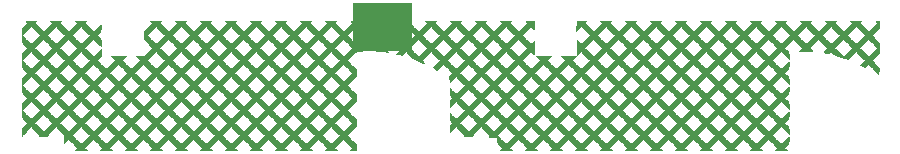
<source format=gtl>
%TF.GenerationSoftware,KiCad,Pcbnew,(5.0.0-3-g0214c9d)*%
%TF.CreationDate,2018-10-20T18:36:11-06:00*%
%TF.ProjectId,Touchsensorx1,546F75636873656E736F7278312E6B69,rev?*%
%TF.SameCoordinates,Original*%
%TF.FileFunction,Copper,L1,Top,Signal*%
%TF.FilePolarity,Positive*%
%FSLAX46Y46*%
G04 Gerber Fmt 4.6, Leading zero omitted, Abs format (unit mm)*
G04 Created by KiCad (PCBNEW (5.0.0-3-g0214c9d)) date Saturday, October 20, 2018 at 06:36:11 PM*
%MOMM*%
%LPD*%
G01*
G04 APERTURE LIST*
%TA.AperFunction,EtchedComponent*%
%ADD10C,0.010000*%
%TD*%
G04 APERTURE END LIST*
D10*
%TO.C,G\002A\002A\002A*%
G36*
X379438152Y227746584D02*
X379439162Y227493979D01*
X379439159Y227263137D01*
X379438215Y227070586D01*
X379436402Y226932851D01*
X379434356Y226872984D01*
X379441038Y226804970D01*
X379477175Y226729403D01*
X379552865Y226631748D01*
X379678201Y226497469D01*
X379735728Y226439067D01*
X379868487Y226309479D01*
X379981941Y226206231D01*
X380061578Y226142106D01*
X380089708Y226127334D01*
X380135274Y226155783D01*
X380226425Y226233213D01*
X380349880Y226347754D01*
X380490383Y226485542D01*
X380640413Y226637324D01*
X380738325Y226741728D01*
X380791908Y226811200D01*
X380808955Y226858186D01*
X380797257Y226895134D01*
X380768637Y226930042D01*
X380690544Y227016334D01*
X381605788Y227016334D01*
X381527695Y226930042D01*
X381496810Y226891495D01*
X381487665Y226854098D01*
X381508053Y226805403D01*
X381565765Y226732965D01*
X381668593Y226624335D01*
X381805950Y226485542D01*
X381948250Y226346027D01*
X382071332Y226231907D01*
X382161920Y226155054D01*
X382206499Y226127334D01*
X382252015Y226155781D01*
X382343124Y226233210D01*
X382466549Y226347746D01*
X382607049Y226485542D01*
X382757080Y226637324D01*
X382854991Y226741728D01*
X382908575Y226811200D01*
X382925622Y226858186D01*
X382913924Y226895134D01*
X382885304Y226930042D01*
X382807211Y227016334D01*
X383722455Y227016334D01*
X383644362Y226930042D01*
X383613476Y226891495D01*
X383604331Y226854098D01*
X383624719Y226805403D01*
X383682432Y226732965D01*
X383785260Y226624335D01*
X383922616Y226485542D01*
X384064917Y226346027D01*
X384187999Y226231907D01*
X384278586Y226155054D01*
X384323166Y226127334D01*
X384368682Y226155781D01*
X384459790Y226233210D01*
X384583216Y226347746D01*
X384723716Y226485542D01*
X384873747Y226637324D01*
X384971658Y226741728D01*
X385025241Y226811200D01*
X385042288Y226858186D01*
X385030591Y226895134D01*
X385001970Y226930042D01*
X384923877Y227016334D01*
X385839122Y227016334D01*
X385761029Y226930042D01*
X385730143Y226891495D01*
X385720998Y226854098D01*
X385741386Y226805403D01*
X385799098Y226732965D01*
X385901926Y226624335D01*
X386039283Y226485542D01*
X386181583Y226346027D01*
X386304665Y226231907D01*
X386395253Y226155054D01*
X386439833Y226127334D01*
X386485349Y226155781D01*
X386576457Y226233210D01*
X386699882Y226347746D01*
X386840383Y226485542D01*
X386990413Y226637324D01*
X387088325Y226741728D01*
X387141908Y226811200D01*
X387158955Y226858186D01*
X387147257Y226895134D01*
X387118637Y226930042D01*
X387040544Y227016334D01*
X387955788Y227016334D01*
X387877695Y226930042D01*
X387846810Y226891495D01*
X387837665Y226854098D01*
X387858053Y226805403D01*
X387915765Y226732965D01*
X388018593Y226624335D01*
X388155950Y226485542D01*
X388298250Y226346027D01*
X388421332Y226231907D01*
X388511920Y226155054D01*
X388556500Y226127334D01*
X388602015Y226155781D01*
X388693124Y226233210D01*
X388816549Y226347746D01*
X388957049Y226485542D01*
X389107080Y226637324D01*
X389204991Y226741728D01*
X389258575Y226811200D01*
X389275622Y226858186D01*
X389263924Y226895134D01*
X389235304Y226930042D01*
X389200575Y226971524D01*
X389197047Y226996983D01*
X389237788Y227010329D01*
X389335869Y227015475D01*
X389504359Y227016333D01*
X389523605Y227016334D01*
X389890000Y227016334D01*
X389890000Y226280058D01*
X389750977Y226414804D01*
X389611955Y226549550D01*
X389233303Y226169134D01*
X388854650Y225788719D01*
X389212640Y225428860D01*
X389354940Y225289068D01*
X389477610Y225174610D01*
X389567538Y225097313D01*
X389611582Y225069000D01*
X389666120Y225095961D01*
X389749759Y225162759D01*
X389771266Y225182754D01*
X389890000Y225296508D01*
X389890000Y224163392D01*
X389750977Y224298137D01*
X389611955Y224432883D01*
X389233303Y224052468D01*
X388854650Y223672053D01*
X389212640Y223312193D01*
X389355265Y223172337D01*
X389478675Y223057845D01*
X389569635Y222980563D01*
X389614833Y222952334D01*
X389660326Y222980783D01*
X389751440Y223058230D01*
X389874924Y223172819D01*
X390016466Y223311631D01*
X390373896Y223670928D01*
X390209315Y223839475D01*
X390044734Y224008021D01*
X391301599Y224008021D01*
X391137017Y223839475D01*
X390972436Y223670928D01*
X391329866Y223311631D01*
X391472381Y223171890D01*
X391595679Y223057526D01*
X391686512Y222980389D01*
X391731499Y222952334D01*
X391776993Y222980783D01*
X391868106Y223058230D01*
X391991591Y223172819D01*
X392133133Y223311631D01*
X392490563Y223670928D01*
X392325982Y223839475D01*
X392161400Y224008021D01*
X393418265Y224008021D01*
X393253684Y223839475D01*
X393089103Y223670928D01*
X393446533Y223311631D01*
X393589047Y223171890D01*
X393712346Y223057526D01*
X393803179Y222980389D01*
X393848166Y222952334D01*
X393893648Y222980784D01*
X393984764Y223058240D01*
X394108279Y223172857D01*
X394250359Y223312193D01*
X394608349Y223672053D01*
X394607754Y223672651D01*
X395204055Y223672651D01*
X395562343Y223312492D01*
X395705026Y223172574D01*
X395828496Y223058016D01*
X395919523Y222980656D01*
X395964833Y222952334D01*
X396010314Y222980784D01*
X396101431Y223058240D01*
X396224945Y223172857D01*
X396367025Y223312193D01*
X396725016Y223672053D01*
X396724421Y223672651D01*
X397320722Y223672651D01*
X397679009Y223312492D01*
X397821693Y223172574D01*
X397945163Y223058016D01*
X398036189Y222980656D01*
X398081500Y222952334D01*
X398126981Y222980784D01*
X398218098Y223058240D01*
X398341612Y223172857D01*
X398483692Y223312193D01*
X398841682Y223672053D01*
X398841087Y223672651D01*
X399437389Y223672651D01*
X399795676Y223312492D01*
X399938360Y223172574D01*
X400061829Y223058016D01*
X400152856Y222980656D01*
X400198166Y222952334D01*
X400243648Y222980784D01*
X400334764Y223058240D01*
X400458279Y223172857D01*
X400600359Y223312193D01*
X400958349Y223672053D01*
X400957754Y223672651D01*
X401554055Y223672651D01*
X401912343Y223312492D01*
X402055026Y223172574D01*
X402178496Y223058016D01*
X402269523Y222980656D01*
X402314833Y222952334D01*
X402360314Y222980784D01*
X402451431Y223058240D01*
X402574945Y223172857D01*
X402717025Y223312193D01*
X403075016Y223672053D01*
X403074421Y223672651D01*
X403670722Y223672651D01*
X404029009Y223312492D01*
X404171693Y223172574D01*
X404295163Y223058016D01*
X404386189Y222980656D01*
X404431500Y222952334D01*
X404476981Y222980784D01*
X404568098Y223058240D01*
X404691612Y223172857D01*
X404833692Y223312193D01*
X405191682Y223672053D01*
X405191087Y223672651D01*
X405787389Y223672651D01*
X406145676Y223312492D01*
X406288360Y223172574D01*
X406411829Y223058016D01*
X406502856Y222980656D01*
X406548166Y222952334D01*
X406593648Y222980784D01*
X406684764Y223058240D01*
X406808279Y223172857D01*
X406950359Y223312193D01*
X407308349Y223672053D01*
X407307754Y223672651D01*
X407904055Y223672651D01*
X408262343Y223312492D01*
X408405026Y223172574D01*
X408528496Y223058016D01*
X408619523Y222980656D01*
X408664833Y222952334D01*
X408710314Y222980784D01*
X408801431Y223058240D01*
X408924945Y223172857D01*
X409067025Y223312193D01*
X409425016Y223672053D01*
X409045509Y224053326D01*
X408666003Y224434598D01*
X408285029Y224053625D01*
X407904055Y223672651D01*
X407307754Y223672651D01*
X406928843Y224053326D01*
X406549336Y224434598D01*
X406168362Y224053625D01*
X405787389Y223672651D01*
X405191087Y223672651D01*
X404812176Y224053326D01*
X404432670Y224434598D01*
X404051696Y224053625D01*
X403670722Y223672651D01*
X403074421Y223672651D01*
X402695509Y224053326D01*
X402316003Y224434598D01*
X401935029Y224053625D01*
X401554055Y223672651D01*
X400957754Y223672651D01*
X400578843Y224053326D01*
X400199336Y224434598D01*
X399818362Y224053625D01*
X399437389Y223672651D01*
X398841087Y223672651D01*
X398462176Y224053326D01*
X398082670Y224434598D01*
X397701696Y224053625D01*
X397320722Y223672651D01*
X396724421Y223672651D01*
X396345509Y224053326D01*
X395966003Y224434598D01*
X395585029Y224053625D01*
X395204055Y223672651D01*
X394607754Y223672651D01*
X394229496Y224052669D01*
X393850643Y224433286D01*
X393671808Y224257772D01*
X393492972Y224082259D01*
X393493463Y224729644D01*
X393493464Y224730984D01*
X394145722Y224730984D01*
X394504009Y224370826D01*
X394646693Y224230907D01*
X394770163Y224116349D01*
X394861189Y224038989D01*
X394906500Y224010667D01*
X394951981Y224039118D01*
X395043098Y224116573D01*
X395166612Y224231190D01*
X395308692Y224370527D01*
X395666682Y224730386D01*
X395666087Y224730984D01*
X396262389Y224730984D01*
X396620676Y224370826D01*
X396763360Y224230907D01*
X396886829Y224116349D01*
X396977856Y224038989D01*
X397023166Y224010667D01*
X397068648Y224039118D01*
X397159764Y224116573D01*
X397283279Y224231190D01*
X397425359Y224370527D01*
X397783349Y224730386D01*
X397782754Y224730984D01*
X398379055Y224730984D01*
X398737343Y224370826D01*
X398880026Y224230907D01*
X399003496Y224116349D01*
X399094523Y224038989D01*
X399139833Y224010667D01*
X399185314Y224039118D01*
X399276431Y224116573D01*
X399399945Y224231190D01*
X399542025Y224370527D01*
X399900016Y224730386D01*
X399899421Y224730984D01*
X400495722Y224730984D01*
X400854009Y224370826D01*
X400996693Y224230907D01*
X401120163Y224116349D01*
X401211189Y224038989D01*
X401256500Y224010667D01*
X401301981Y224039118D01*
X401393098Y224116573D01*
X401516612Y224231190D01*
X401658692Y224370527D01*
X402016682Y224730386D01*
X402016087Y224730984D01*
X402612389Y224730984D01*
X402970676Y224370826D01*
X403113360Y224230907D01*
X403236829Y224116349D01*
X403327856Y224038989D01*
X403373166Y224010667D01*
X403418648Y224039118D01*
X403509764Y224116573D01*
X403633279Y224231190D01*
X403775359Y224370527D01*
X404133349Y224730386D01*
X404132754Y224730984D01*
X404729055Y224730984D01*
X405087343Y224370826D01*
X405230026Y224230907D01*
X405353496Y224116349D01*
X405444523Y224038989D01*
X405489833Y224010667D01*
X405535314Y224039118D01*
X405626431Y224116573D01*
X405749945Y224231190D01*
X405892025Y224370527D01*
X406250016Y224730386D01*
X406249421Y224730984D01*
X406845722Y224730984D01*
X407204009Y224370826D01*
X407346693Y224230907D01*
X407470163Y224116349D01*
X407561189Y224038989D01*
X407606500Y224010667D01*
X407651981Y224039118D01*
X407743098Y224116573D01*
X407866612Y224231190D01*
X408008692Y224370527D01*
X408366682Y224730386D01*
X408366087Y224730984D01*
X408962389Y224730984D01*
X409320676Y224370826D01*
X409463360Y224230907D01*
X409586829Y224116349D01*
X409677856Y224038989D01*
X409723166Y224010667D01*
X409768648Y224039118D01*
X409859764Y224116573D01*
X409983279Y224231190D01*
X410125359Y224370527D01*
X410483349Y224730386D01*
X410103843Y225111659D01*
X409724336Y225492932D01*
X409343362Y225111958D01*
X408962389Y224730984D01*
X408366087Y224730984D01*
X407607670Y225492932D01*
X406845722Y224730984D01*
X406249421Y224730984D01*
X405870509Y225111659D01*
X405491003Y225492932D01*
X404729055Y224730984D01*
X404132754Y224730984D01*
X403753843Y225111659D01*
X403374336Y225492932D01*
X402993362Y225111958D01*
X402612389Y224730984D01*
X402016087Y224730984D01*
X401257670Y225492932D01*
X400495722Y224730984D01*
X399899421Y224730984D01*
X399520509Y225111659D01*
X399141003Y225492932D01*
X398379055Y224730984D01*
X397782754Y224730984D01*
X397403843Y225111659D01*
X397024336Y225492932D01*
X396643362Y225111958D01*
X396262389Y224730984D01*
X395666087Y224730984D01*
X394907670Y225492932D01*
X394145722Y224730984D01*
X393493464Y224730984D01*
X393493953Y225377029D01*
X393651678Y225223015D01*
X393748671Y225135523D01*
X393824737Y225079723D01*
X393850886Y225069000D01*
X393895281Y225097428D01*
X393985470Y225174824D01*
X394108322Y225289361D01*
X394250359Y225428860D01*
X394608349Y225788719D01*
X394607754Y225789317D01*
X395204055Y225789317D01*
X395562343Y225429159D01*
X395705026Y225289240D01*
X395828496Y225174682D01*
X395919523Y225097323D01*
X395964833Y225069000D01*
X396010314Y225097451D01*
X396101431Y225174906D01*
X396224945Y225289523D01*
X396367025Y225428860D01*
X396725016Y225788719D01*
X396724421Y225789317D01*
X397320722Y225789317D01*
X397679009Y225429159D01*
X397821693Y225289240D01*
X397945163Y225174682D01*
X398036189Y225097323D01*
X398081500Y225069000D01*
X398126981Y225097451D01*
X398218098Y225174906D01*
X398341612Y225289523D01*
X398483692Y225428860D01*
X398841682Y225788719D01*
X398841087Y225789317D01*
X399437389Y225789317D01*
X399795676Y225429159D01*
X399938360Y225289240D01*
X400061829Y225174682D01*
X400152856Y225097323D01*
X400198166Y225069000D01*
X400243648Y225097451D01*
X400334764Y225174906D01*
X400458279Y225289523D01*
X400600359Y225428860D01*
X400958349Y225788719D01*
X400957754Y225789317D01*
X401554055Y225789317D01*
X401912343Y225429159D01*
X402055026Y225289240D01*
X402178496Y225174682D01*
X402269523Y225097323D01*
X402314833Y225069000D01*
X402360314Y225097451D01*
X402451431Y225174906D01*
X402574945Y225289523D01*
X402717025Y225428860D01*
X403075016Y225788719D01*
X403074421Y225789317D01*
X403670722Y225789317D01*
X404029009Y225429159D01*
X404171693Y225289240D01*
X404295163Y225174682D01*
X404386189Y225097323D01*
X404431500Y225069000D01*
X404476981Y225097451D01*
X404568098Y225174906D01*
X404691612Y225289523D01*
X404833692Y225428860D01*
X405191682Y225788719D01*
X405191087Y225789317D01*
X405787389Y225789317D01*
X406145676Y225429159D01*
X406288360Y225289240D01*
X406411829Y225174682D01*
X406502856Y225097323D01*
X406548166Y225069000D01*
X406593648Y225097451D01*
X406684764Y225174906D01*
X406808279Y225289523D01*
X406950359Y225428860D01*
X407308349Y225788719D01*
X407307754Y225789317D01*
X407904055Y225789317D01*
X408262343Y225429159D01*
X408405026Y225289240D01*
X408528496Y225174682D01*
X408619523Y225097323D01*
X408664833Y225069000D01*
X408710314Y225097451D01*
X408801431Y225174906D01*
X408924945Y225289523D01*
X409067025Y225428860D01*
X409425016Y225788719D01*
X409424421Y225789317D01*
X410020722Y225789317D01*
X410379009Y225429159D01*
X410521693Y225289240D01*
X410645163Y225174682D01*
X410736189Y225097323D01*
X410781500Y225069000D01*
X410826981Y225097451D01*
X410918098Y225174906D01*
X411041612Y225289523D01*
X411183692Y225428860D01*
X411541682Y225788719D01*
X411541087Y225789317D01*
X412137389Y225789317D01*
X412495676Y225429159D01*
X412638360Y225289240D01*
X412761829Y225174682D01*
X412852856Y225097323D01*
X412898166Y225069000D01*
X412943648Y225097451D01*
X413034764Y225174906D01*
X413158279Y225289523D01*
X413300359Y225428860D01*
X413658349Y225788719D01*
X413657754Y225789317D01*
X414254055Y225789317D01*
X414612343Y225429159D01*
X414755026Y225289240D01*
X414878496Y225174682D01*
X414969523Y225097323D01*
X415014833Y225069000D01*
X415060314Y225097451D01*
X415151431Y225174906D01*
X415274945Y225289523D01*
X415417025Y225428860D01*
X415775016Y225788719D01*
X415774421Y225789317D01*
X416370722Y225789317D01*
X416729009Y225429159D01*
X416871693Y225289240D01*
X416995163Y225174682D01*
X417086189Y225097323D01*
X417131500Y225069000D01*
X417176981Y225097451D01*
X417268098Y225174906D01*
X417391612Y225289523D01*
X417533692Y225428860D01*
X417891682Y225788719D01*
X417132670Y226551265D01*
X416370722Y225789317D01*
X415774421Y225789317D01*
X415395509Y226169992D01*
X415016003Y226551265D01*
X414254055Y225789317D01*
X413657754Y225789317D01*
X413278843Y226169992D01*
X412899336Y226551265D01*
X412518362Y226170291D01*
X412137389Y225789317D01*
X411541087Y225789317D01*
X410782670Y226551265D01*
X410020722Y225789317D01*
X409424421Y225789317D01*
X409045509Y226169992D01*
X408666003Y226551265D01*
X407904055Y225789317D01*
X407307754Y225789317D01*
X406928843Y226169992D01*
X406549336Y226551265D01*
X406168362Y226170291D01*
X405787389Y225789317D01*
X405191087Y225789317D01*
X404432670Y226551265D01*
X403670722Y225789317D01*
X403074421Y225789317D01*
X402695509Y226169992D01*
X402316003Y226551265D01*
X401554055Y225789317D01*
X400957754Y225789317D01*
X400578843Y226169992D01*
X400199336Y226551265D01*
X399818362Y226170291D01*
X399437389Y225789317D01*
X398841087Y225789317D01*
X398082670Y226551265D01*
X397320722Y225789317D01*
X396724421Y225789317D01*
X396345509Y226169992D01*
X395966003Y226551265D01*
X395204055Y225789317D01*
X394607754Y225789317D01*
X393850643Y226549953D01*
X393667015Y226370393D01*
X393483388Y226190834D01*
X393507324Y227016334D01*
X393906556Y227016334D01*
X394091519Y227015756D01*
X394204618Y227011731D01*
X394258655Y227000817D01*
X394266432Y226979575D01*
X394240752Y226944565D01*
X394227695Y226930042D01*
X394196810Y226891495D01*
X394187665Y226854098D01*
X394208053Y226805403D01*
X394265765Y226732965D01*
X394368593Y226624335D01*
X394505950Y226485542D01*
X394648250Y226346027D01*
X394771332Y226231907D01*
X394861920Y226155054D01*
X394906500Y226127334D01*
X394952015Y226155781D01*
X395043124Y226233210D01*
X395166549Y226347746D01*
X395307049Y226485542D01*
X395457080Y226637324D01*
X395554991Y226741728D01*
X395608575Y226811200D01*
X395625622Y226858186D01*
X395613924Y226895134D01*
X395585304Y226930042D01*
X395507211Y227016334D01*
X396422455Y227016334D01*
X396344362Y226930042D01*
X396313476Y226891495D01*
X396304331Y226854098D01*
X396324719Y226805403D01*
X396382432Y226732965D01*
X396485260Y226624335D01*
X396622616Y226485542D01*
X396764917Y226346027D01*
X396887999Y226231907D01*
X396978586Y226155054D01*
X397023166Y226127334D01*
X397068682Y226155781D01*
X397159790Y226233210D01*
X397283216Y226347746D01*
X397423716Y226485542D01*
X397573747Y226637324D01*
X397671658Y226741728D01*
X397725241Y226811200D01*
X397742288Y226858186D01*
X397730591Y226895134D01*
X397701970Y226930042D01*
X397623877Y227016334D01*
X398539122Y227016334D01*
X398461029Y226930042D01*
X398430143Y226891495D01*
X398420998Y226854098D01*
X398441386Y226805403D01*
X398499098Y226732965D01*
X398601926Y226624335D01*
X398739283Y226485542D01*
X398881583Y226346027D01*
X399004665Y226231907D01*
X399095253Y226155054D01*
X399139833Y226127334D01*
X399185349Y226155781D01*
X399276457Y226233210D01*
X399399882Y226347746D01*
X399540383Y226485542D01*
X399690413Y226637324D01*
X399788325Y226741728D01*
X399841908Y226811200D01*
X399858955Y226858186D01*
X399847257Y226895134D01*
X399818637Y226930042D01*
X399740544Y227016334D01*
X400655788Y227016334D01*
X400577695Y226930042D01*
X400546810Y226891495D01*
X400537665Y226854098D01*
X400558053Y226805403D01*
X400615765Y226732965D01*
X400718593Y226624335D01*
X400855950Y226485542D01*
X400998250Y226346027D01*
X401121332Y226231907D01*
X401211920Y226155054D01*
X401256500Y226127334D01*
X401302015Y226155781D01*
X401393124Y226233210D01*
X401516549Y226347746D01*
X401657049Y226485542D01*
X401807080Y226637324D01*
X401904991Y226741728D01*
X401958575Y226811200D01*
X401975622Y226858186D01*
X401963924Y226895134D01*
X401935304Y226930042D01*
X401857211Y227016334D01*
X402772455Y227016334D01*
X402694362Y226930042D01*
X402663476Y226891495D01*
X402654331Y226854098D01*
X402674719Y226805403D01*
X402732432Y226732965D01*
X402835260Y226624335D01*
X402972616Y226485542D01*
X403114917Y226346027D01*
X403237999Y226231907D01*
X403328586Y226155054D01*
X403373166Y226127334D01*
X403418682Y226155781D01*
X403509790Y226233210D01*
X403633216Y226347746D01*
X403773716Y226485542D01*
X403923747Y226637324D01*
X404021658Y226741728D01*
X404075241Y226811200D01*
X404092288Y226858186D01*
X404080591Y226895134D01*
X404051970Y226930042D01*
X403973877Y227016334D01*
X404889122Y227016334D01*
X404811029Y226930042D01*
X404780143Y226891495D01*
X404770998Y226854098D01*
X404791386Y226805403D01*
X404849098Y226732965D01*
X404951926Y226624335D01*
X405089283Y226485542D01*
X405231583Y226346027D01*
X405354665Y226231907D01*
X405445253Y226155054D01*
X405489833Y226127334D01*
X405535349Y226155781D01*
X405626457Y226233210D01*
X405749882Y226347746D01*
X405890383Y226485542D01*
X406040413Y226637324D01*
X406138325Y226741728D01*
X406191908Y226811200D01*
X406208955Y226858186D01*
X406197257Y226895134D01*
X406168637Y226930042D01*
X406090544Y227016334D01*
X407005788Y227016334D01*
X406927695Y226930042D01*
X406896810Y226891495D01*
X406887665Y226854098D01*
X406908053Y226805403D01*
X406965765Y226732965D01*
X407068593Y226624335D01*
X407205950Y226485542D01*
X407348250Y226346027D01*
X407471332Y226231907D01*
X407561920Y226155054D01*
X407606500Y226127334D01*
X407652015Y226155781D01*
X407743124Y226233210D01*
X407866549Y226347746D01*
X408007049Y226485542D01*
X408157080Y226637324D01*
X408254991Y226741728D01*
X408308575Y226811200D01*
X408325622Y226858186D01*
X408313924Y226895134D01*
X408285304Y226930042D01*
X408207211Y227016334D01*
X409122455Y227016334D01*
X409044362Y226930042D01*
X409013476Y226891495D01*
X409004331Y226854098D01*
X409024719Y226805403D01*
X409082432Y226732965D01*
X409185260Y226624335D01*
X409322616Y226485542D01*
X409464917Y226346027D01*
X409587999Y226231907D01*
X409678586Y226155054D01*
X409723166Y226127334D01*
X409768682Y226155781D01*
X409859790Y226233210D01*
X409983216Y226347746D01*
X410123716Y226485542D01*
X410273747Y226637324D01*
X410371658Y226741728D01*
X410425241Y226811200D01*
X410442288Y226858186D01*
X410430591Y226895134D01*
X410401970Y226930042D01*
X410323877Y227016334D01*
X411239122Y227016334D01*
X411161029Y226930042D01*
X411130143Y226891495D01*
X411120998Y226854098D01*
X411141386Y226805403D01*
X411199098Y226732965D01*
X411301926Y226624335D01*
X411439283Y226485542D01*
X411581583Y226346027D01*
X411704665Y226231907D01*
X411795253Y226155054D01*
X411839833Y226127334D01*
X411885349Y226155781D01*
X411976457Y226233210D01*
X412099882Y226347746D01*
X412240383Y226485542D01*
X412390413Y226637324D01*
X412488325Y226741728D01*
X412541908Y226811200D01*
X412558955Y226858186D01*
X412547257Y226895134D01*
X412518637Y226930042D01*
X412440544Y227016334D01*
X413355788Y227016334D01*
X413277695Y226930042D01*
X413246810Y226891495D01*
X413237665Y226854098D01*
X413258053Y226805403D01*
X413315765Y226732965D01*
X413418593Y226624335D01*
X413555950Y226485542D01*
X413698250Y226346027D01*
X413821332Y226231907D01*
X413911920Y226155054D01*
X413956500Y226127334D01*
X414002015Y226155781D01*
X414093124Y226233210D01*
X414216549Y226347746D01*
X414357049Y226485542D01*
X414507080Y226637324D01*
X414604991Y226741728D01*
X414658575Y226811200D01*
X414675622Y226858186D01*
X414663924Y226895134D01*
X414635304Y226930042D01*
X414557211Y227016334D01*
X415472455Y227016334D01*
X415394362Y226930042D01*
X415363476Y226891495D01*
X415354331Y226854098D01*
X415374719Y226805403D01*
X415432432Y226732965D01*
X415535260Y226624335D01*
X415672616Y226485542D01*
X415814917Y226346027D01*
X415937999Y226231907D01*
X416028586Y226155054D01*
X416073166Y226127334D01*
X416118682Y226155781D01*
X416209790Y226233210D01*
X416333216Y226347746D01*
X416473716Y226485542D01*
X416623747Y226637324D01*
X416721658Y226741728D01*
X416775241Y226811200D01*
X416792288Y226858186D01*
X416780591Y226895134D01*
X416751970Y226930042D01*
X416673877Y227016334D01*
X417589122Y227016334D01*
X417511029Y226930042D01*
X417480143Y226891495D01*
X417470998Y226854098D01*
X417491386Y226805403D01*
X417549098Y226732965D01*
X417651926Y226624335D01*
X417789283Y226485542D01*
X417931583Y226346027D01*
X418054665Y226231907D01*
X418145253Y226155054D01*
X418189833Y226127334D01*
X418235349Y226155781D01*
X418326457Y226233210D01*
X418449882Y226347746D01*
X418590383Y226485542D01*
X418740413Y226637324D01*
X418838325Y226741728D01*
X418891908Y226811200D01*
X418908955Y226858186D01*
X418897257Y226895134D01*
X418868637Y226930042D01*
X418821896Y226986884D01*
X418831149Y227010911D01*
X418908950Y227016259D01*
X418945272Y227016334D01*
X419100000Y227016334D01*
X419100000Y226404492D01*
X418794142Y226096579D01*
X418488285Y225788667D01*
X418794142Y225480755D01*
X419100000Y225172843D01*
X419100000Y224287825D01*
X418794142Y223979913D01*
X418488285Y223672000D01*
X418786109Y223365084D01*
X419083934Y223058167D01*
X419067040Y222793584D01*
X419050686Y222635947D01*
X419024749Y222551559D01*
X418990406Y222529000D01*
X418936616Y222558489D01*
X418930666Y222581080D01*
X418902271Y222629588D01*
X418824847Y222723806D01*
X418710043Y222850388D01*
X418569502Y222995992D01*
X418561688Y223003854D01*
X418192711Y223374550D01*
X418059774Y223245702D01*
X417926837Y223116855D01*
X417729889Y223212539D01*
X417532941Y223308224D01*
X417711891Y223490561D01*
X417890841Y223672897D01*
X417512054Y224053448D01*
X417133266Y224433999D01*
X416793716Y224097488D01*
X416454166Y223760978D01*
X415882666Y223952127D01*
X415631492Y224039287D01*
X415446633Y224111944D01*
X415312576Y224177344D01*
X415213812Y224242736D01*
X415160027Y224289798D01*
X415008888Y224436320D01*
X414928170Y224347128D01*
X414861558Y224291566D01*
X414779051Y224274518D01*
X414661147Y224285873D01*
X414499273Y224313230D01*
X414415095Y224343129D01*
X414402289Y224388561D01*
X414454533Y224462519D01*
X414534374Y224546329D01*
X414715598Y224730984D01*
X415312389Y224730984D01*
X415670676Y224370826D01*
X415813360Y224230907D01*
X415936829Y224116349D01*
X416027856Y224038989D01*
X416073166Y224010667D01*
X416118648Y224039118D01*
X416209764Y224116573D01*
X416333279Y224231190D01*
X416475359Y224370527D01*
X416833349Y224730386D01*
X416832754Y224730984D01*
X417429055Y224730984D01*
X417787343Y224370826D01*
X417930026Y224230907D01*
X418053496Y224116349D01*
X418144523Y224038989D01*
X418189833Y224010667D01*
X418235314Y224039118D01*
X418326431Y224116573D01*
X418449945Y224231190D01*
X418592025Y224370527D01*
X418950016Y224730386D01*
X418570509Y225111659D01*
X418191003Y225492932D01*
X417429055Y224730984D01*
X416832754Y224730984D01*
X416453843Y225111659D01*
X416074336Y225492932D01*
X415693362Y225111958D01*
X415312389Y224730984D01*
X414715598Y224730984D01*
X414716430Y224731831D01*
X413955329Y225492932D01*
X413576704Y225112544D01*
X413198079Y224732157D01*
X413320626Y224604245D01*
X413443173Y224476334D01*
X412353159Y224476334D01*
X412598833Y224732762D01*
X411838663Y225492932D01*
X411459577Y225112081D01*
X411080491Y224731231D01*
X411259079Y224549263D01*
X411353101Y224449483D01*
X411406506Y224370542D01*
X411430775Y224281858D01*
X411437390Y224152846D01*
X411437666Y224073558D01*
X411437666Y223779820D01*
X411108673Y224106883D01*
X410779681Y224433947D01*
X410021317Y223672053D01*
X410379307Y223312193D01*
X410521739Y223172375D01*
X410644709Y223057904D01*
X410735056Y222980612D01*
X410779569Y222952334D01*
X410825595Y222980502D01*
X410916143Y223056495D01*
X411036597Y223167550D01*
X411129754Y223258191D01*
X411437666Y223564048D01*
X411437666Y223270377D01*
X411435239Y223113263D01*
X411420319Y223010238D01*
X411381442Y222930730D01*
X411307150Y222844169D01*
X411259519Y222795186D01*
X411081371Y222613667D01*
X411259519Y222432148D01*
X411353318Y222332576D01*
X411406592Y222253706D01*
X411430798Y222164976D01*
X411437392Y222035820D01*
X411437666Y221956891D01*
X411437666Y221663153D01*
X411108673Y221990217D01*
X410779681Y222317280D01*
X410021317Y221555386D01*
X410379307Y221195527D01*
X410521739Y221055708D01*
X410644709Y220941237D01*
X410735056Y220863946D01*
X410779569Y220835667D01*
X410825595Y220863835D01*
X410916143Y220939829D01*
X411036597Y221050883D01*
X411129754Y221141524D01*
X411437666Y221447382D01*
X411437666Y221153710D01*
X411435239Y220996596D01*
X411420319Y220893571D01*
X411381442Y220814064D01*
X411307150Y220727502D01*
X411259519Y220678520D01*
X411081371Y220497000D01*
X411259519Y220315481D01*
X411353318Y220215909D01*
X411406592Y220137039D01*
X411430798Y220048309D01*
X411437392Y219919154D01*
X411437666Y219840225D01*
X411437666Y219546487D01*
X411108673Y219873550D01*
X410779681Y220200613D01*
X410021317Y219438719D01*
X410379307Y219078860D01*
X410521739Y218939042D01*
X410644709Y218824570D01*
X410735056Y218747279D01*
X410779569Y218719000D01*
X410825595Y218747168D01*
X410916143Y218823162D01*
X411036597Y218934216D01*
X411129754Y219024858D01*
X411437666Y219330715D01*
X411437666Y219037043D01*
X411435239Y218879929D01*
X411420319Y218776904D01*
X411381442Y218697397D01*
X411307150Y218610836D01*
X411259519Y218561853D01*
X411081371Y218380334D01*
X411259519Y218198815D01*
X411353318Y218099242D01*
X411406592Y218020373D01*
X411430798Y217931642D01*
X411437392Y217802487D01*
X411437666Y217723558D01*
X411437666Y217429820D01*
X411108673Y217756883D01*
X410779681Y218083947D01*
X410021317Y217322053D01*
X410379307Y216962193D01*
X410521739Y216822375D01*
X410644709Y216707904D01*
X410735056Y216630612D01*
X410779569Y216602334D01*
X410825595Y216630502D01*
X410916143Y216706495D01*
X411036597Y216817550D01*
X411129754Y216908191D01*
X411437666Y217214048D01*
X411437666Y216920377D01*
X411435230Y216763228D01*
X411420308Y216660199D01*
X411381479Y216580751D01*
X411307325Y216494343D01*
X411260252Y216445933D01*
X411082837Y216265161D01*
X411283091Y216052001D01*
X410781500Y216052000D01*
X410279908Y216052000D01*
X410380746Y216159338D01*
X410481585Y216266676D01*
X410101791Y216646471D01*
X409721996Y217026265D01*
X408965320Y216266067D01*
X409065872Y216159034D01*
X409166425Y216052000D01*
X408163241Y216052000D01*
X408264080Y216159338D01*
X408364918Y216266676D01*
X407985124Y216646471D01*
X407605329Y217026265D01*
X406848653Y216266067D01*
X406949206Y216159034D01*
X407049758Y216052001D01*
X406548166Y216052000D01*
X406046574Y216052000D01*
X406248252Y216266676D01*
X405488663Y217026265D01*
X404731987Y216266067D01*
X404933091Y216052001D01*
X404431499Y216052000D01*
X403929908Y216052000D01*
X404030746Y216159338D01*
X404131585Y216266676D01*
X403751791Y216646471D01*
X403371996Y217026265D01*
X402615320Y216266067D01*
X402715872Y216159034D01*
X402816425Y216052000D01*
X401813241Y216052000D01*
X401914080Y216159338D01*
X402014918Y216266676D01*
X401635124Y216646471D01*
X401255329Y217026265D01*
X400498653Y216266067D01*
X400599206Y216159034D01*
X400699758Y216052001D01*
X400198166Y216052000D01*
X399696574Y216052000D01*
X399898252Y216266676D01*
X399138663Y217026265D01*
X398381987Y216266067D01*
X398482539Y216159034D01*
X398583091Y216052000D01*
X397579908Y216052000D01*
X397680746Y216159338D01*
X397781585Y216266676D01*
X397401791Y216646471D01*
X397021996Y217026265D01*
X396265320Y216266067D01*
X396365872Y216159034D01*
X396466425Y216052001D01*
X395964833Y216052001D01*
X395463241Y216052000D01*
X395564080Y216159338D01*
X395664918Y216266676D01*
X395285124Y216646471D01*
X394905329Y217026265D01*
X394148653Y216266067D01*
X394249206Y216159034D01*
X394349758Y216052000D01*
X393346574Y216052000D01*
X393548252Y216266676D01*
X392788663Y217026265D01*
X392031987Y216266067D01*
X392233091Y216052001D01*
X391731500Y216052000D01*
X391229908Y216052000D01*
X391330746Y216159338D01*
X391431585Y216266676D01*
X391051791Y216646471D01*
X390671996Y217026265D01*
X389915320Y216266067D01*
X390015872Y216159034D01*
X390116425Y216052000D01*
X389113241Y216052000D01*
X389214080Y216159338D01*
X389314918Y216266676D01*
X388935124Y216646471D01*
X388555329Y217026265D01*
X387798653Y216266067D01*
X387899206Y216159034D01*
X387999758Y216052001D01*
X387498166Y216052000D01*
X386996574Y216052000D01*
X387096915Y216158808D01*
X387197255Y216265615D01*
X386956127Y216509285D01*
X386836057Y216633744D01*
X386764334Y216723179D01*
X386728541Y216801521D01*
X386716259Y216892705D01*
X386715000Y216973978D01*
X386715000Y217195000D01*
X386371149Y217195000D01*
X386202989Y217196617D01*
X386105887Y217203531D01*
X386066261Y217218844D01*
X386070530Y217245653D01*
X386082053Y217260975D01*
X386097595Y217296127D01*
X386090410Y217322651D01*
X386737389Y217322651D01*
X387095676Y216962492D01*
X387238360Y216822574D01*
X387361829Y216708016D01*
X387452856Y216630656D01*
X387498166Y216602334D01*
X387543648Y216630784D01*
X387634764Y216708240D01*
X387758279Y216822857D01*
X387900359Y216962193D01*
X388258349Y217322053D01*
X388257754Y217322651D01*
X388854055Y217322651D01*
X389212343Y216962492D01*
X389355026Y216822574D01*
X389478496Y216708016D01*
X389569523Y216630656D01*
X389614833Y216602334D01*
X389660314Y216630784D01*
X389751431Y216708240D01*
X389874945Y216822857D01*
X390017025Y216962193D01*
X390375016Y217322053D01*
X390374421Y217322651D01*
X390970722Y217322651D01*
X391329009Y216962492D01*
X391471693Y216822574D01*
X391595163Y216708016D01*
X391686189Y216630656D01*
X391731500Y216602334D01*
X391776981Y216630784D01*
X391868098Y216708240D01*
X391991612Y216822857D01*
X392133692Y216962193D01*
X392491682Y217322053D01*
X392491087Y217322651D01*
X393087389Y217322651D01*
X393445676Y216962492D01*
X393588360Y216822574D01*
X393711829Y216708016D01*
X393802856Y216630656D01*
X393848166Y216602334D01*
X393893648Y216630784D01*
X393984764Y216708240D01*
X394108279Y216822857D01*
X394250359Y216962193D01*
X394608349Y217322053D01*
X394607754Y217322651D01*
X395204055Y217322651D01*
X395562343Y216962492D01*
X395705026Y216822574D01*
X395828496Y216708016D01*
X395919523Y216630656D01*
X395964833Y216602334D01*
X396010314Y216630784D01*
X396101431Y216708240D01*
X396224945Y216822857D01*
X396367025Y216962193D01*
X396725016Y217322053D01*
X396724421Y217322651D01*
X397320722Y217322651D01*
X397679009Y216962492D01*
X397821693Y216822574D01*
X397945163Y216708016D01*
X398036189Y216630656D01*
X398081500Y216602334D01*
X398126981Y216630784D01*
X398218098Y216708240D01*
X398341612Y216822857D01*
X398483692Y216962193D01*
X398841682Y217322053D01*
X398841087Y217322651D01*
X399437389Y217322651D01*
X399795676Y216962492D01*
X399938360Y216822574D01*
X400061829Y216708016D01*
X400152856Y216630656D01*
X400198166Y216602334D01*
X400243648Y216630784D01*
X400334764Y216708240D01*
X400458279Y216822857D01*
X400600359Y216962193D01*
X400958349Y217322053D01*
X400957754Y217322651D01*
X401554055Y217322651D01*
X401912343Y216962492D01*
X402055026Y216822574D01*
X402178496Y216708016D01*
X402269523Y216630656D01*
X402314833Y216602334D01*
X402360314Y216630784D01*
X402451431Y216708240D01*
X402574945Y216822857D01*
X402717025Y216962193D01*
X403075016Y217322053D01*
X403074421Y217322651D01*
X403670722Y217322651D01*
X404029009Y216962492D01*
X404171693Y216822574D01*
X404295163Y216708016D01*
X404386189Y216630656D01*
X404431500Y216602334D01*
X404476981Y216630784D01*
X404568098Y216708240D01*
X404691612Y216822857D01*
X404833692Y216962193D01*
X405191682Y217322053D01*
X405191087Y217322651D01*
X405787389Y217322651D01*
X406145676Y216962492D01*
X406288360Y216822574D01*
X406411829Y216708016D01*
X406502856Y216630656D01*
X406548166Y216602334D01*
X406593648Y216630784D01*
X406684764Y216708240D01*
X406808279Y216822857D01*
X406950359Y216962193D01*
X407308349Y217322053D01*
X407307754Y217322651D01*
X407904055Y217322651D01*
X408262343Y216962492D01*
X408405026Y216822574D01*
X408528496Y216708016D01*
X408619523Y216630656D01*
X408664833Y216602334D01*
X408710314Y216630784D01*
X408801431Y216708240D01*
X408924945Y216822857D01*
X409067025Y216962193D01*
X409425016Y217322053D01*
X409045509Y217703326D01*
X408666003Y218084598D01*
X408285029Y217703625D01*
X407904055Y217322651D01*
X407307754Y217322651D01*
X406928843Y217703326D01*
X406549336Y218084598D01*
X406168362Y217703625D01*
X405787389Y217322651D01*
X405191087Y217322651D01*
X404812176Y217703326D01*
X404432670Y218084598D01*
X404051696Y217703625D01*
X403670722Y217322651D01*
X403074421Y217322651D01*
X402695509Y217703326D01*
X402316003Y218084598D01*
X401935029Y217703625D01*
X401554055Y217322651D01*
X400957754Y217322651D01*
X400578843Y217703326D01*
X400199336Y218084598D01*
X399818362Y217703625D01*
X399437389Y217322651D01*
X398841087Y217322651D01*
X398462176Y217703326D01*
X398082670Y218084598D01*
X397701696Y217703625D01*
X397320722Y217322651D01*
X396724421Y217322651D01*
X396345509Y217703326D01*
X395966003Y218084598D01*
X395585029Y217703625D01*
X395204055Y217322651D01*
X394607754Y217322651D01*
X394228843Y217703326D01*
X393849336Y218084598D01*
X393468362Y217703625D01*
X393087389Y217322651D01*
X392491087Y217322651D01*
X392112176Y217703326D01*
X391732670Y218084598D01*
X391351696Y217703625D01*
X390970722Y217322651D01*
X390374421Y217322651D01*
X389995509Y217703326D01*
X389616003Y218084598D01*
X389235029Y217703625D01*
X388854055Y217322651D01*
X388257754Y217322651D01*
X387878843Y217703326D01*
X387499336Y218084598D01*
X387118362Y217703625D01*
X386737389Y217322651D01*
X386090410Y217322651D01*
X386084751Y217343537D01*
X386035623Y217414106D01*
X385942316Y217518735D01*
X385796931Y217668325D01*
X385760014Y217705498D01*
X385383220Y218084046D01*
X385011359Y217713908D01*
X384870857Y217568447D01*
X384758085Y217440895D01*
X384683982Y217344429D01*
X384659487Y217292228D01*
X384659920Y217290552D01*
X384648609Y217263437D01*
X384582106Y217246726D01*
X384449425Y217238704D01*
X384319339Y217237334D01*
X384130946Y217241319D01*
X384021276Y217253802D01*
X383984733Y217275569D01*
X383987258Y217284131D01*
X383970312Y217331176D01*
X383901053Y217424775D01*
X383788841Y217553472D01*
X383643033Y217705812D01*
X383641517Y217707337D01*
X383266853Y218083745D01*
X383001259Y217820512D01*
X382735666Y217557280D01*
X382735666Y217850074D01*
X382739452Y218012568D01*
X382755915Y218118248D01*
X382792712Y218194815D01*
X382849420Y218261601D01*
X382963173Y218380334D01*
X382962551Y218380984D01*
X383562389Y218380984D01*
X383920676Y218020826D01*
X384063360Y217880907D01*
X384186829Y217766349D01*
X384277856Y217688989D01*
X384323166Y217660667D01*
X384368648Y217689118D01*
X384459764Y217766573D01*
X384583279Y217881190D01*
X384725359Y218020527D01*
X385083349Y218380386D01*
X385082754Y218380984D01*
X385679055Y218380984D01*
X386037343Y218020826D01*
X386180026Y217880907D01*
X386303496Y217766349D01*
X386394523Y217688989D01*
X386439833Y217660667D01*
X386485314Y217689118D01*
X386576431Y217766573D01*
X386699945Y217881190D01*
X386842025Y218020527D01*
X387200016Y218380386D01*
X387199421Y218380984D01*
X387795722Y218380984D01*
X388154009Y218020826D01*
X388296693Y217880907D01*
X388420163Y217766349D01*
X388511189Y217688989D01*
X388556500Y217660667D01*
X388601981Y217689118D01*
X388693098Y217766573D01*
X388816612Y217881190D01*
X388958692Y218020527D01*
X389316682Y218380386D01*
X389316087Y218380984D01*
X389912389Y218380984D01*
X390270676Y218020826D01*
X390413360Y217880907D01*
X390536829Y217766349D01*
X390627856Y217688989D01*
X390673166Y217660667D01*
X390718648Y217689118D01*
X390809764Y217766573D01*
X390933279Y217881190D01*
X391075359Y218020527D01*
X391433349Y218380386D01*
X391432754Y218380984D01*
X392029055Y218380984D01*
X392387343Y218020826D01*
X392530026Y217880907D01*
X392653496Y217766349D01*
X392744523Y217688989D01*
X392789833Y217660667D01*
X392835314Y217689118D01*
X392926431Y217766573D01*
X393049945Y217881190D01*
X393192025Y218020527D01*
X393550016Y218380386D01*
X393549421Y218380984D01*
X394145722Y218380984D01*
X394504009Y218020826D01*
X394646693Y217880907D01*
X394770163Y217766349D01*
X394861189Y217688989D01*
X394906500Y217660667D01*
X394951981Y217689118D01*
X395043098Y217766573D01*
X395166612Y217881190D01*
X395308692Y218020527D01*
X395666682Y218380386D01*
X395666087Y218380984D01*
X396262389Y218380984D01*
X396620676Y218020826D01*
X396763360Y217880907D01*
X396886829Y217766349D01*
X396977856Y217688989D01*
X397023166Y217660667D01*
X397068648Y217689118D01*
X397159764Y217766573D01*
X397283279Y217881190D01*
X397425359Y218020527D01*
X397783349Y218380386D01*
X397782754Y218380984D01*
X398379055Y218380984D01*
X398737343Y218020826D01*
X398880026Y217880907D01*
X399003496Y217766349D01*
X399094523Y217688989D01*
X399139833Y217660667D01*
X399185314Y217689118D01*
X399276431Y217766573D01*
X399399945Y217881190D01*
X399542025Y218020527D01*
X399900016Y218380386D01*
X399899421Y218380984D01*
X400495722Y218380984D01*
X400854009Y218020826D01*
X400996693Y217880907D01*
X401120163Y217766349D01*
X401211189Y217688989D01*
X401256500Y217660667D01*
X401301981Y217689118D01*
X401393098Y217766573D01*
X401516612Y217881190D01*
X401658692Y218020527D01*
X402016682Y218380386D01*
X402016087Y218380984D01*
X402612389Y218380984D01*
X402970676Y218020826D01*
X403113360Y217880907D01*
X403236829Y217766349D01*
X403327856Y217688989D01*
X403373166Y217660667D01*
X403418648Y217689118D01*
X403509764Y217766573D01*
X403633279Y217881190D01*
X403775359Y218020527D01*
X404133349Y218380386D01*
X404132754Y218380984D01*
X404729055Y218380984D01*
X405087343Y218020826D01*
X405230026Y217880907D01*
X405353496Y217766349D01*
X405444523Y217688989D01*
X405489833Y217660667D01*
X405535314Y217689118D01*
X405626431Y217766573D01*
X405749945Y217881190D01*
X405892025Y218020527D01*
X406250016Y218380386D01*
X406249421Y218380984D01*
X406845722Y218380984D01*
X407204009Y218020826D01*
X407346693Y217880907D01*
X407470163Y217766349D01*
X407561189Y217688989D01*
X407606500Y217660667D01*
X407651981Y217689118D01*
X407743098Y217766573D01*
X407866612Y217881190D01*
X408008692Y218020527D01*
X408366682Y218380386D01*
X408366087Y218380984D01*
X408962389Y218380984D01*
X409320676Y218020826D01*
X409463360Y217880907D01*
X409586829Y217766349D01*
X409677856Y217688989D01*
X409723166Y217660667D01*
X409768648Y217689118D01*
X409859764Y217766573D01*
X409983279Y217881190D01*
X410125359Y218020527D01*
X410483349Y218380386D01*
X410103843Y218761659D01*
X409724336Y219142932D01*
X409343362Y218761958D01*
X408962389Y218380984D01*
X408366087Y218380984D01*
X407607670Y219142932D01*
X406845722Y218380984D01*
X406249421Y218380984D01*
X405870509Y218761659D01*
X405491003Y219142932D01*
X404729055Y218380984D01*
X404132754Y218380984D01*
X403753843Y218761659D01*
X403374336Y219142932D01*
X402993362Y218761958D01*
X402612389Y218380984D01*
X402016087Y218380984D01*
X401257670Y219142932D01*
X400495722Y218380984D01*
X399899421Y218380984D01*
X399520509Y218761659D01*
X399141003Y219142932D01*
X398379055Y218380984D01*
X397782754Y218380984D01*
X397403843Y218761659D01*
X397024336Y219142932D01*
X396643362Y218761958D01*
X396262389Y218380984D01*
X395666087Y218380984D01*
X394907670Y219142932D01*
X394145722Y218380984D01*
X393549421Y218380984D01*
X393170509Y218761659D01*
X392791003Y219142932D01*
X392029055Y218380984D01*
X391432754Y218380984D01*
X391053843Y218761659D01*
X390674336Y219142932D01*
X390293362Y218761958D01*
X389912389Y218380984D01*
X389316087Y218380984D01*
X388557670Y219142932D01*
X387795722Y218380984D01*
X387199421Y218380984D01*
X386820509Y218761659D01*
X386441003Y219142932D01*
X385679055Y218380984D01*
X385082754Y218380984D01*
X384703843Y218761659D01*
X384324336Y219142932D01*
X383943362Y218761958D01*
X383562389Y218380984D01*
X382962551Y218380984D01*
X382849420Y218499067D01*
X382787814Y218573121D01*
X382753431Y218651404D01*
X382738611Y218761629D01*
X382735666Y218910492D01*
X382735666Y219203183D01*
X382980310Y218961092D01*
X383098949Y218848496D01*
X383197453Y218763784D01*
X383258781Y218721347D01*
X383266995Y218719000D01*
X383311613Y218747433D01*
X383401992Y218824841D01*
X383524980Y218939394D01*
X383667025Y219078860D01*
X384025016Y219438719D01*
X384024421Y219439317D01*
X384620722Y219439317D01*
X384979009Y219079159D01*
X385121693Y218939240D01*
X385245163Y218824682D01*
X385336189Y218747323D01*
X385381500Y218719000D01*
X385426981Y218747451D01*
X385518098Y218824906D01*
X385641612Y218939523D01*
X385783692Y219078860D01*
X386141682Y219438719D01*
X386141087Y219439317D01*
X386737389Y219439317D01*
X387095676Y219079159D01*
X387238360Y218939240D01*
X387361829Y218824682D01*
X387452856Y218747323D01*
X387498166Y218719000D01*
X387543648Y218747451D01*
X387634764Y218824906D01*
X387758279Y218939523D01*
X387900359Y219078860D01*
X388258349Y219438719D01*
X388257754Y219439317D01*
X388854055Y219439317D01*
X389212343Y219079159D01*
X389355026Y218939240D01*
X389478496Y218824682D01*
X389569523Y218747323D01*
X389614833Y218719000D01*
X389660314Y218747451D01*
X389751431Y218824906D01*
X389874945Y218939523D01*
X390017025Y219078860D01*
X390375016Y219438719D01*
X390374421Y219439317D01*
X390970722Y219439317D01*
X391329009Y219079159D01*
X391471693Y218939240D01*
X391595163Y218824682D01*
X391686189Y218747323D01*
X391731500Y218719000D01*
X391776981Y218747451D01*
X391868098Y218824906D01*
X391991612Y218939523D01*
X392133692Y219078860D01*
X392491682Y219438719D01*
X392491087Y219439317D01*
X393087389Y219439317D01*
X393445676Y219079159D01*
X393588360Y218939240D01*
X393711829Y218824682D01*
X393802856Y218747323D01*
X393848166Y218719000D01*
X393893648Y218747451D01*
X393984764Y218824906D01*
X394108279Y218939523D01*
X394250359Y219078860D01*
X394608349Y219438719D01*
X394607754Y219439317D01*
X395204055Y219439317D01*
X395562343Y219079159D01*
X395705026Y218939240D01*
X395828496Y218824682D01*
X395919523Y218747323D01*
X395964833Y218719000D01*
X396010314Y218747451D01*
X396101431Y218824906D01*
X396224945Y218939523D01*
X396367025Y219078860D01*
X396725016Y219438719D01*
X396724421Y219439317D01*
X397320722Y219439317D01*
X397679009Y219079159D01*
X397821693Y218939240D01*
X397945163Y218824682D01*
X398036189Y218747323D01*
X398081500Y218719000D01*
X398126981Y218747451D01*
X398218098Y218824906D01*
X398341612Y218939523D01*
X398483692Y219078860D01*
X398841682Y219438719D01*
X398841087Y219439317D01*
X399437389Y219439317D01*
X399795676Y219079159D01*
X399938360Y218939240D01*
X400061829Y218824682D01*
X400152856Y218747323D01*
X400198166Y218719000D01*
X400243648Y218747451D01*
X400334764Y218824906D01*
X400458279Y218939523D01*
X400600359Y219078860D01*
X400958349Y219438719D01*
X400957754Y219439317D01*
X401554055Y219439317D01*
X401912343Y219079159D01*
X402055026Y218939240D01*
X402178496Y218824682D01*
X402269523Y218747323D01*
X402314833Y218719000D01*
X402360314Y218747451D01*
X402451431Y218824906D01*
X402574945Y218939523D01*
X402717025Y219078860D01*
X403075016Y219438719D01*
X403074421Y219439317D01*
X403670722Y219439317D01*
X404029009Y219079159D01*
X404171693Y218939240D01*
X404295163Y218824682D01*
X404386189Y218747323D01*
X404431500Y218719000D01*
X404476981Y218747451D01*
X404568098Y218824906D01*
X404691612Y218939523D01*
X404833692Y219078860D01*
X405191682Y219438719D01*
X405191087Y219439317D01*
X405787389Y219439317D01*
X406145676Y219079159D01*
X406288360Y218939240D01*
X406411829Y218824682D01*
X406502856Y218747323D01*
X406548166Y218719000D01*
X406593648Y218747451D01*
X406684764Y218824906D01*
X406808279Y218939523D01*
X406950359Y219078860D01*
X407308349Y219438719D01*
X407307754Y219439317D01*
X407904055Y219439317D01*
X408262343Y219079159D01*
X408405026Y218939240D01*
X408528496Y218824682D01*
X408619523Y218747323D01*
X408664833Y218719000D01*
X408710314Y218747451D01*
X408801431Y218824906D01*
X408924945Y218939523D01*
X409067025Y219078860D01*
X409425016Y219438719D01*
X409045509Y219819992D01*
X408666003Y220201265D01*
X407904055Y219439317D01*
X407307754Y219439317D01*
X406928843Y219819992D01*
X406549336Y220201265D01*
X406168362Y219820291D01*
X405787389Y219439317D01*
X405191087Y219439317D01*
X404432670Y220201265D01*
X403670722Y219439317D01*
X403074421Y219439317D01*
X402695509Y219819992D01*
X402316003Y220201265D01*
X401554055Y219439317D01*
X400957754Y219439317D01*
X400578843Y219819992D01*
X400199336Y220201265D01*
X399818362Y219820291D01*
X399437389Y219439317D01*
X398841087Y219439317D01*
X398082670Y220201265D01*
X397320722Y219439317D01*
X396724421Y219439317D01*
X396345509Y219819992D01*
X395966003Y220201265D01*
X395204055Y219439317D01*
X394607754Y219439317D01*
X394228843Y219819992D01*
X393849336Y220201265D01*
X393468362Y219820291D01*
X393087389Y219439317D01*
X392491087Y219439317D01*
X391732670Y220201265D01*
X390970722Y219439317D01*
X390374421Y219439317D01*
X389995509Y219819992D01*
X389616003Y220201265D01*
X388854055Y219439317D01*
X388257754Y219439317D01*
X387878843Y219819992D01*
X387499336Y220201265D01*
X387118362Y219820291D01*
X386737389Y219439317D01*
X386141087Y219439317D01*
X385382670Y220201265D01*
X384620722Y219439317D01*
X384024421Y219439317D01*
X383645934Y219819565D01*
X383266853Y220200411D01*
X383001259Y219937179D01*
X382735666Y219673946D01*
X382735666Y219966740D01*
X382739452Y220129235D01*
X382755915Y220234915D01*
X382792712Y220311482D01*
X382849420Y220378267D01*
X382963173Y220497000D01*
X382962550Y220497651D01*
X383562389Y220497651D01*
X383920676Y220137492D01*
X384063360Y219997574D01*
X384186829Y219883016D01*
X384277856Y219805656D01*
X384323166Y219777334D01*
X384368648Y219805784D01*
X384459764Y219883240D01*
X384583279Y219997857D01*
X384725359Y220137193D01*
X385083349Y220497053D01*
X385082754Y220497651D01*
X385679055Y220497651D01*
X386037343Y220137492D01*
X386180026Y219997574D01*
X386303496Y219883016D01*
X386394523Y219805656D01*
X386439833Y219777334D01*
X386485314Y219805784D01*
X386576431Y219883240D01*
X386699945Y219997857D01*
X386842025Y220137193D01*
X387200016Y220497053D01*
X387199421Y220497651D01*
X387795722Y220497651D01*
X388154009Y220137492D01*
X388296693Y219997574D01*
X388420163Y219883016D01*
X388511189Y219805656D01*
X388556500Y219777334D01*
X388601981Y219805784D01*
X388693098Y219883240D01*
X388816612Y219997857D01*
X388958692Y220137193D01*
X389316682Y220497053D01*
X389316087Y220497651D01*
X389912389Y220497651D01*
X390270676Y220137492D01*
X390413360Y219997574D01*
X390536829Y219883016D01*
X390627856Y219805656D01*
X390673166Y219777334D01*
X390718648Y219805784D01*
X390809764Y219883240D01*
X390933279Y219997857D01*
X391075359Y220137193D01*
X391433349Y220497053D01*
X391432754Y220497651D01*
X392029055Y220497651D01*
X392387343Y220137492D01*
X392530026Y219997574D01*
X392653496Y219883016D01*
X392744523Y219805656D01*
X392789833Y219777334D01*
X392835314Y219805784D01*
X392926431Y219883240D01*
X393049945Y219997857D01*
X393192025Y220137193D01*
X393550016Y220497053D01*
X393549421Y220497651D01*
X394145722Y220497651D01*
X394504009Y220137492D01*
X394646693Y219997574D01*
X394770163Y219883016D01*
X394861189Y219805656D01*
X394906500Y219777334D01*
X394951981Y219805784D01*
X395043098Y219883240D01*
X395166612Y219997857D01*
X395308692Y220137193D01*
X395666682Y220497053D01*
X395666087Y220497651D01*
X396262389Y220497651D01*
X396620676Y220137492D01*
X396763360Y219997574D01*
X396886829Y219883016D01*
X396977856Y219805656D01*
X397023166Y219777334D01*
X397068648Y219805784D01*
X397159764Y219883240D01*
X397283279Y219997857D01*
X397425359Y220137193D01*
X397783349Y220497053D01*
X397782754Y220497651D01*
X398379055Y220497651D01*
X398737343Y220137492D01*
X398880026Y219997574D01*
X399003496Y219883016D01*
X399094523Y219805656D01*
X399139833Y219777334D01*
X399185314Y219805784D01*
X399276431Y219883240D01*
X399399945Y219997857D01*
X399542025Y220137193D01*
X399900016Y220497053D01*
X399899421Y220497651D01*
X400495722Y220497651D01*
X400854009Y220137492D01*
X400996693Y219997574D01*
X401120163Y219883016D01*
X401211189Y219805656D01*
X401256500Y219777334D01*
X401301981Y219805784D01*
X401393098Y219883240D01*
X401516612Y219997857D01*
X401658692Y220137193D01*
X402016682Y220497053D01*
X402016087Y220497651D01*
X402612389Y220497651D01*
X402970676Y220137492D01*
X403113360Y219997574D01*
X403236829Y219883016D01*
X403327856Y219805656D01*
X403373166Y219777334D01*
X403418648Y219805784D01*
X403509764Y219883240D01*
X403633279Y219997857D01*
X403775359Y220137193D01*
X404133349Y220497053D01*
X404132754Y220497651D01*
X404729055Y220497651D01*
X405087343Y220137492D01*
X405230026Y219997574D01*
X405353496Y219883016D01*
X405444523Y219805656D01*
X405489833Y219777334D01*
X405535314Y219805784D01*
X405626431Y219883240D01*
X405749945Y219997857D01*
X405892025Y220137193D01*
X406250016Y220497053D01*
X406249421Y220497651D01*
X406845722Y220497651D01*
X407204009Y220137492D01*
X407346693Y219997574D01*
X407470163Y219883016D01*
X407561189Y219805656D01*
X407606500Y219777334D01*
X407651981Y219805784D01*
X407743098Y219883240D01*
X407866612Y219997857D01*
X408008692Y220137193D01*
X408366682Y220497053D01*
X408366087Y220497651D01*
X408962389Y220497651D01*
X409320676Y220137492D01*
X409463360Y219997574D01*
X409586829Y219883016D01*
X409677856Y219805656D01*
X409723166Y219777334D01*
X409768648Y219805784D01*
X409859764Y219883240D01*
X409983279Y219997857D01*
X410125359Y220137193D01*
X410483349Y220497053D01*
X410103843Y220878326D01*
X409724336Y221259598D01*
X409343362Y220878625D01*
X408962389Y220497651D01*
X408366087Y220497651D01*
X407987176Y220878326D01*
X407607670Y221259598D01*
X407226696Y220878625D01*
X406845722Y220497651D01*
X406249421Y220497651D01*
X405870509Y220878326D01*
X405491003Y221259598D01*
X405110029Y220878625D01*
X404729055Y220497651D01*
X404132754Y220497651D01*
X403753843Y220878326D01*
X403374336Y221259598D01*
X402993362Y220878625D01*
X402612389Y220497651D01*
X402016087Y220497651D01*
X401637176Y220878326D01*
X401257670Y221259598D01*
X400876696Y220878625D01*
X400495722Y220497651D01*
X399899421Y220497651D01*
X399520509Y220878326D01*
X399141003Y221259598D01*
X398760029Y220878625D01*
X398379055Y220497651D01*
X397782754Y220497651D01*
X397403843Y220878326D01*
X397024336Y221259598D01*
X396643362Y220878625D01*
X396262389Y220497651D01*
X395666087Y220497651D01*
X395287176Y220878326D01*
X394907670Y221259598D01*
X394526696Y220878625D01*
X394145722Y220497651D01*
X393549421Y220497651D01*
X393170509Y220878326D01*
X392791003Y221259598D01*
X392410029Y220878625D01*
X392029055Y220497651D01*
X391432754Y220497651D01*
X391053843Y220878326D01*
X390674336Y221259598D01*
X390293362Y220878625D01*
X389912389Y220497651D01*
X389316087Y220497651D01*
X388937176Y220878326D01*
X388557670Y221259598D01*
X388176696Y220878625D01*
X387795722Y220497651D01*
X387199421Y220497651D01*
X386820509Y220878326D01*
X386441003Y221259598D01*
X386060029Y220878625D01*
X385679055Y220497651D01*
X385082754Y220497651D01*
X384703843Y220878326D01*
X384324336Y221259598D01*
X383943362Y220878625D01*
X383562389Y220497651D01*
X382962550Y220497651D01*
X382849420Y220615734D01*
X382787814Y220689788D01*
X382753431Y220768071D01*
X382738611Y220878296D01*
X382735666Y221027158D01*
X382735666Y221319850D01*
X382980310Y221077759D01*
X383098949Y220965163D01*
X383197453Y220880450D01*
X383258781Y220838014D01*
X383266995Y220835667D01*
X383311613Y220864099D01*
X383401992Y220941508D01*
X383524980Y221056061D01*
X383667025Y221195527D01*
X384025016Y221555386D01*
X384024421Y221555984D01*
X384620722Y221555984D01*
X384979009Y221195826D01*
X385121693Y221055907D01*
X385245163Y220941349D01*
X385336189Y220863989D01*
X385381500Y220835667D01*
X385426981Y220864118D01*
X385518098Y220941573D01*
X385641612Y221056190D01*
X385783692Y221195527D01*
X386141682Y221555386D01*
X386141087Y221555984D01*
X386737389Y221555984D01*
X387095676Y221195826D01*
X387238360Y221055907D01*
X387361829Y220941349D01*
X387452856Y220863989D01*
X387498166Y220835667D01*
X387543648Y220864118D01*
X387634764Y220941573D01*
X387758279Y221056190D01*
X387900359Y221195527D01*
X388258349Y221555386D01*
X388257754Y221555984D01*
X388854055Y221555984D01*
X389212343Y221195826D01*
X389355026Y221055907D01*
X389478496Y220941349D01*
X389569523Y220863989D01*
X389614833Y220835667D01*
X389660314Y220864118D01*
X389751431Y220941573D01*
X389874945Y221056190D01*
X390017025Y221195527D01*
X390375016Y221555386D01*
X390374421Y221555984D01*
X390970722Y221555984D01*
X391329009Y221195826D01*
X391471693Y221055907D01*
X391595163Y220941349D01*
X391686189Y220863989D01*
X391731500Y220835667D01*
X391776981Y220864118D01*
X391868098Y220941573D01*
X391991612Y221056190D01*
X392133692Y221195527D01*
X392491682Y221555386D01*
X392491087Y221555984D01*
X393087389Y221555984D01*
X393445676Y221195826D01*
X393588360Y221055907D01*
X393711829Y220941349D01*
X393802856Y220863989D01*
X393848166Y220835667D01*
X393893648Y220864118D01*
X393984764Y220941573D01*
X394108279Y221056190D01*
X394250359Y221195527D01*
X394608349Y221555386D01*
X394607754Y221555984D01*
X395204055Y221555984D01*
X395562343Y221195826D01*
X395705026Y221055907D01*
X395828496Y220941349D01*
X395919523Y220863989D01*
X395964833Y220835667D01*
X396010314Y220864118D01*
X396101431Y220941573D01*
X396224945Y221056190D01*
X396367025Y221195527D01*
X396725016Y221555386D01*
X396724421Y221555984D01*
X397320722Y221555984D01*
X397679009Y221195826D01*
X397821693Y221055907D01*
X397945163Y220941349D01*
X398036189Y220863989D01*
X398081500Y220835667D01*
X398126981Y220864118D01*
X398218098Y220941573D01*
X398341612Y221056190D01*
X398483692Y221195527D01*
X398841682Y221555386D01*
X398841087Y221555984D01*
X399437389Y221555984D01*
X399795676Y221195826D01*
X399938360Y221055907D01*
X400061829Y220941349D01*
X400152856Y220863989D01*
X400198166Y220835667D01*
X400243648Y220864118D01*
X400334764Y220941573D01*
X400458279Y221056190D01*
X400600359Y221195527D01*
X400958349Y221555386D01*
X400957754Y221555984D01*
X401554055Y221555984D01*
X401912343Y221195826D01*
X402055026Y221055907D01*
X402178496Y220941349D01*
X402269523Y220863989D01*
X402314833Y220835667D01*
X402360314Y220864118D01*
X402451431Y220941573D01*
X402574945Y221056190D01*
X402717025Y221195527D01*
X403075016Y221555386D01*
X403074421Y221555984D01*
X403670722Y221555984D01*
X404029009Y221195826D01*
X404171693Y221055907D01*
X404295163Y220941349D01*
X404386189Y220863989D01*
X404431500Y220835667D01*
X404476981Y220864118D01*
X404568098Y220941573D01*
X404691612Y221056190D01*
X404833692Y221195527D01*
X405191682Y221555386D01*
X405191087Y221555984D01*
X405787389Y221555984D01*
X406145676Y221195826D01*
X406288360Y221055907D01*
X406411829Y220941349D01*
X406502856Y220863989D01*
X406548166Y220835667D01*
X406593648Y220864118D01*
X406684764Y220941573D01*
X406808279Y221056190D01*
X406950359Y221195527D01*
X407308349Y221555386D01*
X407307754Y221555984D01*
X407904055Y221555984D01*
X408262343Y221195826D01*
X408405026Y221055907D01*
X408528496Y220941349D01*
X408619523Y220863989D01*
X408664833Y220835667D01*
X408710314Y220864118D01*
X408801431Y220941573D01*
X408924945Y221056190D01*
X409067025Y221195527D01*
X409425016Y221555386D01*
X409045509Y221936659D01*
X408666003Y222317932D01*
X407904055Y221555984D01*
X407307754Y221555984D01*
X406928843Y221936659D01*
X406549336Y222317932D01*
X406168362Y221936958D01*
X405787389Y221555984D01*
X405191087Y221555984D01*
X404432670Y222317932D01*
X403670722Y221555984D01*
X403074421Y221555984D01*
X402695509Y221936659D01*
X402316003Y222317932D01*
X401554055Y221555984D01*
X400957754Y221555984D01*
X400578843Y221936659D01*
X400199336Y222317932D01*
X399818362Y221936958D01*
X399437389Y221555984D01*
X398841087Y221555984D01*
X398082670Y222317932D01*
X397320722Y221555984D01*
X396724421Y221555984D01*
X396345509Y221936659D01*
X395966003Y222317932D01*
X395204055Y221555984D01*
X394607754Y221555984D01*
X394228843Y221936659D01*
X393849336Y222317932D01*
X393468362Y221936958D01*
X393087389Y221555984D01*
X392491087Y221555984D01*
X391732670Y222317932D01*
X390970722Y221555984D01*
X390374421Y221555984D01*
X389995509Y221936659D01*
X389616003Y222317932D01*
X388854055Y221555984D01*
X388257754Y221555984D01*
X387878843Y221936659D01*
X387499336Y222317932D01*
X387118362Y221936958D01*
X386737389Y221555984D01*
X386141087Y221555984D01*
X385382670Y222317932D01*
X384620722Y221555984D01*
X384024421Y221555984D01*
X383645934Y221936232D01*
X383266853Y222317078D01*
X383001259Y222053846D01*
X382735666Y221790613D01*
X382735666Y222032807D01*
X382726985Y222190672D01*
X382701116Y222267319D01*
X382684741Y222275000D01*
X382683432Y222301582D01*
X382732219Y222370470D01*
X382799715Y222444896D01*
X382965150Y222614317D01*
X383562389Y222614317D01*
X383920676Y222254159D01*
X384063360Y222114240D01*
X384186829Y221999682D01*
X384277856Y221922323D01*
X384323166Y221894000D01*
X384368648Y221922451D01*
X384459764Y221999906D01*
X384583279Y222114523D01*
X384725359Y222253860D01*
X385083349Y222613719D01*
X385082754Y222614317D01*
X385679055Y222614317D01*
X386037343Y222254159D01*
X386180026Y222114240D01*
X386303496Y221999682D01*
X386394523Y221922323D01*
X386439833Y221894000D01*
X386485314Y221922451D01*
X386576431Y221999906D01*
X386699945Y222114523D01*
X386842025Y222253860D01*
X387200016Y222613719D01*
X387199421Y222614317D01*
X387795722Y222614317D01*
X388154009Y222254159D01*
X388296693Y222114240D01*
X388420163Y221999682D01*
X388511189Y221922323D01*
X388556500Y221894000D01*
X388601981Y221922451D01*
X388693098Y221999906D01*
X388816612Y222114523D01*
X388958692Y222253860D01*
X389316682Y222613719D01*
X389316087Y222614317D01*
X389912389Y222614317D01*
X390270676Y222254159D01*
X390413360Y222114240D01*
X390536829Y221999682D01*
X390627856Y221922323D01*
X390673166Y221894000D01*
X390718648Y221922451D01*
X390809764Y221999906D01*
X390933279Y222114523D01*
X391075359Y222253860D01*
X391433349Y222613719D01*
X391432754Y222614317D01*
X392029055Y222614317D01*
X392387343Y222254159D01*
X392530026Y222114240D01*
X392653496Y221999682D01*
X392744523Y221922323D01*
X392789833Y221894000D01*
X392835314Y221922451D01*
X392926431Y221999906D01*
X393049945Y222114523D01*
X393192025Y222253860D01*
X393550016Y222613719D01*
X393549421Y222614317D01*
X394145722Y222614317D01*
X394504009Y222254159D01*
X394646693Y222114240D01*
X394770163Y221999682D01*
X394861189Y221922323D01*
X394906500Y221894000D01*
X394951981Y221922451D01*
X395043098Y221999906D01*
X395166612Y222114523D01*
X395308692Y222253860D01*
X395666682Y222613719D01*
X395666087Y222614317D01*
X396262389Y222614317D01*
X396620676Y222254159D01*
X396763360Y222114240D01*
X396886829Y221999682D01*
X396977856Y221922323D01*
X397023166Y221894000D01*
X397068648Y221922451D01*
X397159764Y221999906D01*
X397283279Y222114523D01*
X397425359Y222253860D01*
X397783349Y222613719D01*
X397782754Y222614317D01*
X398379055Y222614317D01*
X398737343Y222254159D01*
X398880026Y222114240D01*
X399003496Y221999682D01*
X399094523Y221922323D01*
X399139833Y221894000D01*
X399185314Y221922451D01*
X399276431Y221999906D01*
X399399945Y222114523D01*
X399542025Y222253860D01*
X399900016Y222613719D01*
X399899421Y222614317D01*
X400495722Y222614317D01*
X400854009Y222254159D01*
X400996693Y222114240D01*
X401120163Y221999682D01*
X401211189Y221922323D01*
X401256500Y221894000D01*
X401301981Y221922451D01*
X401393098Y221999906D01*
X401516612Y222114523D01*
X401658692Y222253860D01*
X402016682Y222613719D01*
X402016087Y222614317D01*
X402612389Y222614317D01*
X402970676Y222254159D01*
X403113360Y222114240D01*
X403236829Y221999682D01*
X403327856Y221922323D01*
X403373166Y221894000D01*
X403418648Y221922451D01*
X403509764Y221999906D01*
X403633279Y222114523D01*
X403775359Y222253860D01*
X404133349Y222613719D01*
X404132754Y222614317D01*
X404729055Y222614317D01*
X405087343Y222254159D01*
X405230026Y222114240D01*
X405353496Y221999682D01*
X405444523Y221922323D01*
X405489833Y221894000D01*
X405535314Y221922451D01*
X405626431Y221999906D01*
X405749945Y222114523D01*
X405892025Y222253860D01*
X406250016Y222613719D01*
X406249421Y222614317D01*
X406845722Y222614317D01*
X407204009Y222254159D01*
X407346693Y222114240D01*
X407470163Y221999682D01*
X407561189Y221922323D01*
X407606500Y221894000D01*
X407651981Y221922451D01*
X407743098Y221999906D01*
X407866612Y222114523D01*
X408008692Y222253860D01*
X408366682Y222613719D01*
X408366087Y222614317D01*
X408962389Y222614317D01*
X409320676Y222254159D01*
X409463360Y222114240D01*
X409586829Y221999682D01*
X409677856Y221922323D01*
X409723166Y221894000D01*
X409768648Y221922451D01*
X409859764Y221999906D01*
X409983279Y222114523D01*
X410125359Y222253860D01*
X410483349Y222613719D01*
X410103843Y222994992D01*
X409724336Y223376265D01*
X409343362Y222995291D01*
X408962389Y222614317D01*
X408366087Y222614317D01*
X407607670Y223376265D01*
X406845722Y222614317D01*
X406249421Y222614317D01*
X405870509Y222994992D01*
X405491003Y223376265D01*
X404729055Y222614317D01*
X404132754Y222614317D01*
X403753843Y222994992D01*
X403374336Y223376265D01*
X402993362Y222995291D01*
X402612389Y222614317D01*
X402016087Y222614317D01*
X401257670Y223376265D01*
X400495722Y222614317D01*
X399899421Y222614317D01*
X399520509Y222994992D01*
X399141003Y223376265D01*
X398379055Y222614317D01*
X397782754Y222614317D01*
X397403843Y222994992D01*
X397024336Y223376265D01*
X396643362Y222995291D01*
X396262389Y222614317D01*
X395666087Y222614317D01*
X394907670Y223376265D01*
X394145722Y222614317D01*
X393549421Y222614317D01*
X393170509Y222994992D01*
X392791003Y223376265D01*
X392029055Y222614317D01*
X391432754Y222614317D01*
X391053843Y222994992D01*
X390674336Y223376265D01*
X390293362Y222995291D01*
X389912389Y222614317D01*
X389316087Y222614317D01*
X388557670Y223376265D01*
X387795722Y222614317D01*
X387199421Y222614317D01*
X386820509Y222994992D01*
X386441003Y223376265D01*
X385679055Y222614317D01*
X385082754Y222614317D01*
X384703843Y222994992D01*
X384324336Y223376265D01*
X383943362Y222995291D01*
X383562389Y222614317D01*
X382965150Y222614317D01*
X382965614Y222614792D01*
X382587067Y222995102D01*
X382208519Y223375411D01*
X381690979Y222862471D01*
X381525406Y222957384D01*
X381421687Y223017639D01*
X381353055Y223058997D01*
X381340993Y223067016D01*
X381360685Y223101106D01*
X381428887Y223181101D01*
X381533716Y223293566D01*
X381615447Y223377294D01*
X381908541Y223672651D01*
X382504055Y223672651D01*
X382862343Y223312492D01*
X383005026Y223172574D01*
X383128496Y223058016D01*
X383219523Y222980656D01*
X383264833Y222952334D01*
X383310314Y222980784D01*
X383401431Y223058240D01*
X383524945Y223172857D01*
X383667025Y223312193D01*
X384025016Y223672053D01*
X384024421Y223672651D01*
X384620722Y223672651D01*
X384979009Y223312492D01*
X385121693Y223172574D01*
X385245163Y223058016D01*
X385336189Y222980656D01*
X385381500Y222952334D01*
X385426981Y222980784D01*
X385518098Y223058240D01*
X385641612Y223172857D01*
X385783692Y223312193D01*
X386141682Y223672053D01*
X386141087Y223672651D01*
X386737389Y223672651D01*
X387095676Y223312492D01*
X387238360Y223172574D01*
X387361829Y223058016D01*
X387452856Y222980656D01*
X387498166Y222952334D01*
X387543648Y222980784D01*
X387634764Y223058240D01*
X387758279Y223172857D01*
X387900359Y223312193D01*
X388258349Y223672053D01*
X387878843Y224053326D01*
X387499336Y224434598D01*
X387118362Y224053625D01*
X386737389Y223672651D01*
X386141087Y223672651D01*
X385762176Y224053326D01*
X385382670Y224434598D01*
X385001696Y224053625D01*
X384620722Y223672651D01*
X384024421Y223672651D01*
X383645509Y224053326D01*
X383266003Y224434598D01*
X382885029Y224053625D01*
X382504055Y223672651D01*
X381908541Y223672651D01*
X381908742Y223672853D01*
X381527869Y224053726D01*
X381146996Y224434598D01*
X380768371Y224054211D01*
X380389746Y223673823D01*
X380514956Y223539381D01*
X380576354Y223464920D01*
X380590356Y223428212D01*
X380576666Y223428746D01*
X380263599Y223549944D01*
X380015608Y223656406D01*
X379816524Y223757226D01*
X379650178Y223861496D01*
X379500401Y223978307D01*
X379351024Y224116753D01*
X379348179Y224119559D01*
X379029858Y224433770D01*
X378877519Y224281432D01*
X378725181Y224129093D01*
X378485104Y224182820D01*
X378245028Y224236546D01*
X378403439Y224398773D01*
X378561849Y224561000D01*
X377388544Y224561000D01*
X377469188Y224469871D01*
X377549833Y224378741D01*
X377401666Y224407821D01*
X377292169Y224423789D01*
X377127268Y224441415D01*
X376936096Y224457722D01*
X376860407Y224463102D01*
X376686593Y224478155D01*
X376546974Y224496764D01*
X376461539Y224515942D01*
X376445159Y224525151D01*
X376396935Y224538308D01*
X376280282Y224549294D01*
X376111432Y224557130D01*
X375906615Y224560835D01*
X375851503Y224561000D01*
X375624594Y224558271D01*
X375450861Y224550572D01*
X375340493Y224538634D01*
X375303680Y224523189D01*
X375304282Y224521715D01*
X375293985Y224480452D01*
X375204044Y224449629D01*
X375032443Y224428648D01*
X374977324Y224424917D01*
X374889277Y224416505D01*
X374815646Y224396372D01*
X374740948Y224354139D01*
X374649698Y224279426D01*
X374526412Y224161855D01*
X374406707Y224042417D01*
X374037931Y223672000D01*
X374407465Y223300746D01*
X374777000Y222929492D01*
X374777000Y222306431D01*
X374408494Y221929849D01*
X374039989Y221553267D01*
X374408494Y221183046D01*
X374777000Y220812826D01*
X374777000Y220189765D01*
X374408494Y219813183D01*
X374039989Y219436600D01*
X374408494Y219066380D01*
X374777000Y218696159D01*
X374777000Y218073098D01*
X374408494Y217696516D01*
X374039989Y217319934D01*
X374408494Y216949713D01*
X374777000Y216579492D01*
X374777000Y216052000D01*
X374296574Y216052000D01*
X374498252Y216266676D01*
X373738663Y217026265D01*
X372981987Y216266067D01*
X373082539Y216159034D01*
X373183091Y216052000D01*
X372179908Y216052000D01*
X372280746Y216159338D01*
X372381585Y216266676D01*
X372001791Y216646471D01*
X371621996Y217026265D01*
X370865320Y216266067D01*
X370965872Y216159034D01*
X371066425Y216052000D01*
X370063241Y216052000D01*
X370164080Y216159338D01*
X370264918Y216266676D01*
X369885124Y216646471D01*
X369505329Y217026265D01*
X368748653Y216266067D01*
X368849206Y216159034D01*
X368949758Y216052000D01*
X367946574Y216052000D01*
X368148252Y216266676D01*
X367388663Y217026265D01*
X366631987Y216266067D01*
X366732539Y216159034D01*
X366833091Y216052000D01*
X365829908Y216052000D01*
X365930746Y216159338D01*
X366031585Y216266676D01*
X365651791Y216646471D01*
X365271996Y217026265D01*
X364515320Y216266067D01*
X364615872Y216159034D01*
X364716425Y216052000D01*
X363713241Y216052000D01*
X363813793Y216159034D01*
X363914346Y216266067D01*
X363157670Y217026265D01*
X362777875Y216646471D01*
X362398081Y216266676D01*
X362498919Y216159338D01*
X362599758Y216052000D01*
X361596574Y216052000D01*
X361798252Y216266676D01*
X361038663Y217026265D01*
X360281987Y216266067D01*
X360382539Y216159034D01*
X360483091Y216052000D01*
X359479908Y216052000D01*
X359580460Y216159034D01*
X359681012Y216266067D01*
X358924336Y217026265D01*
X358164747Y216266676D01*
X358366425Y216052000D01*
X357363241Y216052000D01*
X357464080Y216159338D01*
X357564918Y216266676D01*
X357185124Y216646471D01*
X356805329Y217026265D01*
X356048653Y216266067D01*
X356149206Y216159034D01*
X356249758Y216052000D01*
X355246574Y216052000D01*
X355347127Y216159034D01*
X355447679Y216266067D01*
X354691003Y217026265D01*
X354311208Y216646471D01*
X353931414Y216266676D01*
X354032253Y216159338D01*
X354133091Y216052000D01*
X353129908Y216052000D01*
X353230746Y216159338D01*
X353331585Y216266676D01*
X352951791Y216646471D01*
X352571996Y217026265D01*
X351815320Y216266067D01*
X351915872Y216159034D01*
X352016425Y216052000D01*
X351013241Y216052000D01*
X351113793Y216159034D01*
X351214346Y216266067D01*
X350836588Y216645583D01*
X350458831Y217025099D01*
X350054333Y216626683D01*
X350054333Y216923542D01*
X350061772Y217095326D01*
X350082072Y217219828D01*
X350105751Y217271819D01*
X350115250Y217306632D01*
X350107560Y217322651D01*
X350754055Y217322651D01*
X351112343Y216962492D01*
X351255026Y216822574D01*
X351378496Y216708016D01*
X351469523Y216630656D01*
X351514833Y216602334D01*
X351560314Y216630784D01*
X351651431Y216708240D01*
X351774945Y216822857D01*
X351917025Y216962193D01*
X352275016Y217322053D01*
X352274421Y217322651D01*
X352870722Y217322651D01*
X353229009Y216962492D01*
X353371693Y216822574D01*
X353495163Y216708016D01*
X353586189Y216630656D01*
X353631500Y216602334D01*
X353676981Y216630784D01*
X353768098Y216708240D01*
X353891612Y216822857D01*
X354033692Y216962193D01*
X354391682Y217322053D01*
X354391087Y217322651D01*
X354987389Y217322651D01*
X355345676Y216962492D01*
X355488360Y216822574D01*
X355611829Y216708016D01*
X355702856Y216630656D01*
X355748166Y216602334D01*
X355793648Y216630784D01*
X355884764Y216708240D01*
X356008279Y216822857D01*
X356150359Y216962193D01*
X356508349Y217322053D01*
X356507754Y217322651D01*
X357104055Y217322651D01*
X357462343Y216962492D01*
X357605026Y216822574D01*
X357728496Y216708016D01*
X357819523Y216630656D01*
X357864833Y216602334D01*
X357910314Y216630784D01*
X358001431Y216708240D01*
X358124945Y216822857D01*
X358267025Y216962193D01*
X358625016Y217322053D01*
X358624421Y217322651D01*
X359220722Y217322651D01*
X359579009Y216962492D01*
X359721693Y216822574D01*
X359845163Y216708016D01*
X359936189Y216630656D01*
X359981500Y216602334D01*
X360026981Y216630784D01*
X360118098Y216708240D01*
X360241612Y216822857D01*
X360383692Y216962193D01*
X360741682Y217322053D01*
X360741087Y217322651D01*
X361337389Y217322651D01*
X361695676Y216962492D01*
X361838360Y216822574D01*
X361961829Y216708016D01*
X362052856Y216630656D01*
X362098166Y216602334D01*
X362143648Y216630784D01*
X362234764Y216708240D01*
X362358279Y216822857D01*
X362500359Y216962193D01*
X362858349Y217322053D01*
X362857754Y217322651D01*
X363454055Y217322651D01*
X363812343Y216962492D01*
X363955026Y216822574D01*
X364078496Y216708016D01*
X364169523Y216630656D01*
X364214833Y216602334D01*
X364260314Y216630784D01*
X364351431Y216708240D01*
X364474945Y216822857D01*
X364617025Y216962193D01*
X364975016Y217322053D01*
X364974421Y217322651D01*
X365570722Y217322651D01*
X365929009Y216962492D01*
X366071693Y216822574D01*
X366195163Y216708016D01*
X366286189Y216630656D01*
X366331500Y216602334D01*
X366376981Y216630784D01*
X366468098Y216708240D01*
X366591612Y216822857D01*
X366733692Y216962193D01*
X367091682Y217322053D01*
X367091087Y217322651D01*
X367687389Y217322651D01*
X368045676Y216962492D01*
X368188360Y216822574D01*
X368311829Y216708016D01*
X368402856Y216630656D01*
X368448166Y216602334D01*
X368493648Y216630784D01*
X368584764Y216708240D01*
X368708279Y216822857D01*
X368850359Y216962193D01*
X369208349Y217322053D01*
X369207754Y217322651D01*
X369804055Y217322651D01*
X370162343Y216962492D01*
X370305026Y216822574D01*
X370428496Y216708016D01*
X370519523Y216630656D01*
X370564833Y216602334D01*
X370610314Y216630784D01*
X370701431Y216708240D01*
X370824945Y216822857D01*
X370967025Y216962193D01*
X371325016Y217322053D01*
X371324421Y217322651D01*
X371920722Y217322651D01*
X372279009Y216962492D01*
X372421693Y216822574D01*
X372545163Y216708016D01*
X372636189Y216630656D01*
X372681500Y216602334D01*
X372726981Y216630784D01*
X372818098Y216708240D01*
X372941612Y216822857D01*
X373083692Y216962193D01*
X373441682Y217322053D01*
X373062176Y217703326D01*
X372682670Y218084598D01*
X372301696Y217703625D01*
X371920722Y217322651D01*
X371324421Y217322651D01*
X370945509Y217703326D01*
X370566003Y218084598D01*
X370185029Y217703625D01*
X369804055Y217322651D01*
X369207754Y217322651D01*
X368828843Y217703326D01*
X368449336Y218084598D01*
X368068362Y217703625D01*
X367687389Y217322651D01*
X367091087Y217322651D01*
X366712176Y217703326D01*
X366332670Y218084598D01*
X365951696Y217703625D01*
X365570722Y217322651D01*
X364974421Y217322651D01*
X364595509Y217703326D01*
X364216003Y218084598D01*
X363835029Y217703625D01*
X363454055Y217322651D01*
X362857754Y217322651D01*
X362478843Y217703326D01*
X362099336Y218084598D01*
X361718362Y217703625D01*
X361337389Y217322651D01*
X360741087Y217322651D01*
X360362176Y217703326D01*
X359982670Y218084598D01*
X359601696Y217703625D01*
X359220722Y217322651D01*
X358624421Y217322651D01*
X358245509Y217703326D01*
X357866003Y218084598D01*
X357485029Y217703625D01*
X357104055Y217322651D01*
X356507754Y217322651D01*
X356128843Y217703326D01*
X355749336Y218084598D01*
X355368362Y217703625D01*
X354987389Y217322651D01*
X354391087Y217322651D01*
X354012176Y217703326D01*
X353632670Y218084598D01*
X353251696Y217703625D01*
X352870722Y217322651D01*
X352274421Y217322651D01*
X351895509Y217703326D01*
X351516003Y218084598D01*
X351135029Y217703625D01*
X350754055Y217322651D01*
X350107560Y217322651D01*
X350087166Y217365131D01*
X350014619Y217456394D01*
X349890728Y217589500D01*
X349778528Y217703642D01*
X349399886Y218084046D01*
X349028026Y217713908D01*
X348887524Y217568447D01*
X348774752Y217440895D01*
X348700648Y217344429D01*
X348676154Y217292228D01*
X348676587Y217290552D01*
X348665246Y217263316D01*
X348598508Y217246588D01*
X348465372Y217238629D01*
X348339833Y217237334D01*
X348158285Y217240581D01*
X348050195Y217251481D01*
X348004563Y217271773D01*
X348003079Y217290552D01*
X347982517Y217339114D01*
X347911572Y217432875D01*
X347801181Y217558657D01*
X347662285Y217703282D01*
X347651640Y217713908D01*
X347279779Y218084046D01*
X346904965Y217707487D01*
X346758848Y217554944D01*
X346646236Y217425937D01*
X346576484Y217331918D01*
X346558950Y217284339D01*
X346559074Y217284131D01*
X346559730Y217241994D01*
X346543165Y217237334D01*
X346519118Y217277699D01*
X346503675Y217391516D01*
X346498333Y217564190D01*
X346498333Y217891045D01*
X346740424Y218135690D01*
X346982516Y218380334D01*
X346981873Y218380984D01*
X347579055Y218380984D01*
X347937343Y218020826D01*
X348080026Y217880907D01*
X348203496Y217766349D01*
X348294523Y217688989D01*
X348339833Y217660667D01*
X348385314Y217689118D01*
X348476431Y217766573D01*
X348599945Y217881190D01*
X348742025Y218020527D01*
X349100016Y218380386D01*
X349099421Y218380984D01*
X349695722Y218380984D01*
X350054009Y218020826D01*
X350196693Y217880907D01*
X350320163Y217766349D01*
X350411189Y217688989D01*
X350456500Y217660667D01*
X350501981Y217689118D01*
X350593098Y217766573D01*
X350716612Y217881190D01*
X350858692Y218020527D01*
X351216682Y218380386D01*
X351216087Y218380984D01*
X351812389Y218380984D01*
X352170676Y218020826D01*
X352313360Y217880907D01*
X352436829Y217766349D01*
X352527856Y217688989D01*
X352573166Y217660667D01*
X352618648Y217689118D01*
X352709764Y217766573D01*
X352833279Y217881190D01*
X352975359Y218020527D01*
X353333349Y218380386D01*
X353332754Y218380984D01*
X353929055Y218380984D01*
X354287343Y218020826D01*
X354430026Y217880907D01*
X354553496Y217766349D01*
X354644523Y217688989D01*
X354689833Y217660667D01*
X354735314Y217689118D01*
X354826431Y217766573D01*
X354949945Y217881190D01*
X355092025Y218020527D01*
X355450016Y218380386D01*
X355449421Y218380984D01*
X356045722Y218380984D01*
X356404009Y218020826D01*
X356546693Y217880907D01*
X356670163Y217766349D01*
X356761189Y217688989D01*
X356806500Y217660667D01*
X356851981Y217689118D01*
X356943098Y217766573D01*
X357066612Y217881190D01*
X357208692Y218020527D01*
X357566682Y218380386D01*
X357566087Y218380984D01*
X358162389Y218380984D01*
X358520676Y218020826D01*
X358663360Y217880907D01*
X358786829Y217766349D01*
X358877856Y217688989D01*
X358923166Y217660667D01*
X358968648Y217689118D01*
X359059764Y217766573D01*
X359183279Y217881190D01*
X359325359Y218020527D01*
X359683349Y218380386D01*
X359682754Y218380984D01*
X360279055Y218380984D01*
X360637343Y218020826D01*
X360780026Y217880907D01*
X360903496Y217766349D01*
X360994523Y217688989D01*
X361039833Y217660667D01*
X361085314Y217689118D01*
X361176431Y217766573D01*
X361299945Y217881190D01*
X361442025Y218020527D01*
X361800016Y218380386D01*
X361799421Y218380984D01*
X362395722Y218380984D01*
X362754009Y218020826D01*
X362896693Y217880907D01*
X363020163Y217766349D01*
X363111189Y217688989D01*
X363156500Y217660667D01*
X363201981Y217689118D01*
X363293098Y217766573D01*
X363416612Y217881190D01*
X363558692Y218020527D01*
X363916682Y218380386D01*
X363916087Y218380984D01*
X364512389Y218380984D01*
X364870676Y218020826D01*
X365013360Y217880907D01*
X365136829Y217766349D01*
X365227856Y217688989D01*
X365273166Y217660667D01*
X365318648Y217689118D01*
X365409764Y217766573D01*
X365533279Y217881190D01*
X365675359Y218020527D01*
X366033349Y218380386D01*
X366032754Y218380984D01*
X366629055Y218380984D01*
X366987343Y218020826D01*
X367130026Y217880907D01*
X367253496Y217766349D01*
X367344523Y217688989D01*
X367389833Y217660667D01*
X367435314Y217689118D01*
X367526431Y217766573D01*
X367649945Y217881190D01*
X367792025Y218020527D01*
X368150016Y218380386D01*
X368149421Y218380984D01*
X368745722Y218380984D01*
X369104009Y218020826D01*
X369246693Y217880907D01*
X369370163Y217766349D01*
X369461189Y217688989D01*
X369506500Y217660667D01*
X369551981Y217689118D01*
X369643098Y217766573D01*
X369766612Y217881190D01*
X369908692Y218020527D01*
X370266682Y218380386D01*
X370266087Y218380984D01*
X370862389Y218380984D01*
X371220676Y218020826D01*
X371363360Y217880907D01*
X371486829Y217766349D01*
X371577856Y217688989D01*
X371623166Y217660667D01*
X371668648Y217689118D01*
X371759764Y217766573D01*
X371883279Y217881190D01*
X372025359Y218020527D01*
X372383349Y218380386D01*
X372382754Y218380984D01*
X372979055Y218380984D01*
X373337343Y218020826D01*
X373480026Y217880907D01*
X373603496Y217766349D01*
X373694523Y217688989D01*
X373739833Y217660667D01*
X373785314Y217689118D01*
X373876431Y217766573D01*
X373999945Y217881190D01*
X374142025Y218020527D01*
X374500016Y218380386D01*
X374120509Y218761659D01*
X373741003Y219142932D01*
X372979055Y218380984D01*
X372382754Y218380984D01*
X372003843Y218761659D01*
X371624336Y219142932D01*
X371243362Y218761958D01*
X370862389Y218380984D01*
X370266087Y218380984D01*
X369507670Y219142932D01*
X368745722Y218380984D01*
X368149421Y218380984D01*
X367770509Y218761659D01*
X367391003Y219142932D01*
X366629055Y218380984D01*
X366032754Y218380984D01*
X365653843Y218761659D01*
X365274336Y219142932D01*
X364893362Y218761958D01*
X364512389Y218380984D01*
X363916087Y218380984D01*
X363157670Y219142932D01*
X362395722Y218380984D01*
X361799421Y218380984D01*
X361420509Y218761659D01*
X361041003Y219142932D01*
X360279055Y218380984D01*
X359682754Y218380984D01*
X359303843Y218761659D01*
X358924336Y219142932D01*
X358543362Y218761958D01*
X358162389Y218380984D01*
X357566087Y218380984D01*
X356807670Y219142932D01*
X356045722Y218380984D01*
X355449421Y218380984D01*
X355070509Y218761659D01*
X354691003Y219142932D01*
X353929055Y218380984D01*
X353332754Y218380984D01*
X352953843Y218761659D01*
X352574336Y219142932D01*
X352193362Y218761958D01*
X351812389Y218380984D01*
X351216087Y218380984D01*
X350457670Y219142932D01*
X349695722Y218380984D01*
X349099421Y218380984D01*
X348720509Y218761659D01*
X348341003Y219142932D01*
X347579055Y218380984D01*
X346981873Y218380984D01*
X346740424Y218624978D01*
X346498333Y218869622D01*
X346498333Y219439317D01*
X346520722Y219439317D01*
X346879009Y219079159D01*
X347021693Y218939240D01*
X347145163Y218824682D01*
X347236189Y218747323D01*
X347281500Y218719000D01*
X347326981Y218747451D01*
X347418098Y218824906D01*
X347541612Y218939523D01*
X347683692Y219078860D01*
X348041682Y219438719D01*
X348041087Y219439317D01*
X348637389Y219439317D01*
X348995676Y219079159D01*
X349138360Y218939240D01*
X349261829Y218824682D01*
X349352856Y218747323D01*
X349398166Y218719000D01*
X349443648Y218747451D01*
X349534764Y218824906D01*
X349658279Y218939523D01*
X349800359Y219078860D01*
X350158349Y219438719D01*
X350157754Y219439317D01*
X350754055Y219439317D01*
X351112343Y219079159D01*
X351255026Y218939240D01*
X351378496Y218824682D01*
X351469523Y218747323D01*
X351514833Y218719000D01*
X351560314Y218747451D01*
X351651431Y218824906D01*
X351774945Y218939523D01*
X351917025Y219078860D01*
X352275016Y219438719D01*
X352274421Y219439317D01*
X352870722Y219439317D01*
X353229009Y219079159D01*
X353371693Y218939240D01*
X353495163Y218824682D01*
X353586189Y218747323D01*
X353631500Y218719000D01*
X353676981Y218747451D01*
X353768098Y218824906D01*
X353891612Y218939523D01*
X354033692Y219078860D01*
X354391682Y219438719D01*
X354391087Y219439317D01*
X354987389Y219439317D01*
X355345676Y219079159D01*
X355488360Y218939240D01*
X355611829Y218824682D01*
X355702856Y218747323D01*
X355748166Y218719000D01*
X355793648Y218747451D01*
X355884764Y218824906D01*
X356008279Y218939523D01*
X356150359Y219078860D01*
X356508349Y219438719D01*
X356507754Y219439317D01*
X357104055Y219439317D01*
X357462343Y219079159D01*
X357605026Y218939240D01*
X357728496Y218824682D01*
X357819523Y218747323D01*
X357864833Y218719000D01*
X357910314Y218747451D01*
X358001431Y218824906D01*
X358124945Y218939523D01*
X358267025Y219078860D01*
X358625016Y219438719D01*
X358624421Y219439317D01*
X359220722Y219439317D01*
X359579009Y219079159D01*
X359721693Y218939240D01*
X359845163Y218824682D01*
X359936189Y218747323D01*
X359981500Y218719000D01*
X360026981Y218747451D01*
X360118098Y218824906D01*
X360241612Y218939523D01*
X360383692Y219078860D01*
X360741682Y219438719D01*
X360741087Y219439317D01*
X361337389Y219439317D01*
X361695676Y219079159D01*
X361838360Y218939240D01*
X361961829Y218824682D01*
X362052856Y218747323D01*
X362098166Y218719000D01*
X362143648Y218747451D01*
X362234764Y218824906D01*
X362358279Y218939523D01*
X362500359Y219078860D01*
X362858349Y219438719D01*
X362857754Y219439317D01*
X363454055Y219439317D01*
X363812343Y219079159D01*
X363955026Y218939240D01*
X364078496Y218824682D01*
X364169523Y218747323D01*
X364214833Y218719000D01*
X364260314Y218747451D01*
X364351431Y218824906D01*
X364474945Y218939523D01*
X364617025Y219078860D01*
X364975016Y219438719D01*
X364974421Y219439317D01*
X365570722Y219439317D01*
X365929009Y219079159D01*
X366071693Y218939240D01*
X366195163Y218824682D01*
X366286189Y218747323D01*
X366331500Y218719000D01*
X366376981Y218747451D01*
X366468098Y218824906D01*
X366591612Y218939523D01*
X366733692Y219078860D01*
X367091682Y219438719D01*
X367091087Y219439317D01*
X367687389Y219439317D01*
X368045676Y219079159D01*
X368188360Y218939240D01*
X368311829Y218824682D01*
X368402856Y218747323D01*
X368448166Y218719000D01*
X368493648Y218747451D01*
X368584764Y218824906D01*
X368708279Y218939523D01*
X368850359Y219078860D01*
X369208349Y219438719D01*
X369207754Y219439317D01*
X369804055Y219439317D01*
X370162343Y219079159D01*
X370305026Y218939240D01*
X370428496Y218824682D01*
X370519523Y218747323D01*
X370564833Y218719000D01*
X370610314Y218747451D01*
X370701431Y218824906D01*
X370824945Y218939523D01*
X370967025Y219078860D01*
X371325016Y219438719D01*
X371324421Y219439317D01*
X371920722Y219439317D01*
X372279009Y219079159D01*
X372421693Y218939240D01*
X372545163Y218824682D01*
X372636189Y218747323D01*
X372681500Y218719000D01*
X372726981Y218747451D01*
X372818098Y218824906D01*
X372941612Y218939523D01*
X373083692Y219078860D01*
X373441682Y219438719D01*
X372682670Y220201265D01*
X371920722Y219439317D01*
X371324421Y219439317D01*
X370945509Y219819992D01*
X370566003Y220201265D01*
X369804055Y219439317D01*
X369207754Y219439317D01*
X368828843Y219819992D01*
X368449336Y220201265D01*
X368068362Y219820291D01*
X367687389Y219439317D01*
X367091087Y219439317D01*
X366332670Y220201265D01*
X365570722Y219439317D01*
X364974421Y219439317D01*
X364595509Y219819992D01*
X364216003Y220201265D01*
X363454055Y219439317D01*
X362857754Y219439317D01*
X362478843Y219819992D01*
X362099336Y220201265D01*
X361718362Y219820291D01*
X361337389Y219439317D01*
X360741087Y219439317D01*
X359982670Y220201265D01*
X359220722Y219439317D01*
X358624421Y219439317D01*
X358245509Y219819992D01*
X357866003Y220201265D01*
X357104055Y219439317D01*
X356507754Y219439317D01*
X356128843Y219819992D01*
X355749336Y220201265D01*
X355368362Y219820291D01*
X354987389Y219439317D01*
X354391087Y219439317D01*
X353632670Y220201265D01*
X352870722Y219439317D01*
X352274421Y219439317D01*
X351895509Y219819992D01*
X351516003Y220201265D01*
X350754055Y219439317D01*
X350157754Y219439317D01*
X349778843Y219819992D01*
X349399336Y220201265D01*
X349018362Y219820291D01*
X348637389Y219439317D01*
X348041087Y219439317D01*
X347282670Y220201265D01*
X346520722Y219439317D01*
X346498333Y219439317D01*
X346498333Y220007712D01*
X346740424Y220252356D01*
X346982516Y220497000D01*
X346981872Y220497651D01*
X347579055Y220497651D01*
X347937343Y220137492D01*
X348080026Y219997574D01*
X348203496Y219883016D01*
X348294523Y219805656D01*
X348339833Y219777334D01*
X348385314Y219805784D01*
X348476431Y219883240D01*
X348599945Y219997857D01*
X348742025Y220137193D01*
X349100016Y220497053D01*
X349099421Y220497651D01*
X349695722Y220497651D01*
X350054009Y220137492D01*
X350196693Y219997574D01*
X350320163Y219883016D01*
X350411189Y219805656D01*
X350456500Y219777334D01*
X350501981Y219805784D01*
X350593098Y219883240D01*
X350716612Y219997857D01*
X350858692Y220137193D01*
X351216682Y220497053D01*
X351216087Y220497651D01*
X351812389Y220497651D01*
X352170676Y220137492D01*
X352313360Y219997574D01*
X352436829Y219883016D01*
X352527856Y219805656D01*
X352573166Y219777334D01*
X352618648Y219805784D01*
X352709764Y219883240D01*
X352833279Y219997857D01*
X352975359Y220137193D01*
X353333349Y220497053D01*
X353332754Y220497651D01*
X353929055Y220497651D01*
X354287343Y220137492D01*
X354430026Y219997574D01*
X354553496Y219883016D01*
X354644523Y219805656D01*
X354689833Y219777334D01*
X354735314Y219805784D01*
X354826431Y219883240D01*
X354949945Y219997857D01*
X355092025Y220137193D01*
X355450016Y220497053D01*
X355449421Y220497651D01*
X356045722Y220497651D01*
X356404009Y220137492D01*
X356546693Y219997574D01*
X356670163Y219883016D01*
X356761189Y219805656D01*
X356806500Y219777334D01*
X356851981Y219805784D01*
X356943098Y219883240D01*
X357066612Y219997857D01*
X357208692Y220137193D01*
X357566682Y220497053D01*
X357566087Y220497651D01*
X358162389Y220497651D01*
X358520676Y220137492D01*
X358663360Y219997574D01*
X358786829Y219883016D01*
X358877856Y219805656D01*
X358923166Y219777334D01*
X358968648Y219805784D01*
X359059764Y219883240D01*
X359183279Y219997857D01*
X359325359Y220137193D01*
X359683349Y220497053D01*
X359682754Y220497651D01*
X360279055Y220497651D01*
X360637343Y220137492D01*
X360780026Y219997574D01*
X360903496Y219883016D01*
X360994523Y219805656D01*
X361039833Y219777334D01*
X361085314Y219805784D01*
X361176431Y219883240D01*
X361299945Y219997857D01*
X361442025Y220137193D01*
X361800016Y220497053D01*
X361799421Y220497651D01*
X362395722Y220497651D01*
X362754009Y220137492D01*
X362896693Y219997574D01*
X363020163Y219883016D01*
X363111189Y219805656D01*
X363156500Y219777334D01*
X363201981Y219805784D01*
X363293098Y219883240D01*
X363416612Y219997857D01*
X363558692Y220137193D01*
X363916682Y220497053D01*
X363916087Y220497651D01*
X364512389Y220497651D01*
X364870676Y220137492D01*
X365013360Y219997574D01*
X365136829Y219883016D01*
X365227856Y219805656D01*
X365273166Y219777334D01*
X365318648Y219805784D01*
X365409764Y219883240D01*
X365533279Y219997857D01*
X365675359Y220137193D01*
X366033349Y220497053D01*
X366032754Y220497651D01*
X366629055Y220497651D01*
X366987343Y220137492D01*
X367130026Y219997574D01*
X367253496Y219883016D01*
X367344523Y219805656D01*
X367389833Y219777334D01*
X367435314Y219805784D01*
X367526431Y219883240D01*
X367649945Y219997857D01*
X367792025Y220137193D01*
X368150016Y220497053D01*
X368149421Y220497651D01*
X368745722Y220497651D01*
X369104009Y220137492D01*
X369246693Y219997574D01*
X369370163Y219883016D01*
X369461189Y219805656D01*
X369506500Y219777334D01*
X369551981Y219805784D01*
X369643098Y219883240D01*
X369766612Y219997857D01*
X369908692Y220137193D01*
X370266682Y220497053D01*
X370266087Y220497651D01*
X370862389Y220497651D01*
X371220676Y220137492D01*
X371363360Y219997574D01*
X371486829Y219883016D01*
X371577856Y219805656D01*
X371623166Y219777334D01*
X371668648Y219805784D01*
X371759764Y219883240D01*
X371883279Y219997857D01*
X372025359Y220137193D01*
X372383349Y220497053D01*
X372382754Y220497651D01*
X372979055Y220497651D01*
X373337343Y220137492D01*
X373480026Y219997574D01*
X373603496Y219883016D01*
X373694523Y219805656D01*
X373739833Y219777334D01*
X373785314Y219805784D01*
X373876431Y219883240D01*
X373999945Y219997857D01*
X374142025Y220137193D01*
X374500016Y220497053D01*
X374120509Y220878326D01*
X373741003Y221259598D01*
X373360029Y220878625D01*
X372979055Y220497651D01*
X372382754Y220497651D01*
X372003843Y220878326D01*
X371624336Y221259598D01*
X371243362Y220878625D01*
X370862389Y220497651D01*
X370266087Y220497651D01*
X369887176Y220878326D01*
X369507670Y221259598D01*
X369126696Y220878625D01*
X368745722Y220497651D01*
X368149421Y220497651D01*
X367770509Y220878326D01*
X367391003Y221259598D01*
X367010029Y220878625D01*
X366629055Y220497651D01*
X366032754Y220497651D01*
X365653843Y220878326D01*
X365274336Y221259598D01*
X364893362Y220878625D01*
X364512389Y220497651D01*
X363916087Y220497651D01*
X363537176Y220878326D01*
X363157670Y221259598D01*
X362776696Y220878625D01*
X362395722Y220497651D01*
X361799421Y220497651D01*
X361420509Y220878326D01*
X361041003Y221259598D01*
X360660029Y220878625D01*
X360279055Y220497651D01*
X359682754Y220497651D01*
X359303843Y220878326D01*
X358924336Y221259598D01*
X358543362Y220878625D01*
X358162389Y220497651D01*
X357566087Y220497651D01*
X357187176Y220878326D01*
X356807670Y221259598D01*
X356426696Y220878625D01*
X356045722Y220497651D01*
X355449421Y220497651D01*
X355070509Y220878326D01*
X354691003Y221259598D01*
X354310029Y220878625D01*
X353929055Y220497651D01*
X353332754Y220497651D01*
X352953843Y220878326D01*
X352574336Y221259598D01*
X352193362Y220878625D01*
X351812389Y220497651D01*
X351216087Y220497651D01*
X350837176Y220878326D01*
X350457670Y221259598D01*
X350076696Y220878625D01*
X349695722Y220497651D01*
X349099421Y220497651D01*
X348720509Y220878326D01*
X348341003Y221259598D01*
X347960029Y220878625D01*
X347579055Y220497651D01*
X346981872Y220497651D01*
X346740424Y220741645D01*
X346498333Y220986289D01*
X346498333Y221555984D01*
X346520722Y221555984D01*
X346879009Y221195826D01*
X347021693Y221055907D01*
X347145163Y220941349D01*
X347236189Y220863989D01*
X347281500Y220835667D01*
X347326981Y220864118D01*
X347418098Y220941573D01*
X347541612Y221056190D01*
X347683692Y221195527D01*
X348041682Y221555386D01*
X348041087Y221555984D01*
X348637389Y221555984D01*
X348995676Y221195826D01*
X349138360Y221055907D01*
X349261829Y220941349D01*
X349352856Y220863989D01*
X349398166Y220835667D01*
X349443648Y220864118D01*
X349534764Y220941573D01*
X349658279Y221056190D01*
X349800359Y221195527D01*
X350158349Y221555386D01*
X350157754Y221555984D01*
X350754055Y221555984D01*
X351112343Y221195826D01*
X351255026Y221055907D01*
X351378496Y220941349D01*
X351469523Y220863989D01*
X351514833Y220835667D01*
X351560314Y220864118D01*
X351651431Y220941573D01*
X351774945Y221056190D01*
X351917025Y221195527D01*
X352275016Y221555386D01*
X352274421Y221555984D01*
X352870722Y221555984D01*
X353229009Y221195826D01*
X353371693Y221055907D01*
X353495163Y220941349D01*
X353586189Y220863989D01*
X353631500Y220835667D01*
X353676981Y220864118D01*
X353768098Y220941573D01*
X353891612Y221056190D01*
X354033692Y221195527D01*
X354391682Y221555386D01*
X354391087Y221555984D01*
X354987389Y221555984D01*
X355345676Y221195826D01*
X355488360Y221055907D01*
X355611829Y220941349D01*
X355702856Y220863989D01*
X355748166Y220835667D01*
X355793648Y220864118D01*
X355884764Y220941573D01*
X356008279Y221056190D01*
X356150359Y221195527D01*
X356508349Y221555386D01*
X356507754Y221555984D01*
X357104055Y221555984D01*
X357462343Y221195826D01*
X357605026Y221055907D01*
X357728496Y220941349D01*
X357819523Y220863989D01*
X357864833Y220835667D01*
X357910314Y220864118D01*
X358001431Y220941573D01*
X358124945Y221056190D01*
X358267025Y221195527D01*
X358625016Y221555386D01*
X358624421Y221555984D01*
X359220722Y221555984D01*
X359579009Y221195826D01*
X359721693Y221055907D01*
X359845163Y220941349D01*
X359936189Y220863989D01*
X359981500Y220835667D01*
X360026981Y220864118D01*
X360118098Y220941573D01*
X360241612Y221056190D01*
X360383692Y221195527D01*
X360741682Y221555386D01*
X360741087Y221555984D01*
X361337389Y221555984D01*
X361695676Y221195826D01*
X361838360Y221055907D01*
X361961829Y220941349D01*
X362052856Y220863989D01*
X362098166Y220835667D01*
X362143648Y220864118D01*
X362234764Y220941573D01*
X362358279Y221056190D01*
X362500359Y221195527D01*
X362858349Y221555386D01*
X362857754Y221555984D01*
X363454055Y221555984D01*
X363812343Y221195826D01*
X363955026Y221055907D01*
X364078496Y220941349D01*
X364169523Y220863989D01*
X364214833Y220835667D01*
X364260314Y220864118D01*
X364351431Y220941573D01*
X364474945Y221056190D01*
X364617025Y221195527D01*
X364975016Y221555386D01*
X364974421Y221555984D01*
X365570722Y221555984D01*
X365929009Y221195826D01*
X366071693Y221055907D01*
X366195163Y220941349D01*
X366286189Y220863989D01*
X366331500Y220835667D01*
X366376981Y220864118D01*
X366468098Y220941573D01*
X366591612Y221056190D01*
X366733692Y221195527D01*
X367091682Y221555386D01*
X367091087Y221555984D01*
X367687389Y221555984D01*
X368045676Y221195826D01*
X368188360Y221055907D01*
X368311829Y220941349D01*
X368402856Y220863989D01*
X368448166Y220835667D01*
X368493648Y220864118D01*
X368584764Y220941573D01*
X368708279Y221056190D01*
X368850359Y221195527D01*
X369208349Y221555386D01*
X369207754Y221555984D01*
X369804055Y221555984D01*
X370162343Y221195826D01*
X370305026Y221055907D01*
X370428496Y220941349D01*
X370519523Y220863989D01*
X370564833Y220835667D01*
X370610314Y220864118D01*
X370701431Y220941573D01*
X370824945Y221056190D01*
X370967025Y221195527D01*
X371325016Y221555386D01*
X371324421Y221555984D01*
X371920722Y221555984D01*
X372279009Y221195826D01*
X372421693Y221055907D01*
X372545163Y220941349D01*
X372636189Y220863989D01*
X372681500Y220835667D01*
X372726981Y220864118D01*
X372818098Y220941573D01*
X372941612Y221056190D01*
X373083692Y221195527D01*
X373441682Y221555386D01*
X372682670Y222317932D01*
X371920722Y221555984D01*
X371324421Y221555984D01*
X370945509Y221936659D01*
X370566003Y222317932D01*
X369804055Y221555984D01*
X369207754Y221555984D01*
X368828843Y221936659D01*
X368449336Y222317932D01*
X368068362Y221936958D01*
X367687389Y221555984D01*
X367091087Y221555984D01*
X366332670Y222317932D01*
X365570722Y221555984D01*
X364974421Y221555984D01*
X364595509Y221936659D01*
X364216003Y222317932D01*
X363454055Y221555984D01*
X362857754Y221555984D01*
X362478843Y221936659D01*
X362099336Y222317932D01*
X361718362Y221936958D01*
X361337389Y221555984D01*
X360741087Y221555984D01*
X359982670Y222317932D01*
X359220722Y221555984D01*
X358624421Y221555984D01*
X358245509Y221936659D01*
X357866003Y222317932D01*
X357104055Y221555984D01*
X356507754Y221555984D01*
X356128843Y221936659D01*
X355749336Y222317932D01*
X355368362Y221936958D01*
X354987389Y221555984D01*
X354391087Y221555984D01*
X353632670Y222317932D01*
X352870722Y221555984D01*
X352274421Y221555984D01*
X351895509Y221936659D01*
X351516003Y222317932D01*
X350754055Y221555984D01*
X350157754Y221555984D01*
X349778843Y221936659D01*
X349399336Y222317932D01*
X349018362Y221936958D01*
X348637389Y221555984D01*
X348041087Y221555984D01*
X347282670Y222317932D01*
X346520722Y221555984D01*
X346498333Y221555984D01*
X346498333Y222124379D01*
X346740424Y222369023D01*
X346982516Y222613667D01*
X346981873Y222614317D01*
X347579055Y222614317D01*
X347937343Y222254159D01*
X348080026Y222114240D01*
X348203496Y221999682D01*
X348294523Y221922323D01*
X348339833Y221894000D01*
X348385314Y221922451D01*
X348476431Y221999906D01*
X348599945Y222114523D01*
X348742025Y222253860D01*
X349100016Y222613719D01*
X349099421Y222614317D01*
X349695722Y222614317D01*
X350054009Y222254159D01*
X350196693Y222114240D01*
X350320163Y221999682D01*
X350411189Y221922323D01*
X350456500Y221894000D01*
X350501981Y221922451D01*
X350593098Y221999906D01*
X350716612Y222114523D01*
X350858692Y222253860D01*
X351216682Y222613719D01*
X351216087Y222614317D01*
X351812389Y222614317D01*
X352170676Y222254159D01*
X352313360Y222114240D01*
X352436829Y221999682D01*
X352527856Y221922323D01*
X352573166Y221894000D01*
X352618648Y221922451D01*
X352709764Y221999906D01*
X352833279Y222114523D01*
X352975359Y222253860D01*
X353333349Y222613719D01*
X353332754Y222614317D01*
X353929055Y222614317D01*
X354287343Y222254159D01*
X354430026Y222114240D01*
X354553496Y221999682D01*
X354644523Y221922323D01*
X354689833Y221894000D01*
X354735314Y221922451D01*
X354826431Y221999906D01*
X354949945Y222114523D01*
X355092025Y222253860D01*
X355450016Y222613719D01*
X355449421Y222614317D01*
X356045722Y222614317D01*
X356404009Y222254159D01*
X356546693Y222114240D01*
X356670163Y221999682D01*
X356761189Y221922323D01*
X356806500Y221894000D01*
X356851981Y221922451D01*
X356943098Y221999906D01*
X357066612Y222114523D01*
X357208692Y222253860D01*
X357566682Y222613719D01*
X357566087Y222614317D01*
X358162389Y222614317D01*
X358520676Y222254159D01*
X358663360Y222114240D01*
X358786829Y221999682D01*
X358877856Y221922323D01*
X358923166Y221894000D01*
X358968648Y221922451D01*
X359059764Y221999906D01*
X359183279Y222114523D01*
X359325359Y222253860D01*
X359683349Y222613719D01*
X359682754Y222614317D01*
X360279055Y222614317D01*
X360637343Y222254159D01*
X360780026Y222114240D01*
X360903496Y221999682D01*
X360994523Y221922323D01*
X361039833Y221894000D01*
X361085314Y221922451D01*
X361176431Y221999906D01*
X361299945Y222114523D01*
X361442025Y222253860D01*
X361800016Y222613719D01*
X361799421Y222614317D01*
X362395722Y222614317D01*
X362754009Y222254159D01*
X362896693Y222114240D01*
X363020163Y221999682D01*
X363111189Y221922323D01*
X363156500Y221894000D01*
X363201981Y221922451D01*
X363293098Y221999906D01*
X363416612Y222114523D01*
X363558692Y222253860D01*
X363916682Y222613719D01*
X363916087Y222614317D01*
X364512389Y222614317D01*
X364870676Y222254159D01*
X365013360Y222114240D01*
X365136829Y221999682D01*
X365227856Y221922323D01*
X365273166Y221894000D01*
X365318648Y221922451D01*
X365409764Y221999906D01*
X365533279Y222114523D01*
X365675359Y222253860D01*
X366033349Y222613719D01*
X366032754Y222614317D01*
X366629055Y222614317D01*
X366987343Y222254159D01*
X367130026Y222114240D01*
X367253496Y221999682D01*
X367344523Y221922323D01*
X367389833Y221894000D01*
X367435314Y221922451D01*
X367526431Y221999906D01*
X367649945Y222114523D01*
X367792025Y222253860D01*
X368150016Y222613719D01*
X368149421Y222614317D01*
X368745722Y222614317D01*
X369104009Y222254159D01*
X369246693Y222114240D01*
X369370163Y221999682D01*
X369461189Y221922323D01*
X369506500Y221894000D01*
X369551981Y221922451D01*
X369643098Y221999906D01*
X369766612Y222114523D01*
X369908692Y222253860D01*
X370266682Y222613719D01*
X370266087Y222614317D01*
X370862389Y222614317D01*
X371220676Y222254159D01*
X371363360Y222114240D01*
X371486829Y221999682D01*
X371577856Y221922323D01*
X371623166Y221894000D01*
X371668648Y221922451D01*
X371759764Y221999906D01*
X371883279Y222114523D01*
X372025359Y222253860D01*
X372383349Y222613719D01*
X372382754Y222614317D01*
X372979055Y222614317D01*
X373337343Y222254159D01*
X373480026Y222114240D01*
X373603496Y221999682D01*
X373694523Y221922323D01*
X373739833Y221894000D01*
X373785314Y221922451D01*
X373876431Y221999906D01*
X373999945Y222114523D01*
X374142025Y222253860D01*
X374500016Y222613719D01*
X374120509Y222994992D01*
X373741003Y223376265D01*
X372979055Y222614317D01*
X372382754Y222614317D01*
X372003843Y222994992D01*
X371624336Y223376265D01*
X371243362Y222995291D01*
X370862389Y222614317D01*
X370266087Y222614317D01*
X369507670Y223376265D01*
X368745722Y222614317D01*
X368149421Y222614317D01*
X367770509Y222994992D01*
X367391003Y223376265D01*
X366629055Y222614317D01*
X366032754Y222614317D01*
X365653843Y222994992D01*
X365274336Y223376265D01*
X364893362Y222995291D01*
X364512389Y222614317D01*
X363916087Y222614317D01*
X363157670Y223376265D01*
X362395722Y222614317D01*
X361799421Y222614317D01*
X361420509Y222994992D01*
X361041003Y223376265D01*
X360279055Y222614317D01*
X359682754Y222614317D01*
X359303843Y222994992D01*
X358924336Y223376265D01*
X358543362Y222995291D01*
X358162389Y222614317D01*
X357566087Y222614317D01*
X356807670Y223376265D01*
X356045722Y222614317D01*
X355449421Y222614317D01*
X355070509Y222994992D01*
X354691003Y223376265D01*
X353929055Y222614317D01*
X353332754Y222614317D01*
X352953843Y222994992D01*
X352574336Y223376265D01*
X352193362Y222995291D01*
X351812389Y222614317D01*
X351216087Y222614317D01*
X350457670Y223376265D01*
X349695722Y222614317D01*
X349099421Y222614317D01*
X348720509Y222994992D01*
X348341003Y223376265D01*
X347579055Y222614317D01*
X346981873Y222614317D01*
X346740424Y222858311D01*
X346498333Y223102956D01*
X346498333Y223672651D01*
X346520722Y223672651D01*
X346879009Y223312492D01*
X347021693Y223172574D01*
X347145163Y223058016D01*
X347236189Y222980656D01*
X347281500Y222952334D01*
X347326981Y222980784D01*
X347418098Y223058240D01*
X347541612Y223172857D01*
X347683692Y223312193D01*
X348041682Y223672053D01*
X348041087Y223672651D01*
X348637389Y223672651D01*
X348995676Y223312492D01*
X349138360Y223172574D01*
X349261829Y223058016D01*
X349352856Y222980656D01*
X349398166Y222952334D01*
X349443648Y222980784D01*
X349534764Y223058240D01*
X349658279Y223172857D01*
X349800359Y223312193D01*
X350158349Y223672053D01*
X350157754Y223672651D01*
X350754055Y223672651D01*
X351112343Y223312492D01*
X351255026Y223172574D01*
X351378496Y223058016D01*
X351469523Y222980656D01*
X351514833Y222952334D01*
X351560314Y222980784D01*
X351651431Y223058240D01*
X351774945Y223172857D01*
X351917025Y223312193D01*
X352275016Y223672053D01*
X351895509Y224053326D01*
X351516003Y224434598D01*
X351135029Y224053625D01*
X350754055Y223672651D01*
X350157754Y223672651D01*
X349778843Y224053326D01*
X349399336Y224434598D01*
X349018362Y224053625D01*
X348637389Y223672651D01*
X348041087Y223672651D01*
X347662176Y224053326D01*
X347282670Y224434598D01*
X346901696Y224053625D01*
X346520722Y223672651D01*
X346498333Y223672651D01*
X346498333Y224241045D01*
X346740424Y224485690D01*
X346982516Y224730334D01*
X346981873Y224730984D01*
X347579055Y224730984D01*
X347937343Y224370826D01*
X348080026Y224230907D01*
X348203496Y224116349D01*
X348294523Y224038989D01*
X348339833Y224010667D01*
X348385314Y224039118D01*
X348476431Y224116573D01*
X348599945Y224231190D01*
X348742025Y224370527D01*
X349100016Y224730386D01*
X349099421Y224730984D01*
X349695722Y224730984D01*
X350054009Y224370826D01*
X350196693Y224230907D01*
X350320163Y224116349D01*
X350411189Y224038989D01*
X350456500Y224010667D01*
X350501981Y224039118D01*
X350593098Y224116573D01*
X350716612Y224231190D01*
X350858692Y224370527D01*
X351216682Y224730386D01*
X350457670Y225492932D01*
X349695722Y224730984D01*
X349099421Y224730984D01*
X348720509Y225111659D01*
X348341003Y225492932D01*
X347579055Y224730984D01*
X346981873Y224730984D01*
X346740424Y224974978D01*
X346498333Y225219622D01*
X346498333Y225789317D01*
X346520722Y225789317D01*
X346879009Y225429159D01*
X347021693Y225289240D01*
X347145163Y225174682D01*
X347236189Y225097323D01*
X347281500Y225069000D01*
X347326981Y225097451D01*
X347418098Y225174906D01*
X347541612Y225289523D01*
X347683692Y225428860D01*
X348041682Y225788719D01*
X348041087Y225789317D01*
X348637389Y225789317D01*
X348995676Y225429159D01*
X349138360Y225289240D01*
X349261829Y225174682D01*
X349352856Y225097323D01*
X349398166Y225069000D01*
X349443648Y225097451D01*
X349534764Y225174906D01*
X349658279Y225289523D01*
X349800359Y225428860D01*
X350158349Y225788719D01*
X350157754Y225789317D01*
X350754055Y225789317D01*
X351112343Y225429159D01*
X351255026Y225289240D01*
X351378496Y225174682D01*
X351469523Y225097323D01*
X351514833Y225069000D01*
X351560314Y225097451D01*
X351651431Y225174906D01*
X351774945Y225289523D01*
X351917025Y225428860D01*
X352275016Y225788719D01*
X351895509Y226169992D01*
X351516003Y226551265D01*
X350754055Y225789317D01*
X350157754Y225789317D01*
X349778843Y226169992D01*
X349399336Y226551265D01*
X349018362Y226170291D01*
X348637389Y225789317D01*
X348041087Y225789317D01*
X347282670Y226551265D01*
X346520722Y225789317D01*
X346498333Y225789317D01*
X346498333Y226357712D01*
X346739016Y226600933D01*
X346857099Y226721995D01*
X346923456Y226799775D01*
X346946265Y226850818D01*
X346933705Y226891673D01*
X346901788Y226930244D01*
X346870023Y226968097D01*
X346865036Y226992821D01*
X346899164Y227007211D01*
X346984740Y227014064D01*
X347134100Y227016177D01*
X347281500Y227016334D01*
X347739122Y227016334D01*
X347661029Y226930042D01*
X347630143Y226891495D01*
X347620998Y226854098D01*
X347641386Y226805403D01*
X347699098Y226732965D01*
X347801926Y226624335D01*
X347939283Y226485542D01*
X348081583Y226346027D01*
X348204665Y226231907D01*
X348295253Y226155054D01*
X348339833Y226127334D01*
X348385349Y226155781D01*
X348476457Y226233210D01*
X348599882Y226347746D01*
X348740383Y226485542D01*
X348890413Y226637324D01*
X348988325Y226741728D01*
X349041908Y226811200D01*
X349058955Y226858186D01*
X349047257Y226895134D01*
X349018637Y226930042D01*
X348940544Y227016334D01*
X349855788Y227016334D01*
X349777695Y226930042D01*
X349746810Y226891495D01*
X349737665Y226854098D01*
X349758053Y226805403D01*
X349815765Y226732965D01*
X349918593Y226624335D01*
X350055950Y226485542D01*
X350198250Y226346027D01*
X350321332Y226231907D01*
X350411920Y226155054D01*
X350456500Y226127334D01*
X350502015Y226155781D01*
X350593124Y226233210D01*
X350716549Y226347746D01*
X350857049Y226485542D01*
X351007080Y226637324D01*
X351104991Y226741728D01*
X351158575Y226811200D01*
X351175622Y226858186D01*
X351163924Y226895134D01*
X351135304Y226930042D01*
X351057211Y227016334D01*
X351972455Y227016334D01*
X351894362Y226930042D01*
X351863476Y226891495D01*
X351854331Y226854098D01*
X351874719Y226805403D01*
X351932432Y226732965D01*
X352035260Y226624335D01*
X352172616Y226485542D01*
X352314717Y226346067D01*
X352437341Y226231967D01*
X352527293Y226155104D01*
X352571169Y226127334D01*
X352617727Y226155440D01*
X352708072Y226230930D01*
X352826892Y226340558D01*
X352900187Y226411948D01*
X353187000Y226696563D01*
X353187000Y226403150D01*
X353184244Y226244905D01*
X353169133Y226141574D01*
X353131394Y226063430D01*
X353060758Y225980746D01*
X353030130Y225949088D01*
X352873261Y225788440D01*
X353051297Y225607034D01*
X353145040Y225507514D01*
X353198281Y225428663D01*
X353222471Y225339921D01*
X353229059Y225210729D01*
X353229333Y225131891D01*
X353229333Y224838153D01*
X352900340Y225165217D01*
X352571347Y225492280D01*
X351812983Y224730386D01*
X352170974Y224370527D01*
X352313406Y224230708D01*
X352436376Y224116237D01*
X352526723Y224038946D01*
X352571236Y224010667D01*
X352617262Y224038835D01*
X352707809Y224114829D01*
X352828264Y224225883D01*
X352921421Y224316524D01*
X353229333Y224622382D01*
X353229333Y224328710D01*
X353226912Y224171616D01*
X353211991Y224068593D01*
X353173088Y223989052D01*
X353098717Y223902404D01*
X353050771Y223853097D01*
X352872209Y223671156D01*
X353229753Y223311745D01*
X353372290Y223171981D01*
X353495611Y223057590D01*
X353586470Y222980425D01*
X353631500Y222952334D01*
X353676993Y222980783D01*
X353768106Y223058230D01*
X353891591Y223172819D01*
X354033133Y223311631D01*
X354390563Y223670928D01*
X354225449Y223840020D01*
X354138624Y223934562D01*
X354086360Y224002617D01*
X354078750Y224024988D01*
X354125385Y224029285D01*
X354241051Y224030309D01*
X354410180Y224028177D01*
X354617204Y224023008D01*
X354703609Y224020236D01*
X355310052Y223999610D01*
X355149577Y223835269D01*
X354989103Y223670928D01*
X355346533Y223311631D01*
X355489047Y223171890D01*
X355612346Y223057526D01*
X355703179Y222980389D01*
X355748166Y222952334D01*
X355793659Y222980783D01*
X355884773Y223058230D01*
X356008257Y223172819D01*
X356149799Y223311631D01*
X356507230Y223670928D01*
X356505555Y223672651D01*
X357104055Y223672651D01*
X357462343Y223312492D01*
X357605026Y223172574D01*
X357728496Y223058016D01*
X357819523Y222980656D01*
X357864833Y222952334D01*
X357910314Y222980784D01*
X358001431Y223058240D01*
X358124945Y223172857D01*
X358267025Y223312193D01*
X358625016Y223672053D01*
X358624421Y223672651D01*
X359220722Y223672651D01*
X359579009Y223312492D01*
X359721693Y223172574D01*
X359845163Y223058016D01*
X359936189Y222980656D01*
X359981500Y222952334D01*
X360026981Y222980784D01*
X360118098Y223058240D01*
X360241612Y223172857D01*
X360383692Y223312193D01*
X360741682Y223672053D01*
X360741087Y223672651D01*
X361337389Y223672651D01*
X361695676Y223312492D01*
X361838360Y223172574D01*
X361961829Y223058016D01*
X362052856Y222980656D01*
X362098166Y222952334D01*
X362143648Y222980784D01*
X362234764Y223058240D01*
X362358279Y223172857D01*
X362500359Y223312193D01*
X362858349Y223672053D01*
X362857754Y223672651D01*
X363454055Y223672651D01*
X363812343Y223312492D01*
X363955026Y223172574D01*
X364078496Y223058016D01*
X364169523Y222980656D01*
X364214833Y222952334D01*
X364260314Y222980784D01*
X364351431Y223058240D01*
X364474945Y223172857D01*
X364617025Y223312193D01*
X364975016Y223672053D01*
X364974421Y223672651D01*
X365570722Y223672651D01*
X365929009Y223312492D01*
X366071693Y223172574D01*
X366195163Y223058016D01*
X366286189Y222980656D01*
X366331500Y222952334D01*
X366376981Y222980784D01*
X366468098Y223058240D01*
X366591612Y223172857D01*
X366733692Y223312193D01*
X367091682Y223672053D01*
X367091087Y223672651D01*
X367687389Y223672651D01*
X368045676Y223312492D01*
X368188360Y223172574D01*
X368311829Y223058016D01*
X368402856Y222980656D01*
X368448166Y222952334D01*
X368493648Y222980784D01*
X368584764Y223058240D01*
X368708279Y223172857D01*
X368850359Y223312193D01*
X369208349Y223672053D01*
X369207754Y223672651D01*
X369804055Y223672651D01*
X370162343Y223312492D01*
X370305026Y223172574D01*
X370428496Y223058016D01*
X370519523Y222980656D01*
X370564833Y222952334D01*
X370610314Y222980784D01*
X370701431Y223058240D01*
X370824945Y223172857D01*
X370967025Y223312193D01*
X371325016Y223672053D01*
X371324421Y223672651D01*
X371920722Y223672651D01*
X372279009Y223312492D01*
X372421693Y223172574D01*
X372545163Y223058016D01*
X372636189Y222980656D01*
X372681500Y222952334D01*
X372726981Y222980784D01*
X372818098Y223058240D01*
X372941612Y223172857D01*
X373083692Y223312193D01*
X373441682Y223672053D01*
X373062176Y224053326D01*
X372682670Y224434598D01*
X372301696Y224053625D01*
X371920722Y223672651D01*
X371324421Y223672651D01*
X370945509Y224053326D01*
X370566003Y224434598D01*
X370185029Y224053625D01*
X369804055Y223672651D01*
X369207754Y223672651D01*
X368828843Y224053326D01*
X368449336Y224434598D01*
X368068362Y224053625D01*
X367687389Y223672651D01*
X367091087Y223672651D01*
X366712176Y224053326D01*
X366332670Y224434598D01*
X365951696Y224053625D01*
X365570722Y223672651D01*
X364974421Y223672651D01*
X364595509Y224053326D01*
X364216003Y224434598D01*
X363835029Y224053625D01*
X363454055Y223672651D01*
X362857754Y223672651D01*
X362478843Y224053326D01*
X362099336Y224434598D01*
X361718362Y224053625D01*
X361337389Y223672651D01*
X360741087Y223672651D01*
X360362176Y224053326D01*
X359982670Y224434598D01*
X359601696Y224053625D01*
X359220722Y223672651D01*
X358624421Y223672651D01*
X358245509Y224053326D01*
X357866003Y224434598D01*
X357485029Y224053625D01*
X357104055Y223672651D01*
X356505555Y223672651D01*
X356339365Y223843532D01*
X356171500Y224016135D01*
X356503250Y224006788D01*
X356835001Y223997440D01*
X357567313Y224729752D01*
X357566087Y224730984D01*
X358162389Y224730984D01*
X358520676Y224370826D01*
X358663360Y224230907D01*
X358786829Y224116349D01*
X358877856Y224038989D01*
X358923166Y224010667D01*
X358968648Y224039118D01*
X359059764Y224116573D01*
X359183279Y224231190D01*
X359325359Y224370527D01*
X359683349Y224730386D01*
X359682754Y224730984D01*
X360279055Y224730984D01*
X360637343Y224370826D01*
X360780026Y224230907D01*
X360903496Y224116349D01*
X360994523Y224038989D01*
X361039833Y224010667D01*
X361085314Y224039118D01*
X361176431Y224116573D01*
X361299945Y224231190D01*
X361442025Y224370527D01*
X361800016Y224730386D01*
X361799421Y224730984D01*
X362395722Y224730984D01*
X362754009Y224370826D01*
X362896693Y224230907D01*
X363020163Y224116349D01*
X363111189Y224038989D01*
X363156500Y224010667D01*
X363201981Y224039118D01*
X363293098Y224116573D01*
X363416612Y224231190D01*
X363558692Y224370527D01*
X363916682Y224730386D01*
X363916087Y224730984D01*
X364512389Y224730984D01*
X364870676Y224370826D01*
X365013360Y224230907D01*
X365136829Y224116349D01*
X365227856Y224038989D01*
X365273166Y224010667D01*
X365318648Y224039118D01*
X365409764Y224116573D01*
X365533279Y224231190D01*
X365675359Y224370527D01*
X366033349Y224730386D01*
X366032754Y224730984D01*
X366629055Y224730984D01*
X366987343Y224370826D01*
X367130026Y224230907D01*
X367253496Y224116349D01*
X367344523Y224038989D01*
X367389833Y224010667D01*
X367435314Y224039118D01*
X367526431Y224116573D01*
X367649945Y224231190D01*
X367792025Y224370527D01*
X368150016Y224730386D01*
X368149421Y224730984D01*
X368745722Y224730984D01*
X369104009Y224370826D01*
X369246693Y224230907D01*
X369370163Y224116349D01*
X369461189Y224038989D01*
X369506500Y224010667D01*
X369551981Y224039118D01*
X369643098Y224116573D01*
X369766612Y224231190D01*
X369908692Y224370527D01*
X370266682Y224730386D01*
X370266087Y224730984D01*
X370862389Y224730984D01*
X371220676Y224370826D01*
X371363360Y224230907D01*
X371486829Y224116349D01*
X371577856Y224038989D01*
X371623166Y224010667D01*
X371668648Y224039118D01*
X371759764Y224116573D01*
X371883279Y224231190D01*
X372025359Y224370527D01*
X372383349Y224730386D01*
X372382754Y224730984D01*
X372979055Y224730984D01*
X373337343Y224370826D01*
X373480026Y224230907D01*
X373603496Y224116349D01*
X373694523Y224038989D01*
X373739833Y224010667D01*
X373785314Y224039118D01*
X373876431Y224116573D01*
X373999945Y224231190D01*
X374142025Y224370527D01*
X374500016Y224730386D01*
X374498089Y224732322D01*
X379433666Y224732322D01*
X379458696Y224651517D01*
X379537625Y224537787D01*
X379676210Y224383342D01*
X379739523Y224318579D01*
X379871484Y224189844D01*
X379984130Y224087535D01*
X380062831Y224024517D01*
X380089708Y224010667D01*
X380135239Y224039119D01*
X380226399Y224116577D01*
X380349943Y224231198D01*
X380492025Y224370527D01*
X380850016Y224730386D01*
X380849421Y224730984D01*
X381445722Y224730984D01*
X381804009Y224370826D01*
X381946693Y224230907D01*
X382070163Y224116349D01*
X382161189Y224038989D01*
X382206500Y224010667D01*
X382251981Y224039118D01*
X382343098Y224116573D01*
X382466612Y224231190D01*
X382608692Y224370527D01*
X382966682Y224730386D01*
X382966087Y224730984D01*
X383562389Y224730984D01*
X383920676Y224370826D01*
X384063360Y224230907D01*
X384186829Y224116349D01*
X384277856Y224038989D01*
X384323166Y224010667D01*
X384368648Y224039118D01*
X384459764Y224116573D01*
X384583279Y224231190D01*
X384725359Y224370527D01*
X385083349Y224730386D01*
X385082754Y224730984D01*
X385679055Y224730984D01*
X386037343Y224370826D01*
X386180026Y224230907D01*
X386303496Y224116349D01*
X386394523Y224038989D01*
X386439833Y224010667D01*
X386485314Y224039118D01*
X386576431Y224116573D01*
X386699945Y224231190D01*
X386842025Y224370527D01*
X387200016Y224730386D01*
X387199421Y224730984D01*
X387795722Y224730984D01*
X388154009Y224370826D01*
X388296693Y224230907D01*
X388420163Y224116349D01*
X388511189Y224038989D01*
X388556500Y224010667D01*
X388601981Y224039118D01*
X388693098Y224116573D01*
X388816612Y224231190D01*
X388958692Y224370527D01*
X389316682Y224730386D01*
X388557670Y225492932D01*
X387795722Y224730984D01*
X387199421Y224730984D01*
X386820509Y225111659D01*
X386441003Y225492932D01*
X385679055Y224730984D01*
X385082754Y224730984D01*
X384703843Y225111659D01*
X384324336Y225492932D01*
X383943362Y225111958D01*
X383562389Y224730984D01*
X382966087Y224730984D01*
X382207670Y225492932D01*
X381445722Y224730984D01*
X380849421Y224730984D01*
X380091652Y225492280D01*
X379762659Y225165217D01*
X379597279Y224993401D01*
X379492217Y224865371D01*
X379441104Y224772746D01*
X379433666Y224732322D01*
X374498089Y224732322D01*
X374120509Y225111659D01*
X373741003Y225492932D01*
X372979055Y224730984D01*
X372382754Y224730984D01*
X372003843Y225111659D01*
X371624336Y225492932D01*
X371243362Y225111958D01*
X370862389Y224730984D01*
X370266087Y224730984D01*
X369507670Y225492932D01*
X368745722Y224730984D01*
X368149421Y224730984D01*
X367770509Y225111659D01*
X367391003Y225492932D01*
X366629055Y224730984D01*
X366032754Y224730984D01*
X365653843Y225111659D01*
X365274336Y225492932D01*
X364893362Y225111958D01*
X364512389Y224730984D01*
X363916087Y224730984D01*
X363157670Y225492932D01*
X362395722Y224730984D01*
X361799421Y224730984D01*
X361420509Y225111659D01*
X361041003Y225492932D01*
X360279055Y224730984D01*
X359682754Y224730984D01*
X359303843Y225111659D01*
X358924336Y225492932D01*
X358543362Y225111958D01*
X358162389Y224730984D01*
X357566087Y224730984D01*
X357197490Y225101297D01*
X356827666Y225472842D01*
X356827666Y225789317D01*
X357104055Y225789317D01*
X357462343Y225429159D01*
X357605026Y225289240D01*
X357728496Y225174682D01*
X357819523Y225097323D01*
X357864833Y225069000D01*
X357910314Y225097451D01*
X358001431Y225174906D01*
X358124945Y225289523D01*
X358267025Y225428860D01*
X358625016Y225788719D01*
X358624421Y225789317D01*
X359220722Y225789317D01*
X359579009Y225429159D01*
X359721693Y225289240D01*
X359845163Y225174682D01*
X359936189Y225097323D01*
X359981500Y225069000D01*
X360026981Y225097451D01*
X360118098Y225174906D01*
X360241612Y225289523D01*
X360383692Y225428860D01*
X360741682Y225788719D01*
X360741087Y225789317D01*
X361337389Y225789317D01*
X361695676Y225429159D01*
X361838360Y225289240D01*
X361961829Y225174682D01*
X362052856Y225097323D01*
X362098166Y225069000D01*
X362143648Y225097451D01*
X362234764Y225174906D01*
X362358279Y225289523D01*
X362500359Y225428860D01*
X362858349Y225788719D01*
X362857754Y225789317D01*
X363454055Y225789317D01*
X363812343Y225429159D01*
X363955026Y225289240D01*
X364078496Y225174682D01*
X364169523Y225097323D01*
X364214833Y225069000D01*
X364260314Y225097451D01*
X364351431Y225174906D01*
X364474945Y225289523D01*
X364617025Y225428860D01*
X364975016Y225788719D01*
X364974421Y225789317D01*
X365570722Y225789317D01*
X365929009Y225429159D01*
X366071693Y225289240D01*
X366195163Y225174682D01*
X366286189Y225097323D01*
X366331500Y225069000D01*
X366376981Y225097451D01*
X366468098Y225174906D01*
X366591612Y225289523D01*
X366733692Y225428860D01*
X367091682Y225788719D01*
X367091087Y225789317D01*
X367687389Y225789317D01*
X368045676Y225429159D01*
X368188360Y225289240D01*
X368311829Y225174682D01*
X368402856Y225097323D01*
X368448166Y225069000D01*
X368493648Y225097451D01*
X368584764Y225174906D01*
X368708279Y225289523D01*
X368850359Y225428860D01*
X369208349Y225788719D01*
X369207754Y225789317D01*
X369804055Y225789317D01*
X370162343Y225429159D01*
X370305026Y225289240D01*
X370428496Y225174682D01*
X370519523Y225097323D01*
X370564833Y225069000D01*
X370610314Y225097451D01*
X370701431Y225174906D01*
X370824945Y225289523D01*
X370967025Y225428860D01*
X371325016Y225788719D01*
X371324421Y225789317D01*
X371920722Y225789317D01*
X372279009Y225429159D01*
X372421693Y225289240D01*
X372545163Y225174682D01*
X372636189Y225097323D01*
X372681500Y225069000D01*
X372726981Y225097451D01*
X372818098Y225174906D01*
X372941612Y225289523D01*
X373083692Y225428860D01*
X373441682Y225788719D01*
X373440831Y225789574D01*
X374037919Y225789574D01*
X374289718Y225535120D01*
X374405355Y225419584D01*
X374496051Y225331453D01*
X374547335Y225284689D01*
X374553424Y225280667D01*
X374557980Y225320300D01*
X374561731Y225428399D01*
X374561757Y225430079D01*
X379433666Y225430079D01*
X379792254Y225788667D01*
X379791604Y225789317D01*
X380387389Y225789317D01*
X380745676Y225429159D01*
X380888360Y225289240D01*
X381011829Y225174682D01*
X381102856Y225097323D01*
X381148166Y225069000D01*
X381193648Y225097451D01*
X381284764Y225174906D01*
X381408279Y225289523D01*
X381550359Y225428860D01*
X381908349Y225788719D01*
X381907754Y225789317D01*
X382504055Y225789317D01*
X382862343Y225429159D01*
X383005026Y225289240D01*
X383128496Y225174682D01*
X383219523Y225097323D01*
X383264833Y225069000D01*
X383310314Y225097451D01*
X383401431Y225174906D01*
X383524945Y225289523D01*
X383667025Y225428860D01*
X384025016Y225788719D01*
X384024421Y225789317D01*
X384620722Y225789317D01*
X384979009Y225429159D01*
X385121693Y225289240D01*
X385245163Y225174682D01*
X385336189Y225097323D01*
X385381500Y225069000D01*
X385426981Y225097451D01*
X385518098Y225174906D01*
X385641612Y225289523D01*
X385783692Y225428860D01*
X386141682Y225788719D01*
X386141087Y225789317D01*
X386737389Y225789317D01*
X387095676Y225429159D01*
X387238360Y225289240D01*
X387361829Y225174682D01*
X387452856Y225097323D01*
X387498166Y225069000D01*
X387543648Y225097451D01*
X387634764Y225174906D01*
X387758279Y225289523D01*
X387900359Y225428860D01*
X388258349Y225788719D01*
X387878843Y226169992D01*
X387499336Y226551265D01*
X387118362Y226170291D01*
X386737389Y225789317D01*
X386141087Y225789317D01*
X385382670Y226551265D01*
X384620722Y225789317D01*
X384024421Y225789317D01*
X383645509Y226169992D01*
X383266003Y226551265D01*
X382504055Y225789317D01*
X381907754Y225789317D01*
X381528843Y226169992D01*
X381149336Y226551265D01*
X380768362Y226170291D01*
X380387389Y225789317D01*
X379791604Y225789317D01*
X379433666Y226147255D01*
X379433666Y225430079D01*
X374561757Y225430079D01*
X374564304Y225588764D01*
X374565329Y225785197D01*
X374565333Y225798827D01*
X374565333Y226316987D01*
X374301626Y226053280D01*
X374037919Y225789574D01*
X373440831Y225789574D01*
X372682670Y226551265D01*
X371920722Y225789317D01*
X371324421Y225789317D01*
X370945509Y226169992D01*
X370566003Y226551265D01*
X369804055Y225789317D01*
X369207754Y225789317D01*
X368828843Y226169992D01*
X368449336Y226551265D01*
X368068362Y226170291D01*
X367687389Y225789317D01*
X367091087Y225789317D01*
X366332670Y226551265D01*
X365570722Y225789317D01*
X364974421Y225789317D01*
X364595509Y226169992D01*
X364216003Y226551265D01*
X363454055Y225789317D01*
X362857754Y225789317D01*
X362478843Y226169992D01*
X362099336Y226551265D01*
X361718362Y226170291D01*
X361337389Y225789317D01*
X360741087Y225789317D01*
X359982670Y226551265D01*
X359220722Y225789317D01*
X358624421Y225789317D01*
X358245509Y226169992D01*
X357866003Y226551265D01*
X357104055Y225789317D01*
X356827666Y225789317D01*
X356827666Y226104492D01*
X357195556Y226474094D01*
X357348469Y226628643D01*
X357449202Y226735548D01*
X357505494Y226806987D01*
X357525083Y226855135D01*
X357515708Y226892167D01*
X357485328Y226930015D01*
X357407211Y227016334D01*
X358322455Y227016334D01*
X358244362Y226930042D01*
X358213476Y226891495D01*
X358204331Y226854098D01*
X358224719Y226805403D01*
X358282432Y226732965D01*
X358385260Y226624335D01*
X358522616Y226485542D01*
X358664917Y226346027D01*
X358787999Y226231907D01*
X358878586Y226155054D01*
X358923166Y226127334D01*
X358968682Y226155781D01*
X359059790Y226233210D01*
X359183216Y226347746D01*
X359323716Y226485542D01*
X359473747Y226637324D01*
X359571658Y226741728D01*
X359625241Y226811200D01*
X359642288Y226858186D01*
X359630591Y226895134D01*
X359601970Y226930042D01*
X359523877Y227016334D01*
X360439122Y227016334D01*
X360361029Y226930042D01*
X360330143Y226891495D01*
X360320998Y226854098D01*
X360341386Y226805403D01*
X360399098Y226732965D01*
X360501926Y226624335D01*
X360639283Y226485542D01*
X360781583Y226346027D01*
X360904665Y226231907D01*
X360995253Y226155054D01*
X361039833Y226127334D01*
X361085349Y226155781D01*
X361176457Y226233210D01*
X361299882Y226347746D01*
X361440383Y226485542D01*
X361590413Y226637324D01*
X361688325Y226741728D01*
X361741908Y226811200D01*
X361758955Y226858186D01*
X361747257Y226895134D01*
X361718637Y226930042D01*
X361640544Y227016334D01*
X362555788Y227016334D01*
X362477695Y226930042D01*
X362446810Y226891495D01*
X362437665Y226854098D01*
X362458053Y226805403D01*
X362515765Y226732965D01*
X362618593Y226624335D01*
X362755950Y226485542D01*
X362898250Y226346027D01*
X363021332Y226231907D01*
X363111920Y226155054D01*
X363156499Y226127334D01*
X363202015Y226155781D01*
X363293124Y226233210D01*
X363416549Y226347746D01*
X363557049Y226485542D01*
X363707080Y226637324D01*
X363804991Y226741728D01*
X363858575Y226811200D01*
X363875622Y226858186D01*
X363863924Y226895134D01*
X363835304Y226930042D01*
X363757211Y227016334D01*
X364672455Y227016334D01*
X364594362Y226930042D01*
X364563476Y226891495D01*
X364554331Y226854098D01*
X364574719Y226805403D01*
X364632432Y226732965D01*
X364735260Y226624335D01*
X364872616Y226485542D01*
X365014917Y226346027D01*
X365137999Y226231907D01*
X365228586Y226155054D01*
X365273166Y226127334D01*
X365318682Y226155781D01*
X365409790Y226233210D01*
X365533216Y226347746D01*
X365673716Y226485542D01*
X365823747Y226637324D01*
X365921658Y226741728D01*
X365975241Y226811200D01*
X365992288Y226858186D01*
X365980591Y226895134D01*
X365951970Y226930042D01*
X365873877Y227016334D01*
X366789122Y227016334D01*
X366711029Y226930042D01*
X366680143Y226891495D01*
X366670998Y226854098D01*
X366691386Y226805403D01*
X366749098Y226732965D01*
X366851926Y226624335D01*
X366989283Y226485542D01*
X367131583Y226346027D01*
X367254665Y226231907D01*
X367345253Y226155054D01*
X367389833Y226127334D01*
X367435349Y226155781D01*
X367526457Y226233210D01*
X367649882Y226347746D01*
X367790383Y226485542D01*
X367940413Y226637324D01*
X368038325Y226741728D01*
X368091908Y226811200D01*
X368108955Y226858186D01*
X368097257Y226895134D01*
X368068637Y226930042D01*
X367990544Y227016334D01*
X368905788Y227016334D01*
X368827695Y226930042D01*
X368796810Y226891495D01*
X368787665Y226854098D01*
X368808053Y226805403D01*
X368865765Y226732965D01*
X368968593Y226624335D01*
X369105950Y226485542D01*
X369248250Y226346027D01*
X369371332Y226231907D01*
X369461920Y226155054D01*
X369506499Y226127334D01*
X369552015Y226155781D01*
X369643124Y226233210D01*
X369766549Y226347746D01*
X369907049Y226485542D01*
X370057080Y226637324D01*
X370154991Y226741728D01*
X370208575Y226811200D01*
X370225622Y226858186D01*
X370213924Y226895134D01*
X370185304Y226930042D01*
X370107211Y227016334D01*
X371022455Y227016334D01*
X370944362Y226930042D01*
X370913476Y226891495D01*
X370904331Y226854098D01*
X370924719Y226805403D01*
X370982432Y226732965D01*
X371085260Y226624335D01*
X371222616Y226485542D01*
X371364917Y226346027D01*
X371487999Y226231907D01*
X371578586Y226155054D01*
X371623166Y226127334D01*
X371668682Y226155781D01*
X371759790Y226233210D01*
X371883216Y226347746D01*
X372023716Y226485542D01*
X372173747Y226637324D01*
X372271658Y226741728D01*
X372325241Y226811200D01*
X372342288Y226858186D01*
X372330591Y226895134D01*
X372301970Y226930042D01*
X372223877Y227016334D01*
X373139122Y227016334D01*
X373061029Y226930042D01*
X373030143Y226891495D01*
X373020998Y226854098D01*
X373041386Y226805403D01*
X373099098Y226732965D01*
X373201926Y226624335D01*
X373339283Y226485542D01*
X373481583Y226346027D01*
X373604665Y226231907D01*
X373695253Y226155054D01*
X373739833Y226127334D01*
X373785349Y226155781D01*
X373876457Y226233210D01*
X373999882Y226347746D01*
X374140383Y226485542D01*
X374290413Y226637324D01*
X374388325Y226741728D01*
X374441908Y226811200D01*
X374458955Y226858186D01*
X374447257Y226895134D01*
X374418637Y226930042D01*
X374367757Y226992225D01*
X374383026Y227013835D01*
X374452938Y227016334D01*
X374565333Y227016334D01*
X374565333Y228498000D01*
X379433666Y228498000D01*
X379438152Y227746584D01*
X379438152Y227746584D01*
G37*
X379438152Y227746584D02*
X379439162Y227493979D01*
X379439159Y227263137D01*
X379438215Y227070586D01*
X379436402Y226932851D01*
X379434356Y226872984D01*
X379441038Y226804970D01*
X379477175Y226729403D01*
X379552865Y226631748D01*
X379678201Y226497469D01*
X379735728Y226439067D01*
X379868487Y226309479D01*
X379981941Y226206231D01*
X380061578Y226142106D01*
X380089708Y226127334D01*
X380135274Y226155783D01*
X380226425Y226233213D01*
X380349880Y226347754D01*
X380490383Y226485542D01*
X380640413Y226637324D01*
X380738325Y226741728D01*
X380791908Y226811200D01*
X380808955Y226858186D01*
X380797257Y226895134D01*
X380768637Y226930042D01*
X380690544Y227016334D01*
X381605788Y227016334D01*
X381527695Y226930042D01*
X381496810Y226891495D01*
X381487665Y226854098D01*
X381508053Y226805403D01*
X381565765Y226732965D01*
X381668593Y226624335D01*
X381805950Y226485542D01*
X381948250Y226346027D01*
X382071332Y226231907D01*
X382161920Y226155054D01*
X382206499Y226127334D01*
X382252015Y226155781D01*
X382343124Y226233210D01*
X382466549Y226347746D01*
X382607049Y226485542D01*
X382757080Y226637324D01*
X382854991Y226741728D01*
X382908575Y226811200D01*
X382925622Y226858186D01*
X382913924Y226895134D01*
X382885304Y226930042D01*
X382807211Y227016334D01*
X383722455Y227016334D01*
X383644362Y226930042D01*
X383613476Y226891495D01*
X383604331Y226854098D01*
X383624719Y226805403D01*
X383682432Y226732965D01*
X383785260Y226624335D01*
X383922616Y226485542D01*
X384064917Y226346027D01*
X384187999Y226231907D01*
X384278586Y226155054D01*
X384323166Y226127334D01*
X384368682Y226155781D01*
X384459790Y226233210D01*
X384583216Y226347746D01*
X384723716Y226485542D01*
X384873747Y226637324D01*
X384971658Y226741728D01*
X385025241Y226811200D01*
X385042288Y226858186D01*
X385030591Y226895134D01*
X385001970Y226930042D01*
X384923877Y227016334D01*
X385839122Y227016334D01*
X385761029Y226930042D01*
X385730143Y226891495D01*
X385720998Y226854098D01*
X385741386Y226805403D01*
X385799098Y226732965D01*
X385901926Y226624335D01*
X386039283Y226485542D01*
X386181583Y226346027D01*
X386304665Y226231907D01*
X386395253Y226155054D01*
X386439833Y226127334D01*
X386485349Y226155781D01*
X386576457Y226233210D01*
X386699882Y226347746D01*
X386840383Y226485542D01*
X386990413Y226637324D01*
X387088325Y226741728D01*
X387141908Y226811200D01*
X387158955Y226858186D01*
X387147257Y226895134D01*
X387118637Y226930042D01*
X387040544Y227016334D01*
X387955788Y227016334D01*
X387877695Y226930042D01*
X387846810Y226891495D01*
X387837665Y226854098D01*
X387858053Y226805403D01*
X387915765Y226732965D01*
X388018593Y226624335D01*
X388155950Y226485542D01*
X388298250Y226346027D01*
X388421332Y226231907D01*
X388511920Y226155054D01*
X388556500Y226127334D01*
X388602015Y226155781D01*
X388693124Y226233210D01*
X388816549Y226347746D01*
X388957049Y226485542D01*
X389107080Y226637324D01*
X389204991Y226741728D01*
X389258575Y226811200D01*
X389275622Y226858186D01*
X389263924Y226895134D01*
X389235304Y226930042D01*
X389200575Y226971524D01*
X389197047Y226996983D01*
X389237788Y227010329D01*
X389335869Y227015475D01*
X389504359Y227016333D01*
X389523605Y227016334D01*
X389890000Y227016334D01*
X389890000Y226280058D01*
X389750977Y226414804D01*
X389611955Y226549550D01*
X389233303Y226169134D01*
X388854650Y225788719D01*
X389212640Y225428860D01*
X389354940Y225289068D01*
X389477610Y225174610D01*
X389567538Y225097313D01*
X389611582Y225069000D01*
X389666120Y225095961D01*
X389749759Y225162759D01*
X389771266Y225182754D01*
X389890000Y225296508D01*
X389890000Y224163392D01*
X389750977Y224298137D01*
X389611955Y224432883D01*
X389233303Y224052468D01*
X388854650Y223672053D01*
X389212640Y223312193D01*
X389355265Y223172337D01*
X389478675Y223057845D01*
X389569635Y222980563D01*
X389614833Y222952334D01*
X389660326Y222980783D01*
X389751440Y223058230D01*
X389874924Y223172819D01*
X390016466Y223311631D01*
X390373896Y223670928D01*
X390209315Y223839475D01*
X390044734Y224008021D01*
X391301599Y224008021D01*
X391137017Y223839475D01*
X390972436Y223670928D01*
X391329866Y223311631D01*
X391472381Y223171890D01*
X391595679Y223057526D01*
X391686512Y222980389D01*
X391731499Y222952334D01*
X391776993Y222980783D01*
X391868106Y223058230D01*
X391991591Y223172819D01*
X392133133Y223311631D01*
X392490563Y223670928D01*
X392325982Y223839475D01*
X392161400Y224008021D01*
X393418265Y224008021D01*
X393253684Y223839475D01*
X393089103Y223670928D01*
X393446533Y223311631D01*
X393589047Y223171890D01*
X393712346Y223057526D01*
X393803179Y222980389D01*
X393848166Y222952334D01*
X393893648Y222980784D01*
X393984764Y223058240D01*
X394108279Y223172857D01*
X394250359Y223312193D01*
X394608349Y223672053D01*
X394607754Y223672651D01*
X395204055Y223672651D01*
X395562343Y223312492D01*
X395705026Y223172574D01*
X395828496Y223058016D01*
X395919523Y222980656D01*
X395964833Y222952334D01*
X396010314Y222980784D01*
X396101431Y223058240D01*
X396224945Y223172857D01*
X396367025Y223312193D01*
X396725016Y223672053D01*
X396724421Y223672651D01*
X397320722Y223672651D01*
X397679009Y223312492D01*
X397821693Y223172574D01*
X397945163Y223058016D01*
X398036189Y222980656D01*
X398081500Y222952334D01*
X398126981Y222980784D01*
X398218098Y223058240D01*
X398341612Y223172857D01*
X398483692Y223312193D01*
X398841682Y223672053D01*
X398841087Y223672651D01*
X399437389Y223672651D01*
X399795676Y223312492D01*
X399938360Y223172574D01*
X400061829Y223058016D01*
X400152856Y222980656D01*
X400198166Y222952334D01*
X400243648Y222980784D01*
X400334764Y223058240D01*
X400458279Y223172857D01*
X400600359Y223312193D01*
X400958349Y223672053D01*
X400957754Y223672651D01*
X401554055Y223672651D01*
X401912343Y223312492D01*
X402055026Y223172574D01*
X402178496Y223058016D01*
X402269523Y222980656D01*
X402314833Y222952334D01*
X402360314Y222980784D01*
X402451431Y223058240D01*
X402574945Y223172857D01*
X402717025Y223312193D01*
X403075016Y223672053D01*
X403074421Y223672651D01*
X403670722Y223672651D01*
X404029009Y223312492D01*
X404171693Y223172574D01*
X404295163Y223058016D01*
X404386189Y222980656D01*
X404431500Y222952334D01*
X404476981Y222980784D01*
X404568098Y223058240D01*
X404691612Y223172857D01*
X404833692Y223312193D01*
X405191682Y223672053D01*
X405191087Y223672651D01*
X405787389Y223672651D01*
X406145676Y223312492D01*
X406288360Y223172574D01*
X406411829Y223058016D01*
X406502856Y222980656D01*
X406548166Y222952334D01*
X406593648Y222980784D01*
X406684764Y223058240D01*
X406808279Y223172857D01*
X406950359Y223312193D01*
X407308349Y223672053D01*
X407307754Y223672651D01*
X407904055Y223672651D01*
X408262343Y223312492D01*
X408405026Y223172574D01*
X408528496Y223058016D01*
X408619523Y222980656D01*
X408664833Y222952334D01*
X408710314Y222980784D01*
X408801431Y223058240D01*
X408924945Y223172857D01*
X409067025Y223312193D01*
X409425016Y223672053D01*
X409045509Y224053326D01*
X408666003Y224434598D01*
X408285029Y224053625D01*
X407904055Y223672651D01*
X407307754Y223672651D01*
X406928843Y224053326D01*
X406549336Y224434598D01*
X406168362Y224053625D01*
X405787389Y223672651D01*
X405191087Y223672651D01*
X404812176Y224053326D01*
X404432670Y224434598D01*
X404051696Y224053625D01*
X403670722Y223672651D01*
X403074421Y223672651D01*
X402695509Y224053326D01*
X402316003Y224434598D01*
X401935029Y224053625D01*
X401554055Y223672651D01*
X400957754Y223672651D01*
X400578843Y224053326D01*
X400199336Y224434598D01*
X399818362Y224053625D01*
X399437389Y223672651D01*
X398841087Y223672651D01*
X398462176Y224053326D01*
X398082670Y224434598D01*
X397701696Y224053625D01*
X397320722Y223672651D01*
X396724421Y223672651D01*
X396345509Y224053326D01*
X395966003Y224434598D01*
X395585029Y224053625D01*
X395204055Y223672651D01*
X394607754Y223672651D01*
X394229496Y224052669D01*
X393850643Y224433286D01*
X393671808Y224257772D01*
X393492972Y224082259D01*
X393493463Y224729644D01*
X393493464Y224730984D01*
X394145722Y224730984D01*
X394504009Y224370826D01*
X394646693Y224230907D01*
X394770163Y224116349D01*
X394861189Y224038989D01*
X394906500Y224010667D01*
X394951981Y224039118D01*
X395043098Y224116573D01*
X395166612Y224231190D01*
X395308692Y224370527D01*
X395666682Y224730386D01*
X395666087Y224730984D01*
X396262389Y224730984D01*
X396620676Y224370826D01*
X396763360Y224230907D01*
X396886829Y224116349D01*
X396977856Y224038989D01*
X397023166Y224010667D01*
X397068648Y224039118D01*
X397159764Y224116573D01*
X397283279Y224231190D01*
X397425359Y224370527D01*
X397783349Y224730386D01*
X397782754Y224730984D01*
X398379055Y224730984D01*
X398737343Y224370826D01*
X398880026Y224230907D01*
X399003496Y224116349D01*
X399094523Y224038989D01*
X399139833Y224010667D01*
X399185314Y224039118D01*
X399276431Y224116573D01*
X399399945Y224231190D01*
X399542025Y224370527D01*
X399900016Y224730386D01*
X399899421Y224730984D01*
X400495722Y224730984D01*
X400854009Y224370826D01*
X400996693Y224230907D01*
X401120163Y224116349D01*
X401211189Y224038989D01*
X401256500Y224010667D01*
X401301981Y224039118D01*
X401393098Y224116573D01*
X401516612Y224231190D01*
X401658692Y224370527D01*
X402016682Y224730386D01*
X402016087Y224730984D01*
X402612389Y224730984D01*
X402970676Y224370826D01*
X403113360Y224230907D01*
X403236829Y224116349D01*
X403327856Y224038989D01*
X403373166Y224010667D01*
X403418648Y224039118D01*
X403509764Y224116573D01*
X403633279Y224231190D01*
X403775359Y224370527D01*
X404133349Y224730386D01*
X404132754Y224730984D01*
X404729055Y224730984D01*
X405087343Y224370826D01*
X405230026Y224230907D01*
X405353496Y224116349D01*
X405444523Y224038989D01*
X405489833Y224010667D01*
X405535314Y224039118D01*
X405626431Y224116573D01*
X405749945Y224231190D01*
X405892025Y224370527D01*
X406250016Y224730386D01*
X406249421Y224730984D01*
X406845722Y224730984D01*
X407204009Y224370826D01*
X407346693Y224230907D01*
X407470163Y224116349D01*
X407561189Y224038989D01*
X407606500Y224010667D01*
X407651981Y224039118D01*
X407743098Y224116573D01*
X407866612Y224231190D01*
X408008692Y224370527D01*
X408366682Y224730386D01*
X408366087Y224730984D01*
X408962389Y224730984D01*
X409320676Y224370826D01*
X409463360Y224230907D01*
X409586829Y224116349D01*
X409677856Y224038989D01*
X409723166Y224010667D01*
X409768648Y224039118D01*
X409859764Y224116573D01*
X409983279Y224231190D01*
X410125359Y224370527D01*
X410483349Y224730386D01*
X410103843Y225111659D01*
X409724336Y225492932D01*
X409343362Y225111958D01*
X408962389Y224730984D01*
X408366087Y224730984D01*
X407607670Y225492932D01*
X406845722Y224730984D01*
X406249421Y224730984D01*
X405870509Y225111659D01*
X405491003Y225492932D01*
X404729055Y224730984D01*
X404132754Y224730984D01*
X403753843Y225111659D01*
X403374336Y225492932D01*
X402993362Y225111958D01*
X402612389Y224730984D01*
X402016087Y224730984D01*
X401257670Y225492932D01*
X400495722Y224730984D01*
X399899421Y224730984D01*
X399520509Y225111659D01*
X399141003Y225492932D01*
X398379055Y224730984D01*
X397782754Y224730984D01*
X397403843Y225111659D01*
X397024336Y225492932D01*
X396643362Y225111958D01*
X396262389Y224730984D01*
X395666087Y224730984D01*
X394907670Y225492932D01*
X394145722Y224730984D01*
X393493464Y224730984D01*
X393493953Y225377029D01*
X393651678Y225223015D01*
X393748671Y225135523D01*
X393824737Y225079723D01*
X393850886Y225069000D01*
X393895281Y225097428D01*
X393985470Y225174824D01*
X394108322Y225289361D01*
X394250359Y225428860D01*
X394608349Y225788719D01*
X394607754Y225789317D01*
X395204055Y225789317D01*
X395562343Y225429159D01*
X395705026Y225289240D01*
X395828496Y225174682D01*
X395919523Y225097323D01*
X395964833Y225069000D01*
X396010314Y225097451D01*
X396101431Y225174906D01*
X396224945Y225289523D01*
X396367025Y225428860D01*
X396725016Y225788719D01*
X396724421Y225789317D01*
X397320722Y225789317D01*
X397679009Y225429159D01*
X397821693Y225289240D01*
X397945163Y225174682D01*
X398036189Y225097323D01*
X398081500Y225069000D01*
X398126981Y225097451D01*
X398218098Y225174906D01*
X398341612Y225289523D01*
X398483692Y225428860D01*
X398841682Y225788719D01*
X398841087Y225789317D01*
X399437389Y225789317D01*
X399795676Y225429159D01*
X399938360Y225289240D01*
X400061829Y225174682D01*
X400152856Y225097323D01*
X400198166Y225069000D01*
X400243648Y225097451D01*
X400334764Y225174906D01*
X400458279Y225289523D01*
X400600359Y225428860D01*
X400958349Y225788719D01*
X400957754Y225789317D01*
X401554055Y225789317D01*
X401912343Y225429159D01*
X402055026Y225289240D01*
X402178496Y225174682D01*
X402269523Y225097323D01*
X402314833Y225069000D01*
X402360314Y225097451D01*
X402451431Y225174906D01*
X402574945Y225289523D01*
X402717025Y225428860D01*
X403075016Y225788719D01*
X403074421Y225789317D01*
X403670722Y225789317D01*
X404029009Y225429159D01*
X404171693Y225289240D01*
X404295163Y225174682D01*
X404386189Y225097323D01*
X404431500Y225069000D01*
X404476981Y225097451D01*
X404568098Y225174906D01*
X404691612Y225289523D01*
X404833692Y225428860D01*
X405191682Y225788719D01*
X405191087Y225789317D01*
X405787389Y225789317D01*
X406145676Y225429159D01*
X406288360Y225289240D01*
X406411829Y225174682D01*
X406502856Y225097323D01*
X406548166Y225069000D01*
X406593648Y225097451D01*
X406684764Y225174906D01*
X406808279Y225289523D01*
X406950359Y225428860D01*
X407308349Y225788719D01*
X407307754Y225789317D01*
X407904055Y225789317D01*
X408262343Y225429159D01*
X408405026Y225289240D01*
X408528496Y225174682D01*
X408619523Y225097323D01*
X408664833Y225069000D01*
X408710314Y225097451D01*
X408801431Y225174906D01*
X408924945Y225289523D01*
X409067025Y225428860D01*
X409425016Y225788719D01*
X409424421Y225789317D01*
X410020722Y225789317D01*
X410379009Y225429159D01*
X410521693Y225289240D01*
X410645163Y225174682D01*
X410736189Y225097323D01*
X410781500Y225069000D01*
X410826981Y225097451D01*
X410918098Y225174906D01*
X411041612Y225289523D01*
X411183692Y225428860D01*
X411541682Y225788719D01*
X411541087Y225789317D01*
X412137389Y225789317D01*
X412495676Y225429159D01*
X412638360Y225289240D01*
X412761829Y225174682D01*
X412852856Y225097323D01*
X412898166Y225069000D01*
X412943648Y225097451D01*
X413034764Y225174906D01*
X413158279Y225289523D01*
X413300359Y225428860D01*
X413658349Y225788719D01*
X413657754Y225789317D01*
X414254055Y225789317D01*
X414612343Y225429159D01*
X414755026Y225289240D01*
X414878496Y225174682D01*
X414969523Y225097323D01*
X415014833Y225069000D01*
X415060314Y225097451D01*
X415151431Y225174906D01*
X415274945Y225289523D01*
X415417025Y225428860D01*
X415775016Y225788719D01*
X415774421Y225789317D01*
X416370722Y225789317D01*
X416729009Y225429159D01*
X416871693Y225289240D01*
X416995163Y225174682D01*
X417086189Y225097323D01*
X417131500Y225069000D01*
X417176981Y225097451D01*
X417268098Y225174906D01*
X417391612Y225289523D01*
X417533692Y225428860D01*
X417891682Y225788719D01*
X417132670Y226551265D01*
X416370722Y225789317D01*
X415774421Y225789317D01*
X415395509Y226169992D01*
X415016003Y226551265D01*
X414254055Y225789317D01*
X413657754Y225789317D01*
X413278843Y226169992D01*
X412899336Y226551265D01*
X412518362Y226170291D01*
X412137389Y225789317D01*
X411541087Y225789317D01*
X410782670Y226551265D01*
X410020722Y225789317D01*
X409424421Y225789317D01*
X409045509Y226169992D01*
X408666003Y226551265D01*
X407904055Y225789317D01*
X407307754Y225789317D01*
X406928843Y226169992D01*
X406549336Y226551265D01*
X406168362Y226170291D01*
X405787389Y225789317D01*
X405191087Y225789317D01*
X404432670Y226551265D01*
X403670722Y225789317D01*
X403074421Y225789317D01*
X402695509Y226169992D01*
X402316003Y226551265D01*
X401554055Y225789317D01*
X400957754Y225789317D01*
X400578843Y226169992D01*
X400199336Y226551265D01*
X399818362Y226170291D01*
X399437389Y225789317D01*
X398841087Y225789317D01*
X398082670Y226551265D01*
X397320722Y225789317D01*
X396724421Y225789317D01*
X396345509Y226169992D01*
X395966003Y226551265D01*
X395204055Y225789317D01*
X394607754Y225789317D01*
X393850643Y226549953D01*
X393667015Y226370393D01*
X393483388Y226190834D01*
X393507324Y227016334D01*
X393906556Y227016334D01*
X394091519Y227015756D01*
X394204618Y227011731D01*
X394258655Y227000817D01*
X394266432Y226979575D01*
X394240752Y226944565D01*
X394227695Y226930042D01*
X394196810Y226891495D01*
X394187665Y226854098D01*
X394208053Y226805403D01*
X394265765Y226732965D01*
X394368593Y226624335D01*
X394505950Y226485542D01*
X394648250Y226346027D01*
X394771332Y226231907D01*
X394861920Y226155054D01*
X394906500Y226127334D01*
X394952015Y226155781D01*
X395043124Y226233210D01*
X395166549Y226347746D01*
X395307049Y226485542D01*
X395457080Y226637324D01*
X395554991Y226741728D01*
X395608575Y226811200D01*
X395625622Y226858186D01*
X395613924Y226895134D01*
X395585304Y226930042D01*
X395507211Y227016334D01*
X396422455Y227016334D01*
X396344362Y226930042D01*
X396313476Y226891495D01*
X396304331Y226854098D01*
X396324719Y226805403D01*
X396382432Y226732965D01*
X396485260Y226624335D01*
X396622616Y226485542D01*
X396764917Y226346027D01*
X396887999Y226231907D01*
X396978586Y226155054D01*
X397023166Y226127334D01*
X397068682Y226155781D01*
X397159790Y226233210D01*
X397283216Y226347746D01*
X397423716Y226485542D01*
X397573747Y226637324D01*
X397671658Y226741728D01*
X397725241Y226811200D01*
X397742288Y226858186D01*
X397730591Y226895134D01*
X397701970Y226930042D01*
X397623877Y227016334D01*
X398539122Y227016334D01*
X398461029Y226930042D01*
X398430143Y226891495D01*
X398420998Y226854098D01*
X398441386Y226805403D01*
X398499098Y226732965D01*
X398601926Y226624335D01*
X398739283Y226485542D01*
X398881583Y226346027D01*
X399004665Y226231907D01*
X399095253Y226155054D01*
X399139833Y226127334D01*
X399185349Y226155781D01*
X399276457Y226233210D01*
X399399882Y226347746D01*
X399540383Y226485542D01*
X399690413Y226637324D01*
X399788325Y226741728D01*
X399841908Y226811200D01*
X399858955Y226858186D01*
X399847257Y226895134D01*
X399818637Y226930042D01*
X399740544Y227016334D01*
X400655788Y227016334D01*
X400577695Y226930042D01*
X400546810Y226891495D01*
X400537665Y226854098D01*
X400558053Y226805403D01*
X400615765Y226732965D01*
X400718593Y226624335D01*
X400855950Y226485542D01*
X400998250Y226346027D01*
X401121332Y226231907D01*
X401211920Y226155054D01*
X401256500Y226127334D01*
X401302015Y226155781D01*
X401393124Y226233210D01*
X401516549Y226347746D01*
X401657049Y226485542D01*
X401807080Y226637324D01*
X401904991Y226741728D01*
X401958575Y226811200D01*
X401975622Y226858186D01*
X401963924Y226895134D01*
X401935304Y226930042D01*
X401857211Y227016334D01*
X402772455Y227016334D01*
X402694362Y226930042D01*
X402663476Y226891495D01*
X402654331Y226854098D01*
X402674719Y226805403D01*
X402732432Y226732965D01*
X402835260Y226624335D01*
X402972616Y226485542D01*
X403114917Y226346027D01*
X403237999Y226231907D01*
X403328586Y226155054D01*
X403373166Y226127334D01*
X403418682Y226155781D01*
X403509790Y226233210D01*
X403633216Y226347746D01*
X403773716Y226485542D01*
X403923747Y226637324D01*
X404021658Y226741728D01*
X404075241Y226811200D01*
X404092288Y226858186D01*
X404080591Y226895134D01*
X404051970Y226930042D01*
X403973877Y227016334D01*
X404889122Y227016334D01*
X404811029Y226930042D01*
X404780143Y226891495D01*
X404770998Y226854098D01*
X404791386Y226805403D01*
X404849098Y226732965D01*
X404951926Y226624335D01*
X405089283Y226485542D01*
X405231583Y226346027D01*
X405354665Y226231907D01*
X405445253Y226155054D01*
X405489833Y226127334D01*
X405535349Y226155781D01*
X405626457Y226233210D01*
X405749882Y226347746D01*
X405890383Y226485542D01*
X406040413Y226637324D01*
X406138325Y226741728D01*
X406191908Y226811200D01*
X406208955Y226858186D01*
X406197257Y226895134D01*
X406168637Y226930042D01*
X406090544Y227016334D01*
X407005788Y227016334D01*
X406927695Y226930042D01*
X406896810Y226891495D01*
X406887665Y226854098D01*
X406908053Y226805403D01*
X406965765Y226732965D01*
X407068593Y226624335D01*
X407205950Y226485542D01*
X407348250Y226346027D01*
X407471332Y226231907D01*
X407561920Y226155054D01*
X407606500Y226127334D01*
X407652015Y226155781D01*
X407743124Y226233210D01*
X407866549Y226347746D01*
X408007049Y226485542D01*
X408157080Y226637324D01*
X408254991Y226741728D01*
X408308575Y226811200D01*
X408325622Y226858186D01*
X408313924Y226895134D01*
X408285304Y226930042D01*
X408207211Y227016334D01*
X409122455Y227016334D01*
X409044362Y226930042D01*
X409013476Y226891495D01*
X409004331Y226854098D01*
X409024719Y226805403D01*
X409082432Y226732965D01*
X409185260Y226624335D01*
X409322616Y226485542D01*
X409464917Y226346027D01*
X409587999Y226231907D01*
X409678586Y226155054D01*
X409723166Y226127334D01*
X409768682Y226155781D01*
X409859790Y226233210D01*
X409983216Y226347746D01*
X410123716Y226485542D01*
X410273747Y226637324D01*
X410371658Y226741728D01*
X410425241Y226811200D01*
X410442288Y226858186D01*
X410430591Y226895134D01*
X410401970Y226930042D01*
X410323877Y227016334D01*
X411239122Y227016334D01*
X411161029Y226930042D01*
X411130143Y226891495D01*
X411120998Y226854098D01*
X411141386Y226805403D01*
X411199098Y226732965D01*
X411301926Y226624335D01*
X411439283Y226485542D01*
X411581583Y226346027D01*
X411704665Y226231907D01*
X411795253Y226155054D01*
X411839833Y226127334D01*
X411885349Y226155781D01*
X411976457Y226233210D01*
X412099882Y226347746D01*
X412240383Y226485542D01*
X412390413Y226637324D01*
X412488325Y226741728D01*
X412541908Y226811200D01*
X412558955Y226858186D01*
X412547257Y226895134D01*
X412518637Y226930042D01*
X412440544Y227016334D01*
X413355788Y227016334D01*
X413277695Y226930042D01*
X413246810Y226891495D01*
X413237665Y226854098D01*
X413258053Y226805403D01*
X413315765Y226732965D01*
X413418593Y226624335D01*
X413555950Y226485542D01*
X413698250Y226346027D01*
X413821332Y226231907D01*
X413911920Y226155054D01*
X413956500Y226127334D01*
X414002015Y226155781D01*
X414093124Y226233210D01*
X414216549Y226347746D01*
X414357049Y226485542D01*
X414507080Y226637324D01*
X414604991Y226741728D01*
X414658575Y226811200D01*
X414675622Y226858186D01*
X414663924Y226895134D01*
X414635304Y226930042D01*
X414557211Y227016334D01*
X415472455Y227016334D01*
X415394362Y226930042D01*
X415363476Y226891495D01*
X415354331Y226854098D01*
X415374719Y226805403D01*
X415432432Y226732965D01*
X415535260Y226624335D01*
X415672616Y226485542D01*
X415814917Y226346027D01*
X415937999Y226231907D01*
X416028586Y226155054D01*
X416073166Y226127334D01*
X416118682Y226155781D01*
X416209790Y226233210D01*
X416333216Y226347746D01*
X416473716Y226485542D01*
X416623747Y226637324D01*
X416721658Y226741728D01*
X416775241Y226811200D01*
X416792288Y226858186D01*
X416780591Y226895134D01*
X416751970Y226930042D01*
X416673877Y227016334D01*
X417589122Y227016334D01*
X417511029Y226930042D01*
X417480143Y226891495D01*
X417470998Y226854098D01*
X417491386Y226805403D01*
X417549098Y226732965D01*
X417651926Y226624335D01*
X417789283Y226485542D01*
X417931583Y226346027D01*
X418054665Y226231907D01*
X418145253Y226155054D01*
X418189833Y226127334D01*
X418235349Y226155781D01*
X418326457Y226233210D01*
X418449882Y226347746D01*
X418590383Y226485542D01*
X418740413Y226637324D01*
X418838325Y226741728D01*
X418891908Y226811200D01*
X418908955Y226858186D01*
X418897257Y226895134D01*
X418868637Y226930042D01*
X418821896Y226986884D01*
X418831149Y227010911D01*
X418908950Y227016259D01*
X418945272Y227016334D01*
X419100000Y227016334D01*
X419100000Y226404492D01*
X418794142Y226096579D01*
X418488285Y225788667D01*
X418794142Y225480755D01*
X419100000Y225172843D01*
X419100000Y224287825D01*
X418794142Y223979913D01*
X418488285Y223672000D01*
X418786109Y223365084D01*
X419083934Y223058167D01*
X419067040Y222793584D01*
X419050686Y222635947D01*
X419024749Y222551559D01*
X418990406Y222529000D01*
X418936616Y222558489D01*
X418930666Y222581080D01*
X418902271Y222629588D01*
X418824847Y222723806D01*
X418710043Y222850388D01*
X418569502Y222995992D01*
X418561688Y223003854D01*
X418192711Y223374550D01*
X418059774Y223245702D01*
X417926837Y223116855D01*
X417729889Y223212539D01*
X417532941Y223308224D01*
X417711891Y223490561D01*
X417890841Y223672897D01*
X417512054Y224053448D01*
X417133266Y224433999D01*
X416793716Y224097488D01*
X416454166Y223760978D01*
X415882666Y223952127D01*
X415631492Y224039287D01*
X415446633Y224111944D01*
X415312576Y224177344D01*
X415213812Y224242736D01*
X415160027Y224289798D01*
X415008888Y224436320D01*
X414928170Y224347128D01*
X414861558Y224291566D01*
X414779051Y224274518D01*
X414661147Y224285873D01*
X414499273Y224313230D01*
X414415095Y224343129D01*
X414402289Y224388561D01*
X414454533Y224462519D01*
X414534374Y224546329D01*
X414715598Y224730984D01*
X415312389Y224730984D01*
X415670676Y224370826D01*
X415813360Y224230907D01*
X415936829Y224116349D01*
X416027856Y224038989D01*
X416073166Y224010667D01*
X416118648Y224039118D01*
X416209764Y224116573D01*
X416333279Y224231190D01*
X416475359Y224370527D01*
X416833349Y224730386D01*
X416832754Y224730984D01*
X417429055Y224730984D01*
X417787343Y224370826D01*
X417930026Y224230907D01*
X418053496Y224116349D01*
X418144523Y224038989D01*
X418189833Y224010667D01*
X418235314Y224039118D01*
X418326431Y224116573D01*
X418449945Y224231190D01*
X418592025Y224370527D01*
X418950016Y224730386D01*
X418570509Y225111659D01*
X418191003Y225492932D01*
X417429055Y224730984D01*
X416832754Y224730984D01*
X416453843Y225111659D01*
X416074336Y225492932D01*
X415693362Y225111958D01*
X415312389Y224730984D01*
X414715598Y224730984D01*
X414716430Y224731831D01*
X413955329Y225492932D01*
X413576704Y225112544D01*
X413198079Y224732157D01*
X413320626Y224604245D01*
X413443173Y224476334D01*
X412353159Y224476334D01*
X412598833Y224732762D01*
X411838663Y225492932D01*
X411459577Y225112081D01*
X411080491Y224731231D01*
X411259079Y224549263D01*
X411353101Y224449483D01*
X411406506Y224370542D01*
X411430775Y224281858D01*
X411437390Y224152846D01*
X411437666Y224073558D01*
X411437666Y223779820D01*
X411108673Y224106883D01*
X410779681Y224433947D01*
X410021317Y223672053D01*
X410379307Y223312193D01*
X410521739Y223172375D01*
X410644709Y223057904D01*
X410735056Y222980612D01*
X410779569Y222952334D01*
X410825595Y222980502D01*
X410916143Y223056495D01*
X411036597Y223167550D01*
X411129754Y223258191D01*
X411437666Y223564048D01*
X411437666Y223270377D01*
X411435239Y223113263D01*
X411420319Y223010238D01*
X411381442Y222930730D01*
X411307150Y222844169D01*
X411259519Y222795186D01*
X411081371Y222613667D01*
X411259519Y222432148D01*
X411353318Y222332576D01*
X411406592Y222253706D01*
X411430798Y222164976D01*
X411437392Y222035820D01*
X411437666Y221956891D01*
X411437666Y221663153D01*
X411108673Y221990217D01*
X410779681Y222317280D01*
X410021317Y221555386D01*
X410379307Y221195527D01*
X410521739Y221055708D01*
X410644709Y220941237D01*
X410735056Y220863946D01*
X410779569Y220835667D01*
X410825595Y220863835D01*
X410916143Y220939829D01*
X411036597Y221050883D01*
X411129754Y221141524D01*
X411437666Y221447382D01*
X411437666Y221153710D01*
X411435239Y220996596D01*
X411420319Y220893571D01*
X411381442Y220814064D01*
X411307150Y220727502D01*
X411259519Y220678520D01*
X411081371Y220497000D01*
X411259519Y220315481D01*
X411353318Y220215909D01*
X411406592Y220137039D01*
X411430798Y220048309D01*
X411437392Y219919154D01*
X411437666Y219840225D01*
X411437666Y219546487D01*
X411108673Y219873550D01*
X410779681Y220200613D01*
X410021317Y219438719D01*
X410379307Y219078860D01*
X410521739Y218939042D01*
X410644709Y218824570D01*
X410735056Y218747279D01*
X410779569Y218719000D01*
X410825595Y218747168D01*
X410916143Y218823162D01*
X411036597Y218934216D01*
X411129754Y219024858D01*
X411437666Y219330715D01*
X411437666Y219037043D01*
X411435239Y218879929D01*
X411420319Y218776904D01*
X411381442Y218697397D01*
X411307150Y218610836D01*
X411259519Y218561853D01*
X411081371Y218380334D01*
X411259519Y218198815D01*
X411353318Y218099242D01*
X411406592Y218020373D01*
X411430798Y217931642D01*
X411437392Y217802487D01*
X411437666Y217723558D01*
X411437666Y217429820D01*
X411108673Y217756883D01*
X410779681Y218083947D01*
X410021317Y217322053D01*
X410379307Y216962193D01*
X410521739Y216822375D01*
X410644709Y216707904D01*
X410735056Y216630612D01*
X410779569Y216602334D01*
X410825595Y216630502D01*
X410916143Y216706495D01*
X411036597Y216817550D01*
X411129754Y216908191D01*
X411437666Y217214048D01*
X411437666Y216920377D01*
X411435230Y216763228D01*
X411420308Y216660199D01*
X411381479Y216580751D01*
X411307325Y216494343D01*
X411260252Y216445933D01*
X411082837Y216265161D01*
X411283091Y216052001D01*
X410781500Y216052000D01*
X410279908Y216052000D01*
X410380746Y216159338D01*
X410481585Y216266676D01*
X410101791Y216646471D01*
X409721996Y217026265D01*
X408965320Y216266067D01*
X409065872Y216159034D01*
X409166425Y216052000D01*
X408163241Y216052000D01*
X408264080Y216159338D01*
X408364918Y216266676D01*
X407985124Y216646471D01*
X407605329Y217026265D01*
X406848653Y216266067D01*
X406949206Y216159034D01*
X407049758Y216052001D01*
X406548166Y216052000D01*
X406046574Y216052000D01*
X406248252Y216266676D01*
X405488663Y217026265D01*
X404731987Y216266067D01*
X404933091Y216052001D01*
X404431499Y216052000D01*
X403929908Y216052000D01*
X404030746Y216159338D01*
X404131585Y216266676D01*
X403751791Y216646471D01*
X403371996Y217026265D01*
X402615320Y216266067D01*
X402715872Y216159034D01*
X402816425Y216052000D01*
X401813241Y216052000D01*
X401914080Y216159338D01*
X402014918Y216266676D01*
X401635124Y216646471D01*
X401255329Y217026265D01*
X400498653Y216266067D01*
X400599206Y216159034D01*
X400699758Y216052001D01*
X400198166Y216052000D01*
X399696574Y216052000D01*
X399898252Y216266676D01*
X399138663Y217026265D01*
X398381987Y216266067D01*
X398482539Y216159034D01*
X398583091Y216052000D01*
X397579908Y216052000D01*
X397680746Y216159338D01*
X397781585Y216266676D01*
X397401791Y216646471D01*
X397021996Y217026265D01*
X396265320Y216266067D01*
X396365872Y216159034D01*
X396466425Y216052001D01*
X395964833Y216052001D01*
X395463241Y216052000D01*
X395564080Y216159338D01*
X395664918Y216266676D01*
X395285124Y216646471D01*
X394905329Y217026265D01*
X394148653Y216266067D01*
X394249206Y216159034D01*
X394349758Y216052000D01*
X393346574Y216052000D01*
X393548252Y216266676D01*
X392788663Y217026265D01*
X392031987Y216266067D01*
X392233091Y216052001D01*
X391731500Y216052000D01*
X391229908Y216052000D01*
X391330746Y216159338D01*
X391431585Y216266676D01*
X391051791Y216646471D01*
X390671996Y217026265D01*
X389915320Y216266067D01*
X390015872Y216159034D01*
X390116425Y216052000D01*
X389113241Y216052000D01*
X389214080Y216159338D01*
X389314918Y216266676D01*
X388935124Y216646471D01*
X388555329Y217026265D01*
X387798653Y216266067D01*
X387899206Y216159034D01*
X387999758Y216052001D01*
X387498166Y216052000D01*
X386996574Y216052000D01*
X387096915Y216158808D01*
X387197255Y216265615D01*
X386956127Y216509285D01*
X386836057Y216633744D01*
X386764334Y216723179D01*
X386728541Y216801521D01*
X386716259Y216892705D01*
X386715000Y216973978D01*
X386715000Y217195000D01*
X386371149Y217195000D01*
X386202989Y217196617D01*
X386105887Y217203531D01*
X386066261Y217218844D01*
X386070530Y217245653D01*
X386082053Y217260975D01*
X386097595Y217296127D01*
X386090410Y217322651D01*
X386737389Y217322651D01*
X387095676Y216962492D01*
X387238360Y216822574D01*
X387361829Y216708016D01*
X387452856Y216630656D01*
X387498166Y216602334D01*
X387543648Y216630784D01*
X387634764Y216708240D01*
X387758279Y216822857D01*
X387900359Y216962193D01*
X388258349Y217322053D01*
X388257754Y217322651D01*
X388854055Y217322651D01*
X389212343Y216962492D01*
X389355026Y216822574D01*
X389478496Y216708016D01*
X389569523Y216630656D01*
X389614833Y216602334D01*
X389660314Y216630784D01*
X389751431Y216708240D01*
X389874945Y216822857D01*
X390017025Y216962193D01*
X390375016Y217322053D01*
X390374421Y217322651D01*
X390970722Y217322651D01*
X391329009Y216962492D01*
X391471693Y216822574D01*
X391595163Y216708016D01*
X391686189Y216630656D01*
X391731500Y216602334D01*
X391776981Y216630784D01*
X391868098Y216708240D01*
X391991612Y216822857D01*
X392133692Y216962193D01*
X392491682Y217322053D01*
X392491087Y217322651D01*
X393087389Y217322651D01*
X393445676Y216962492D01*
X393588360Y216822574D01*
X393711829Y216708016D01*
X393802856Y216630656D01*
X393848166Y216602334D01*
X393893648Y216630784D01*
X393984764Y216708240D01*
X394108279Y216822857D01*
X394250359Y216962193D01*
X394608349Y217322053D01*
X394607754Y217322651D01*
X395204055Y217322651D01*
X395562343Y216962492D01*
X395705026Y216822574D01*
X395828496Y216708016D01*
X395919523Y216630656D01*
X395964833Y216602334D01*
X396010314Y216630784D01*
X396101431Y216708240D01*
X396224945Y216822857D01*
X396367025Y216962193D01*
X396725016Y217322053D01*
X396724421Y217322651D01*
X397320722Y217322651D01*
X397679009Y216962492D01*
X397821693Y216822574D01*
X397945163Y216708016D01*
X398036189Y216630656D01*
X398081500Y216602334D01*
X398126981Y216630784D01*
X398218098Y216708240D01*
X398341612Y216822857D01*
X398483692Y216962193D01*
X398841682Y217322053D01*
X398841087Y217322651D01*
X399437389Y217322651D01*
X399795676Y216962492D01*
X399938360Y216822574D01*
X400061829Y216708016D01*
X400152856Y216630656D01*
X400198166Y216602334D01*
X400243648Y216630784D01*
X400334764Y216708240D01*
X400458279Y216822857D01*
X400600359Y216962193D01*
X400958349Y217322053D01*
X400957754Y217322651D01*
X401554055Y217322651D01*
X401912343Y216962492D01*
X402055026Y216822574D01*
X402178496Y216708016D01*
X402269523Y216630656D01*
X402314833Y216602334D01*
X402360314Y216630784D01*
X402451431Y216708240D01*
X402574945Y216822857D01*
X402717025Y216962193D01*
X403075016Y217322053D01*
X403074421Y217322651D01*
X403670722Y217322651D01*
X404029009Y216962492D01*
X404171693Y216822574D01*
X404295163Y216708016D01*
X404386189Y216630656D01*
X404431500Y216602334D01*
X404476981Y216630784D01*
X404568098Y216708240D01*
X404691612Y216822857D01*
X404833692Y216962193D01*
X405191682Y217322053D01*
X405191087Y217322651D01*
X405787389Y217322651D01*
X406145676Y216962492D01*
X406288360Y216822574D01*
X406411829Y216708016D01*
X406502856Y216630656D01*
X406548166Y216602334D01*
X406593648Y216630784D01*
X406684764Y216708240D01*
X406808279Y216822857D01*
X406950359Y216962193D01*
X407308349Y217322053D01*
X407307754Y217322651D01*
X407904055Y217322651D01*
X408262343Y216962492D01*
X408405026Y216822574D01*
X408528496Y216708016D01*
X408619523Y216630656D01*
X408664833Y216602334D01*
X408710314Y216630784D01*
X408801431Y216708240D01*
X408924945Y216822857D01*
X409067025Y216962193D01*
X409425016Y217322053D01*
X409045509Y217703326D01*
X408666003Y218084598D01*
X408285029Y217703625D01*
X407904055Y217322651D01*
X407307754Y217322651D01*
X406928843Y217703326D01*
X406549336Y218084598D01*
X406168362Y217703625D01*
X405787389Y217322651D01*
X405191087Y217322651D01*
X404812176Y217703326D01*
X404432670Y218084598D01*
X404051696Y217703625D01*
X403670722Y217322651D01*
X403074421Y217322651D01*
X402695509Y217703326D01*
X402316003Y218084598D01*
X401935029Y217703625D01*
X401554055Y217322651D01*
X400957754Y217322651D01*
X400578843Y217703326D01*
X400199336Y218084598D01*
X399818362Y217703625D01*
X399437389Y217322651D01*
X398841087Y217322651D01*
X398462176Y217703326D01*
X398082670Y218084598D01*
X397701696Y217703625D01*
X397320722Y217322651D01*
X396724421Y217322651D01*
X396345509Y217703326D01*
X395966003Y218084598D01*
X395585029Y217703625D01*
X395204055Y217322651D01*
X394607754Y217322651D01*
X394228843Y217703326D01*
X393849336Y218084598D01*
X393468362Y217703625D01*
X393087389Y217322651D01*
X392491087Y217322651D01*
X392112176Y217703326D01*
X391732670Y218084598D01*
X391351696Y217703625D01*
X390970722Y217322651D01*
X390374421Y217322651D01*
X389995509Y217703326D01*
X389616003Y218084598D01*
X389235029Y217703625D01*
X388854055Y217322651D01*
X388257754Y217322651D01*
X387878843Y217703326D01*
X387499336Y218084598D01*
X387118362Y217703625D01*
X386737389Y217322651D01*
X386090410Y217322651D01*
X386084751Y217343537D01*
X386035623Y217414106D01*
X385942316Y217518735D01*
X385796931Y217668325D01*
X385760014Y217705498D01*
X385383220Y218084046D01*
X385011359Y217713908D01*
X384870857Y217568447D01*
X384758085Y217440895D01*
X384683982Y217344429D01*
X384659487Y217292228D01*
X384659920Y217290552D01*
X384648609Y217263437D01*
X384582106Y217246726D01*
X384449425Y217238704D01*
X384319339Y217237334D01*
X384130946Y217241319D01*
X384021276Y217253802D01*
X383984733Y217275569D01*
X383987258Y217284131D01*
X383970312Y217331176D01*
X383901053Y217424775D01*
X383788841Y217553472D01*
X383643033Y217705812D01*
X383641517Y217707337D01*
X383266853Y218083745D01*
X383001259Y217820512D01*
X382735666Y217557280D01*
X382735666Y217850074D01*
X382739452Y218012568D01*
X382755915Y218118248D01*
X382792712Y218194815D01*
X382849420Y218261601D01*
X382963173Y218380334D01*
X382962551Y218380984D01*
X383562389Y218380984D01*
X383920676Y218020826D01*
X384063360Y217880907D01*
X384186829Y217766349D01*
X384277856Y217688989D01*
X384323166Y217660667D01*
X384368648Y217689118D01*
X384459764Y217766573D01*
X384583279Y217881190D01*
X384725359Y218020527D01*
X385083349Y218380386D01*
X385082754Y218380984D01*
X385679055Y218380984D01*
X386037343Y218020826D01*
X386180026Y217880907D01*
X386303496Y217766349D01*
X386394523Y217688989D01*
X386439833Y217660667D01*
X386485314Y217689118D01*
X386576431Y217766573D01*
X386699945Y217881190D01*
X386842025Y218020527D01*
X387200016Y218380386D01*
X387199421Y218380984D01*
X387795722Y218380984D01*
X388154009Y218020826D01*
X388296693Y217880907D01*
X388420163Y217766349D01*
X388511189Y217688989D01*
X388556500Y217660667D01*
X388601981Y217689118D01*
X388693098Y217766573D01*
X388816612Y217881190D01*
X388958692Y218020527D01*
X389316682Y218380386D01*
X389316087Y218380984D01*
X389912389Y218380984D01*
X390270676Y218020826D01*
X390413360Y217880907D01*
X390536829Y217766349D01*
X390627856Y217688989D01*
X390673166Y217660667D01*
X390718648Y217689118D01*
X390809764Y217766573D01*
X390933279Y217881190D01*
X391075359Y218020527D01*
X391433349Y218380386D01*
X391432754Y218380984D01*
X392029055Y218380984D01*
X392387343Y218020826D01*
X392530026Y217880907D01*
X392653496Y217766349D01*
X392744523Y217688989D01*
X392789833Y217660667D01*
X392835314Y217689118D01*
X392926431Y217766573D01*
X393049945Y217881190D01*
X393192025Y218020527D01*
X393550016Y218380386D01*
X393549421Y218380984D01*
X394145722Y218380984D01*
X394504009Y218020826D01*
X394646693Y217880907D01*
X394770163Y217766349D01*
X394861189Y217688989D01*
X394906500Y217660667D01*
X394951981Y217689118D01*
X395043098Y217766573D01*
X395166612Y217881190D01*
X395308692Y218020527D01*
X395666682Y218380386D01*
X395666087Y218380984D01*
X396262389Y218380984D01*
X396620676Y218020826D01*
X396763360Y217880907D01*
X396886829Y217766349D01*
X396977856Y217688989D01*
X397023166Y217660667D01*
X397068648Y217689118D01*
X397159764Y217766573D01*
X397283279Y217881190D01*
X397425359Y218020527D01*
X397783349Y218380386D01*
X397782754Y218380984D01*
X398379055Y218380984D01*
X398737343Y218020826D01*
X398880026Y217880907D01*
X399003496Y217766349D01*
X399094523Y217688989D01*
X399139833Y217660667D01*
X399185314Y217689118D01*
X399276431Y217766573D01*
X399399945Y217881190D01*
X399542025Y218020527D01*
X399900016Y218380386D01*
X399899421Y218380984D01*
X400495722Y218380984D01*
X400854009Y218020826D01*
X400996693Y217880907D01*
X401120163Y217766349D01*
X401211189Y217688989D01*
X401256500Y217660667D01*
X401301981Y217689118D01*
X401393098Y217766573D01*
X401516612Y217881190D01*
X401658692Y218020527D01*
X402016682Y218380386D01*
X402016087Y218380984D01*
X402612389Y218380984D01*
X402970676Y218020826D01*
X403113360Y217880907D01*
X403236829Y217766349D01*
X403327856Y217688989D01*
X403373166Y217660667D01*
X403418648Y217689118D01*
X403509764Y217766573D01*
X403633279Y217881190D01*
X403775359Y218020527D01*
X404133349Y218380386D01*
X404132754Y218380984D01*
X404729055Y218380984D01*
X405087343Y218020826D01*
X405230026Y217880907D01*
X405353496Y217766349D01*
X405444523Y217688989D01*
X405489833Y217660667D01*
X405535314Y217689118D01*
X405626431Y217766573D01*
X405749945Y217881190D01*
X405892025Y218020527D01*
X406250016Y218380386D01*
X406249421Y218380984D01*
X406845722Y218380984D01*
X407204009Y218020826D01*
X407346693Y217880907D01*
X407470163Y217766349D01*
X407561189Y217688989D01*
X407606500Y217660667D01*
X407651981Y217689118D01*
X407743098Y217766573D01*
X407866612Y217881190D01*
X408008692Y218020527D01*
X408366682Y218380386D01*
X408366087Y218380984D01*
X408962389Y218380984D01*
X409320676Y218020826D01*
X409463360Y217880907D01*
X409586829Y217766349D01*
X409677856Y217688989D01*
X409723166Y217660667D01*
X409768648Y217689118D01*
X409859764Y217766573D01*
X409983279Y217881190D01*
X410125359Y218020527D01*
X410483349Y218380386D01*
X410103843Y218761659D01*
X409724336Y219142932D01*
X409343362Y218761958D01*
X408962389Y218380984D01*
X408366087Y218380984D01*
X407607670Y219142932D01*
X406845722Y218380984D01*
X406249421Y218380984D01*
X405870509Y218761659D01*
X405491003Y219142932D01*
X404729055Y218380984D01*
X404132754Y218380984D01*
X403753843Y218761659D01*
X403374336Y219142932D01*
X402993362Y218761958D01*
X402612389Y218380984D01*
X402016087Y218380984D01*
X401257670Y219142932D01*
X400495722Y218380984D01*
X399899421Y218380984D01*
X399520509Y218761659D01*
X399141003Y219142932D01*
X398379055Y218380984D01*
X397782754Y218380984D01*
X397403843Y218761659D01*
X397024336Y219142932D01*
X396643362Y218761958D01*
X396262389Y218380984D01*
X395666087Y218380984D01*
X394907670Y219142932D01*
X394145722Y218380984D01*
X393549421Y218380984D01*
X393170509Y218761659D01*
X392791003Y219142932D01*
X392029055Y218380984D01*
X391432754Y218380984D01*
X391053843Y218761659D01*
X390674336Y219142932D01*
X390293362Y218761958D01*
X389912389Y218380984D01*
X389316087Y218380984D01*
X388557670Y219142932D01*
X387795722Y218380984D01*
X387199421Y218380984D01*
X386820509Y218761659D01*
X386441003Y219142932D01*
X385679055Y218380984D01*
X385082754Y218380984D01*
X384703843Y218761659D01*
X384324336Y219142932D01*
X383943362Y218761958D01*
X383562389Y218380984D01*
X382962551Y218380984D01*
X382849420Y218499067D01*
X382787814Y218573121D01*
X382753431Y218651404D01*
X382738611Y218761629D01*
X382735666Y218910492D01*
X382735666Y219203183D01*
X382980310Y218961092D01*
X383098949Y218848496D01*
X383197453Y218763784D01*
X383258781Y218721347D01*
X383266995Y218719000D01*
X383311613Y218747433D01*
X383401992Y218824841D01*
X383524980Y218939394D01*
X383667025Y219078860D01*
X384025016Y219438719D01*
X384024421Y219439317D01*
X384620722Y219439317D01*
X384979009Y219079159D01*
X385121693Y218939240D01*
X385245163Y218824682D01*
X385336189Y218747323D01*
X385381500Y218719000D01*
X385426981Y218747451D01*
X385518098Y218824906D01*
X385641612Y218939523D01*
X385783692Y219078860D01*
X386141682Y219438719D01*
X386141087Y219439317D01*
X386737389Y219439317D01*
X387095676Y219079159D01*
X387238360Y218939240D01*
X387361829Y218824682D01*
X387452856Y218747323D01*
X387498166Y218719000D01*
X387543648Y218747451D01*
X387634764Y218824906D01*
X387758279Y218939523D01*
X387900359Y219078860D01*
X388258349Y219438719D01*
X388257754Y219439317D01*
X388854055Y219439317D01*
X389212343Y219079159D01*
X389355026Y218939240D01*
X389478496Y218824682D01*
X389569523Y218747323D01*
X389614833Y218719000D01*
X389660314Y218747451D01*
X389751431Y218824906D01*
X389874945Y218939523D01*
X390017025Y219078860D01*
X390375016Y219438719D01*
X390374421Y219439317D01*
X390970722Y219439317D01*
X391329009Y219079159D01*
X391471693Y218939240D01*
X391595163Y218824682D01*
X391686189Y218747323D01*
X391731500Y218719000D01*
X391776981Y218747451D01*
X391868098Y218824906D01*
X391991612Y218939523D01*
X392133692Y219078860D01*
X392491682Y219438719D01*
X392491087Y219439317D01*
X393087389Y219439317D01*
X393445676Y219079159D01*
X393588360Y218939240D01*
X393711829Y218824682D01*
X393802856Y218747323D01*
X393848166Y218719000D01*
X393893648Y218747451D01*
X393984764Y218824906D01*
X394108279Y218939523D01*
X394250359Y219078860D01*
X394608349Y219438719D01*
X394607754Y219439317D01*
X395204055Y219439317D01*
X395562343Y219079159D01*
X395705026Y218939240D01*
X395828496Y218824682D01*
X395919523Y218747323D01*
X395964833Y218719000D01*
X396010314Y218747451D01*
X396101431Y218824906D01*
X396224945Y218939523D01*
X396367025Y219078860D01*
X396725016Y219438719D01*
X396724421Y219439317D01*
X397320722Y219439317D01*
X397679009Y219079159D01*
X397821693Y218939240D01*
X397945163Y218824682D01*
X398036189Y218747323D01*
X398081500Y218719000D01*
X398126981Y218747451D01*
X398218098Y218824906D01*
X398341612Y218939523D01*
X398483692Y219078860D01*
X398841682Y219438719D01*
X398841087Y219439317D01*
X399437389Y219439317D01*
X399795676Y219079159D01*
X399938360Y218939240D01*
X400061829Y218824682D01*
X400152856Y218747323D01*
X400198166Y218719000D01*
X400243648Y218747451D01*
X400334764Y218824906D01*
X400458279Y218939523D01*
X400600359Y219078860D01*
X400958349Y219438719D01*
X400957754Y219439317D01*
X401554055Y219439317D01*
X401912343Y219079159D01*
X402055026Y218939240D01*
X402178496Y218824682D01*
X402269523Y218747323D01*
X402314833Y218719000D01*
X402360314Y218747451D01*
X402451431Y218824906D01*
X402574945Y218939523D01*
X402717025Y219078860D01*
X403075016Y219438719D01*
X403074421Y219439317D01*
X403670722Y219439317D01*
X404029009Y219079159D01*
X404171693Y218939240D01*
X404295163Y218824682D01*
X404386189Y218747323D01*
X404431500Y218719000D01*
X404476981Y218747451D01*
X404568098Y218824906D01*
X404691612Y218939523D01*
X404833692Y219078860D01*
X405191682Y219438719D01*
X405191087Y219439317D01*
X405787389Y219439317D01*
X406145676Y219079159D01*
X406288360Y218939240D01*
X406411829Y218824682D01*
X406502856Y218747323D01*
X406548166Y218719000D01*
X406593648Y218747451D01*
X406684764Y218824906D01*
X406808279Y218939523D01*
X406950359Y219078860D01*
X407308349Y219438719D01*
X407307754Y219439317D01*
X407904055Y219439317D01*
X408262343Y219079159D01*
X408405026Y218939240D01*
X408528496Y218824682D01*
X408619523Y218747323D01*
X408664833Y218719000D01*
X408710314Y218747451D01*
X408801431Y218824906D01*
X408924945Y218939523D01*
X409067025Y219078860D01*
X409425016Y219438719D01*
X409045509Y219819992D01*
X408666003Y220201265D01*
X407904055Y219439317D01*
X407307754Y219439317D01*
X406928843Y219819992D01*
X406549336Y220201265D01*
X406168362Y219820291D01*
X405787389Y219439317D01*
X405191087Y219439317D01*
X404432670Y220201265D01*
X403670722Y219439317D01*
X403074421Y219439317D01*
X402695509Y219819992D01*
X402316003Y220201265D01*
X401554055Y219439317D01*
X400957754Y219439317D01*
X400578843Y219819992D01*
X400199336Y220201265D01*
X399818362Y219820291D01*
X399437389Y219439317D01*
X398841087Y219439317D01*
X398082670Y220201265D01*
X397320722Y219439317D01*
X396724421Y219439317D01*
X396345509Y219819992D01*
X395966003Y220201265D01*
X395204055Y219439317D01*
X394607754Y219439317D01*
X394228843Y219819992D01*
X393849336Y220201265D01*
X393468362Y219820291D01*
X393087389Y219439317D01*
X392491087Y219439317D01*
X391732670Y220201265D01*
X390970722Y219439317D01*
X390374421Y219439317D01*
X389995509Y219819992D01*
X389616003Y220201265D01*
X388854055Y219439317D01*
X388257754Y219439317D01*
X387878843Y219819992D01*
X387499336Y220201265D01*
X387118362Y219820291D01*
X386737389Y219439317D01*
X386141087Y219439317D01*
X385382670Y220201265D01*
X384620722Y219439317D01*
X384024421Y219439317D01*
X383645934Y219819565D01*
X383266853Y220200411D01*
X383001259Y219937179D01*
X382735666Y219673946D01*
X382735666Y219966740D01*
X382739452Y220129235D01*
X382755915Y220234915D01*
X382792712Y220311482D01*
X382849420Y220378267D01*
X382963173Y220497000D01*
X382962550Y220497651D01*
X383562389Y220497651D01*
X383920676Y220137492D01*
X384063360Y219997574D01*
X384186829Y219883016D01*
X384277856Y219805656D01*
X384323166Y219777334D01*
X384368648Y219805784D01*
X384459764Y219883240D01*
X384583279Y219997857D01*
X384725359Y220137193D01*
X385083349Y220497053D01*
X385082754Y220497651D01*
X385679055Y220497651D01*
X386037343Y220137492D01*
X386180026Y219997574D01*
X386303496Y219883016D01*
X386394523Y219805656D01*
X386439833Y219777334D01*
X386485314Y219805784D01*
X386576431Y219883240D01*
X386699945Y219997857D01*
X386842025Y220137193D01*
X387200016Y220497053D01*
X387199421Y220497651D01*
X387795722Y220497651D01*
X388154009Y220137492D01*
X388296693Y219997574D01*
X388420163Y219883016D01*
X388511189Y219805656D01*
X388556500Y219777334D01*
X388601981Y219805784D01*
X388693098Y219883240D01*
X388816612Y219997857D01*
X388958692Y220137193D01*
X389316682Y220497053D01*
X389316087Y220497651D01*
X389912389Y220497651D01*
X390270676Y220137492D01*
X390413360Y219997574D01*
X390536829Y219883016D01*
X390627856Y219805656D01*
X390673166Y219777334D01*
X390718648Y219805784D01*
X390809764Y219883240D01*
X390933279Y219997857D01*
X391075359Y220137193D01*
X391433349Y220497053D01*
X391432754Y220497651D01*
X392029055Y220497651D01*
X392387343Y220137492D01*
X392530026Y219997574D01*
X392653496Y219883016D01*
X392744523Y219805656D01*
X392789833Y219777334D01*
X392835314Y219805784D01*
X392926431Y219883240D01*
X393049945Y219997857D01*
X393192025Y220137193D01*
X393550016Y220497053D01*
X393549421Y220497651D01*
X394145722Y220497651D01*
X394504009Y220137492D01*
X394646693Y219997574D01*
X394770163Y219883016D01*
X394861189Y219805656D01*
X394906500Y219777334D01*
X394951981Y219805784D01*
X395043098Y219883240D01*
X395166612Y219997857D01*
X395308692Y220137193D01*
X395666682Y220497053D01*
X395666087Y220497651D01*
X396262389Y220497651D01*
X396620676Y220137492D01*
X396763360Y219997574D01*
X396886829Y219883016D01*
X396977856Y219805656D01*
X397023166Y219777334D01*
X397068648Y219805784D01*
X397159764Y219883240D01*
X397283279Y219997857D01*
X397425359Y220137193D01*
X397783349Y220497053D01*
X397782754Y220497651D01*
X398379055Y220497651D01*
X398737343Y220137492D01*
X398880026Y219997574D01*
X399003496Y219883016D01*
X399094523Y219805656D01*
X399139833Y219777334D01*
X399185314Y219805784D01*
X399276431Y219883240D01*
X399399945Y219997857D01*
X399542025Y220137193D01*
X399900016Y220497053D01*
X399899421Y220497651D01*
X400495722Y220497651D01*
X400854009Y220137492D01*
X400996693Y219997574D01*
X401120163Y219883016D01*
X401211189Y219805656D01*
X401256500Y219777334D01*
X401301981Y219805784D01*
X401393098Y219883240D01*
X401516612Y219997857D01*
X401658692Y220137193D01*
X402016682Y220497053D01*
X402016087Y220497651D01*
X402612389Y220497651D01*
X402970676Y220137492D01*
X403113360Y219997574D01*
X403236829Y219883016D01*
X403327856Y219805656D01*
X403373166Y219777334D01*
X403418648Y219805784D01*
X403509764Y219883240D01*
X403633279Y219997857D01*
X403775359Y220137193D01*
X404133349Y220497053D01*
X404132754Y220497651D01*
X404729055Y220497651D01*
X405087343Y220137492D01*
X405230026Y219997574D01*
X405353496Y219883016D01*
X405444523Y219805656D01*
X405489833Y219777334D01*
X405535314Y219805784D01*
X405626431Y219883240D01*
X405749945Y219997857D01*
X405892025Y220137193D01*
X406250016Y220497053D01*
X406249421Y220497651D01*
X406845722Y220497651D01*
X407204009Y220137492D01*
X407346693Y219997574D01*
X407470163Y219883016D01*
X407561189Y219805656D01*
X407606500Y219777334D01*
X407651981Y219805784D01*
X407743098Y219883240D01*
X407866612Y219997857D01*
X408008692Y220137193D01*
X408366682Y220497053D01*
X408366087Y220497651D01*
X408962389Y220497651D01*
X409320676Y220137492D01*
X409463360Y219997574D01*
X409586829Y219883016D01*
X409677856Y219805656D01*
X409723166Y219777334D01*
X409768648Y219805784D01*
X409859764Y219883240D01*
X409983279Y219997857D01*
X410125359Y220137193D01*
X410483349Y220497053D01*
X410103843Y220878326D01*
X409724336Y221259598D01*
X409343362Y220878625D01*
X408962389Y220497651D01*
X408366087Y220497651D01*
X407987176Y220878326D01*
X407607670Y221259598D01*
X407226696Y220878625D01*
X406845722Y220497651D01*
X406249421Y220497651D01*
X405870509Y220878326D01*
X405491003Y221259598D01*
X405110029Y220878625D01*
X404729055Y220497651D01*
X404132754Y220497651D01*
X403753843Y220878326D01*
X403374336Y221259598D01*
X402993362Y220878625D01*
X402612389Y220497651D01*
X402016087Y220497651D01*
X401637176Y220878326D01*
X401257670Y221259598D01*
X400876696Y220878625D01*
X400495722Y220497651D01*
X399899421Y220497651D01*
X399520509Y220878326D01*
X399141003Y221259598D01*
X398760029Y220878625D01*
X398379055Y220497651D01*
X397782754Y220497651D01*
X397403843Y220878326D01*
X397024336Y221259598D01*
X396643362Y220878625D01*
X396262389Y220497651D01*
X395666087Y220497651D01*
X395287176Y220878326D01*
X394907670Y221259598D01*
X394526696Y220878625D01*
X394145722Y220497651D01*
X393549421Y220497651D01*
X393170509Y220878326D01*
X392791003Y221259598D01*
X392410029Y220878625D01*
X392029055Y220497651D01*
X391432754Y220497651D01*
X391053843Y220878326D01*
X390674336Y221259598D01*
X390293362Y220878625D01*
X389912389Y220497651D01*
X389316087Y220497651D01*
X388937176Y220878326D01*
X388557670Y221259598D01*
X388176696Y220878625D01*
X387795722Y220497651D01*
X387199421Y220497651D01*
X386820509Y220878326D01*
X386441003Y221259598D01*
X386060029Y220878625D01*
X385679055Y220497651D01*
X385082754Y220497651D01*
X384703843Y220878326D01*
X384324336Y221259598D01*
X383943362Y220878625D01*
X383562389Y220497651D01*
X382962550Y220497651D01*
X382849420Y220615734D01*
X382787814Y220689788D01*
X382753431Y220768071D01*
X382738611Y220878296D01*
X382735666Y221027158D01*
X382735666Y221319850D01*
X382980310Y221077759D01*
X383098949Y220965163D01*
X383197453Y220880450D01*
X383258781Y220838014D01*
X383266995Y220835667D01*
X383311613Y220864099D01*
X383401992Y220941508D01*
X383524980Y221056061D01*
X383667025Y221195527D01*
X384025016Y221555386D01*
X384024421Y221555984D01*
X384620722Y221555984D01*
X384979009Y221195826D01*
X385121693Y221055907D01*
X385245163Y220941349D01*
X385336189Y220863989D01*
X385381500Y220835667D01*
X385426981Y220864118D01*
X385518098Y220941573D01*
X385641612Y221056190D01*
X385783692Y221195527D01*
X386141682Y221555386D01*
X386141087Y221555984D01*
X386737389Y221555984D01*
X387095676Y221195826D01*
X387238360Y221055907D01*
X387361829Y220941349D01*
X387452856Y220863989D01*
X387498166Y220835667D01*
X387543648Y220864118D01*
X387634764Y220941573D01*
X387758279Y221056190D01*
X387900359Y221195527D01*
X388258349Y221555386D01*
X388257754Y221555984D01*
X388854055Y221555984D01*
X389212343Y221195826D01*
X389355026Y221055907D01*
X389478496Y220941349D01*
X389569523Y220863989D01*
X389614833Y220835667D01*
X389660314Y220864118D01*
X389751431Y220941573D01*
X389874945Y221056190D01*
X390017025Y221195527D01*
X390375016Y221555386D01*
X390374421Y221555984D01*
X390970722Y221555984D01*
X391329009Y221195826D01*
X391471693Y221055907D01*
X391595163Y220941349D01*
X391686189Y220863989D01*
X391731500Y220835667D01*
X391776981Y220864118D01*
X391868098Y220941573D01*
X391991612Y221056190D01*
X392133692Y221195527D01*
X392491682Y221555386D01*
X392491087Y221555984D01*
X393087389Y221555984D01*
X393445676Y221195826D01*
X393588360Y221055907D01*
X393711829Y220941349D01*
X393802856Y220863989D01*
X393848166Y220835667D01*
X393893648Y220864118D01*
X393984764Y220941573D01*
X394108279Y221056190D01*
X394250359Y221195527D01*
X394608349Y221555386D01*
X394607754Y221555984D01*
X395204055Y221555984D01*
X395562343Y221195826D01*
X395705026Y221055907D01*
X395828496Y220941349D01*
X395919523Y220863989D01*
X395964833Y220835667D01*
X396010314Y220864118D01*
X396101431Y220941573D01*
X396224945Y221056190D01*
X396367025Y221195527D01*
X396725016Y221555386D01*
X396724421Y221555984D01*
X397320722Y221555984D01*
X397679009Y221195826D01*
X397821693Y221055907D01*
X397945163Y220941349D01*
X398036189Y220863989D01*
X398081500Y220835667D01*
X398126981Y220864118D01*
X398218098Y220941573D01*
X398341612Y221056190D01*
X398483692Y221195527D01*
X398841682Y221555386D01*
X398841087Y221555984D01*
X399437389Y221555984D01*
X399795676Y221195826D01*
X399938360Y221055907D01*
X400061829Y220941349D01*
X400152856Y220863989D01*
X400198166Y220835667D01*
X400243648Y220864118D01*
X400334764Y220941573D01*
X400458279Y221056190D01*
X400600359Y221195527D01*
X400958349Y221555386D01*
X400957754Y221555984D01*
X401554055Y221555984D01*
X401912343Y221195826D01*
X402055026Y221055907D01*
X402178496Y220941349D01*
X402269523Y220863989D01*
X402314833Y220835667D01*
X402360314Y220864118D01*
X402451431Y220941573D01*
X402574945Y221056190D01*
X402717025Y221195527D01*
X403075016Y221555386D01*
X403074421Y221555984D01*
X403670722Y221555984D01*
X404029009Y221195826D01*
X404171693Y221055907D01*
X404295163Y220941349D01*
X404386189Y220863989D01*
X404431500Y220835667D01*
X404476981Y220864118D01*
X404568098Y220941573D01*
X404691612Y221056190D01*
X404833692Y221195527D01*
X405191682Y221555386D01*
X405191087Y221555984D01*
X405787389Y221555984D01*
X406145676Y221195826D01*
X406288360Y221055907D01*
X406411829Y220941349D01*
X406502856Y220863989D01*
X406548166Y220835667D01*
X406593648Y220864118D01*
X406684764Y220941573D01*
X406808279Y221056190D01*
X406950359Y221195527D01*
X407308349Y221555386D01*
X407307754Y221555984D01*
X407904055Y221555984D01*
X408262343Y221195826D01*
X408405026Y221055907D01*
X408528496Y220941349D01*
X408619523Y220863989D01*
X408664833Y220835667D01*
X408710314Y220864118D01*
X408801431Y220941573D01*
X408924945Y221056190D01*
X409067025Y221195527D01*
X409425016Y221555386D01*
X409045509Y221936659D01*
X408666003Y222317932D01*
X407904055Y221555984D01*
X407307754Y221555984D01*
X406928843Y221936659D01*
X406549336Y222317932D01*
X406168362Y221936958D01*
X405787389Y221555984D01*
X405191087Y221555984D01*
X404432670Y222317932D01*
X403670722Y221555984D01*
X403074421Y221555984D01*
X402695509Y221936659D01*
X402316003Y222317932D01*
X401554055Y221555984D01*
X400957754Y221555984D01*
X400578843Y221936659D01*
X400199336Y222317932D01*
X399818362Y221936958D01*
X399437389Y221555984D01*
X398841087Y221555984D01*
X398082670Y222317932D01*
X397320722Y221555984D01*
X396724421Y221555984D01*
X396345509Y221936659D01*
X395966003Y222317932D01*
X395204055Y221555984D01*
X394607754Y221555984D01*
X394228843Y221936659D01*
X393849336Y222317932D01*
X393468362Y221936958D01*
X393087389Y221555984D01*
X392491087Y221555984D01*
X391732670Y222317932D01*
X390970722Y221555984D01*
X390374421Y221555984D01*
X389995509Y221936659D01*
X389616003Y222317932D01*
X388854055Y221555984D01*
X388257754Y221555984D01*
X387878843Y221936659D01*
X387499336Y222317932D01*
X387118362Y221936958D01*
X386737389Y221555984D01*
X386141087Y221555984D01*
X385382670Y222317932D01*
X384620722Y221555984D01*
X384024421Y221555984D01*
X383645934Y221936232D01*
X383266853Y222317078D01*
X383001259Y222053846D01*
X382735666Y221790613D01*
X382735666Y222032807D01*
X382726985Y222190672D01*
X382701116Y222267319D01*
X382684741Y222275000D01*
X382683432Y222301582D01*
X382732219Y222370470D01*
X382799715Y222444896D01*
X382965150Y222614317D01*
X383562389Y222614317D01*
X383920676Y222254159D01*
X384063360Y222114240D01*
X384186829Y221999682D01*
X384277856Y221922323D01*
X384323166Y221894000D01*
X384368648Y221922451D01*
X384459764Y221999906D01*
X384583279Y222114523D01*
X384725359Y222253860D01*
X385083349Y222613719D01*
X385082754Y222614317D01*
X385679055Y222614317D01*
X386037343Y222254159D01*
X386180026Y222114240D01*
X386303496Y221999682D01*
X386394523Y221922323D01*
X386439833Y221894000D01*
X386485314Y221922451D01*
X386576431Y221999906D01*
X386699945Y222114523D01*
X386842025Y222253860D01*
X387200016Y222613719D01*
X387199421Y222614317D01*
X387795722Y222614317D01*
X388154009Y222254159D01*
X388296693Y222114240D01*
X388420163Y221999682D01*
X388511189Y221922323D01*
X388556500Y221894000D01*
X388601981Y221922451D01*
X388693098Y221999906D01*
X388816612Y222114523D01*
X388958692Y222253860D01*
X389316682Y222613719D01*
X389316087Y222614317D01*
X389912389Y222614317D01*
X390270676Y222254159D01*
X390413360Y222114240D01*
X390536829Y221999682D01*
X390627856Y221922323D01*
X390673166Y221894000D01*
X390718648Y221922451D01*
X390809764Y221999906D01*
X390933279Y222114523D01*
X391075359Y222253860D01*
X391433349Y222613719D01*
X391432754Y222614317D01*
X392029055Y222614317D01*
X392387343Y222254159D01*
X392530026Y222114240D01*
X392653496Y221999682D01*
X392744523Y221922323D01*
X392789833Y221894000D01*
X392835314Y221922451D01*
X392926431Y221999906D01*
X393049945Y222114523D01*
X393192025Y222253860D01*
X393550016Y222613719D01*
X393549421Y222614317D01*
X394145722Y222614317D01*
X394504009Y222254159D01*
X394646693Y222114240D01*
X394770163Y221999682D01*
X394861189Y221922323D01*
X394906500Y221894000D01*
X394951981Y221922451D01*
X395043098Y221999906D01*
X395166612Y222114523D01*
X395308692Y222253860D01*
X395666682Y222613719D01*
X395666087Y222614317D01*
X396262389Y222614317D01*
X396620676Y222254159D01*
X396763360Y222114240D01*
X396886829Y221999682D01*
X396977856Y221922323D01*
X397023166Y221894000D01*
X397068648Y221922451D01*
X397159764Y221999906D01*
X397283279Y222114523D01*
X397425359Y222253860D01*
X397783349Y222613719D01*
X397782754Y222614317D01*
X398379055Y222614317D01*
X398737343Y222254159D01*
X398880026Y222114240D01*
X399003496Y221999682D01*
X399094523Y221922323D01*
X399139833Y221894000D01*
X399185314Y221922451D01*
X399276431Y221999906D01*
X399399945Y222114523D01*
X399542025Y222253860D01*
X399900016Y222613719D01*
X399899421Y222614317D01*
X400495722Y222614317D01*
X400854009Y222254159D01*
X400996693Y222114240D01*
X401120163Y221999682D01*
X401211189Y221922323D01*
X401256500Y221894000D01*
X401301981Y221922451D01*
X401393098Y221999906D01*
X401516612Y222114523D01*
X401658692Y222253860D01*
X402016682Y222613719D01*
X402016087Y222614317D01*
X402612389Y222614317D01*
X402970676Y222254159D01*
X403113360Y222114240D01*
X403236829Y221999682D01*
X403327856Y221922323D01*
X403373166Y221894000D01*
X403418648Y221922451D01*
X403509764Y221999906D01*
X403633279Y222114523D01*
X403775359Y222253860D01*
X404133349Y222613719D01*
X404132754Y222614317D01*
X404729055Y222614317D01*
X405087343Y222254159D01*
X405230026Y222114240D01*
X405353496Y221999682D01*
X405444523Y221922323D01*
X405489833Y221894000D01*
X405535314Y221922451D01*
X405626431Y221999906D01*
X405749945Y222114523D01*
X405892025Y222253860D01*
X406250016Y222613719D01*
X406249421Y222614317D01*
X406845722Y222614317D01*
X407204009Y222254159D01*
X407346693Y222114240D01*
X407470163Y221999682D01*
X407561189Y221922323D01*
X407606500Y221894000D01*
X407651981Y221922451D01*
X407743098Y221999906D01*
X407866612Y222114523D01*
X408008692Y222253860D01*
X408366682Y222613719D01*
X408366087Y222614317D01*
X408962389Y222614317D01*
X409320676Y222254159D01*
X409463360Y222114240D01*
X409586829Y221999682D01*
X409677856Y221922323D01*
X409723166Y221894000D01*
X409768648Y221922451D01*
X409859764Y221999906D01*
X409983279Y222114523D01*
X410125359Y222253860D01*
X410483349Y222613719D01*
X410103843Y222994992D01*
X409724336Y223376265D01*
X409343362Y222995291D01*
X408962389Y222614317D01*
X408366087Y222614317D01*
X407607670Y223376265D01*
X406845722Y222614317D01*
X406249421Y222614317D01*
X405870509Y222994992D01*
X405491003Y223376265D01*
X404729055Y222614317D01*
X404132754Y222614317D01*
X403753843Y222994992D01*
X403374336Y223376265D01*
X402993362Y222995291D01*
X402612389Y222614317D01*
X402016087Y222614317D01*
X401257670Y223376265D01*
X400495722Y222614317D01*
X399899421Y222614317D01*
X399520509Y222994992D01*
X399141003Y223376265D01*
X398379055Y222614317D01*
X397782754Y222614317D01*
X397403843Y222994992D01*
X397024336Y223376265D01*
X396643362Y222995291D01*
X396262389Y222614317D01*
X395666087Y222614317D01*
X394907670Y223376265D01*
X394145722Y222614317D01*
X393549421Y222614317D01*
X393170509Y222994992D01*
X392791003Y223376265D01*
X392029055Y222614317D01*
X391432754Y222614317D01*
X391053843Y222994992D01*
X390674336Y223376265D01*
X390293362Y222995291D01*
X389912389Y222614317D01*
X389316087Y222614317D01*
X388557670Y223376265D01*
X387795722Y222614317D01*
X387199421Y222614317D01*
X386820509Y222994992D01*
X386441003Y223376265D01*
X385679055Y222614317D01*
X385082754Y222614317D01*
X384703843Y222994992D01*
X384324336Y223376265D01*
X383943362Y222995291D01*
X383562389Y222614317D01*
X382965150Y222614317D01*
X382965614Y222614792D01*
X382587067Y222995102D01*
X382208519Y223375411D01*
X381690979Y222862471D01*
X381525406Y222957384D01*
X381421687Y223017639D01*
X381353055Y223058997D01*
X381340993Y223067016D01*
X381360685Y223101106D01*
X381428887Y223181101D01*
X381533716Y223293566D01*
X381615447Y223377294D01*
X381908541Y223672651D01*
X382504055Y223672651D01*
X382862343Y223312492D01*
X383005026Y223172574D01*
X383128496Y223058016D01*
X383219523Y222980656D01*
X383264833Y222952334D01*
X383310314Y222980784D01*
X383401431Y223058240D01*
X383524945Y223172857D01*
X383667025Y223312193D01*
X384025016Y223672053D01*
X384024421Y223672651D01*
X384620722Y223672651D01*
X384979009Y223312492D01*
X385121693Y223172574D01*
X385245163Y223058016D01*
X385336189Y222980656D01*
X385381500Y222952334D01*
X385426981Y222980784D01*
X385518098Y223058240D01*
X385641612Y223172857D01*
X385783692Y223312193D01*
X386141682Y223672053D01*
X386141087Y223672651D01*
X386737389Y223672651D01*
X387095676Y223312492D01*
X387238360Y223172574D01*
X387361829Y223058016D01*
X387452856Y222980656D01*
X387498166Y222952334D01*
X387543648Y222980784D01*
X387634764Y223058240D01*
X387758279Y223172857D01*
X387900359Y223312193D01*
X388258349Y223672053D01*
X387878843Y224053326D01*
X387499336Y224434598D01*
X387118362Y224053625D01*
X386737389Y223672651D01*
X386141087Y223672651D01*
X385762176Y224053326D01*
X385382670Y224434598D01*
X385001696Y224053625D01*
X384620722Y223672651D01*
X384024421Y223672651D01*
X383645509Y224053326D01*
X383266003Y224434598D01*
X382885029Y224053625D01*
X382504055Y223672651D01*
X381908541Y223672651D01*
X381908742Y223672853D01*
X381527869Y224053726D01*
X381146996Y224434598D01*
X380768371Y224054211D01*
X380389746Y223673823D01*
X380514956Y223539381D01*
X380576354Y223464920D01*
X380590356Y223428212D01*
X380576666Y223428746D01*
X380263599Y223549944D01*
X380015608Y223656406D01*
X379816524Y223757226D01*
X379650178Y223861496D01*
X379500401Y223978307D01*
X379351024Y224116753D01*
X379348179Y224119559D01*
X379029858Y224433770D01*
X378877519Y224281432D01*
X378725181Y224129093D01*
X378485104Y224182820D01*
X378245028Y224236546D01*
X378403439Y224398773D01*
X378561849Y224561000D01*
X377388544Y224561000D01*
X377469188Y224469871D01*
X377549833Y224378741D01*
X377401666Y224407821D01*
X377292169Y224423789D01*
X377127268Y224441415D01*
X376936096Y224457722D01*
X376860407Y224463102D01*
X376686593Y224478155D01*
X376546974Y224496764D01*
X376461539Y224515942D01*
X376445159Y224525151D01*
X376396935Y224538308D01*
X376280282Y224549294D01*
X376111432Y224557130D01*
X375906615Y224560835D01*
X375851503Y224561000D01*
X375624594Y224558271D01*
X375450861Y224550572D01*
X375340493Y224538634D01*
X375303680Y224523189D01*
X375304282Y224521715D01*
X375293985Y224480452D01*
X375204044Y224449629D01*
X375032443Y224428648D01*
X374977324Y224424917D01*
X374889277Y224416505D01*
X374815646Y224396372D01*
X374740948Y224354139D01*
X374649698Y224279426D01*
X374526412Y224161855D01*
X374406707Y224042417D01*
X374037931Y223672000D01*
X374407465Y223300746D01*
X374777000Y222929492D01*
X374777000Y222306431D01*
X374408494Y221929849D01*
X374039989Y221553267D01*
X374408494Y221183046D01*
X374777000Y220812826D01*
X374777000Y220189765D01*
X374408494Y219813183D01*
X374039989Y219436600D01*
X374408494Y219066380D01*
X374777000Y218696159D01*
X374777000Y218073098D01*
X374408494Y217696516D01*
X374039989Y217319934D01*
X374408494Y216949713D01*
X374777000Y216579492D01*
X374777000Y216052000D01*
X374296574Y216052000D01*
X374498252Y216266676D01*
X373738663Y217026265D01*
X372981987Y216266067D01*
X373082539Y216159034D01*
X373183091Y216052000D01*
X372179908Y216052000D01*
X372280746Y216159338D01*
X372381585Y216266676D01*
X372001791Y216646471D01*
X371621996Y217026265D01*
X370865320Y216266067D01*
X370965872Y216159034D01*
X371066425Y216052000D01*
X370063241Y216052000D01*
X370164080Y216159338D01*
X370264918Y216266676D01*
X369885124Y216646471D01*
X369505329Y217026265D01*
X368748653Y216266067D01*
X368849206Y216159034D01*
X368949758Y216052000D01*
X367946574Y216052000D01*
X368148252Y216266676D01*
X367388663Y217026265D01*
X366631987Y216266067D01*
X366732539Y216159034D01*
X366833091Y216052000D01*
X365829908Y216052000D01*
X365930746Y216159338D01*
X366031585Y216266676D01*
X365651791Y216646471D01*
X365271996Y217026265D01*
X364515320Y216266067D01*
X364615872Y216159034D01*
X364716425Y216052000D01*
X363713241Y216052000D01*
X363813793Y216159034D01*
X363914346Y216266067D01*
X363157670Y217026265D01*
X362777875Y216646471D01*
X362398081Y216266676D01*
X362498919Y216159338D01*
X362599758Y216052000D01*
X361596574Y216052000D01*
X361798252Y216266676D01*
X361038663Y217026265D01*
X360281987Y216266067D01*
X360382539Y216159034D01*
X360483091Y216052000D01*
X359479908Y216052000D01*
X359580460Y216159034D01*
X359681012Y216266067D01*
X358924336Y217026265D01*
X358164747Y216266676D01*
X358366425Y216052000D01*
X357363241Y216052000D01*
X357464080Y216159338D01*
X357564918Y216266676D01*
X357185124Y216646471D01*
X356805329Y217026265D01*
X356048653Y216266067D01*
X356149206Y216159034D01*
X356249758Y216052000D01*
X355246574Y216052000D01*
X355347127Y216159034D01*
X355447679Y216266067D01*
X354691003Y217026265D01*
X354311208Y216646471D01*
X353931414Y216266676D01*
X354032253Y216159338D01*
X354133091Y216052000D01*
X353129908Y216052000D01*
X353230746Y216159338D01*
X353331585Y216266676D01*
X352951791Y216646471D01*
X352571996Y217026265D01*
X351815320Y216266067D01*
X351915872Y216159034D01*
X352016425Y216052000D01*
X351013241Y216052000D01*
X351113793Y216159034D01*
X351214346Y216266067D01*
X350836588Y216645583D01*
X350458831Y217025099D01*
X350054333Y216626683D01*
X350054333Y216923542D01*
X350061772Y217095326D01*
X350082072Y217219828D01*
X350105751Y217271819D01*
X350115250Y217306632D01*
X350107560Y217322651D01*
X350754055Y217322651D01*
X351112343Y216962492D01*
X351255026Y216822574D01*
X351378496Y216708016D01*
X351469523Y216630656D01*
X351514833Y216602334D01*
X351560314Y216630784D01*
X351651431Y216708240D01*
X351774945Y216822857D01*
X351917025Y216962193D01*
X352275016Y217322053D01*
X352274421Y217322651D01*
X352870722Y217322651D01*
X353229009Y216962492D01*
X353371693Y216822574D01*
X353495163Y216708016D01*
X353586189Y216630656D01*
X353631500Y216602334D01*
X353676981Y216630784D01*
X353768098Y216708240D01*
X353891612Y216822857D01*
X354033692Y216962193D01*
X354391682Y217322053D01*
X354391087Y217322651D01*
X354987389Y217322651D01*
X355345676Y216962492D01*
X355488360Y216822574D01*
X355611829Y216708016D01*
X355702856Y216630656D01*
X355748166Y216602334D01*
X355793648Y216630784D01*
X355884764Y216708240D01*
X356008279Y216822857D01*
X356150359Y216962193D01*
X356508349Y217322053D01*
X356507754Y217322651D01*
X357104055Y217322651D01*
X357462343Y216962492D01*
X357605026Y216822574D01*
X357728496Y216708016D01*
X357819523Y216630656D01*
X357864833Y216602334D01*
X357910314Y216630784D01*
X358001431Y216708240D01*
X358124945Y216822857D01*
X358267025Y216962193D01*
X358625016Y217322053D01*
X358624421Y217322651D01*
X359220722Y217322651D01*
X359579009Y216962492D01*
X359721693Y216822574D01*
X359845163Y216708016D01*
X359936189Y216630656D01*
X359981500Y216602334D01*
X360026981Y216630784D01*
X360118098Y216708240D01*
X360241612Y216822857D01*
X360383692Y216962193D01*
X360741682Y217322053D01*
X360741087Y217322651D01*
X361337389Y217322651D01*
X361695676Y216962492D01*
X361838360Y216822574D01*
X361961829Y216708016D01*
X362052856Y216630656D01*
X362098166Y216602334D01*
X362143648Y216630784D01*
X362234764Y216708240D01*
X362358279Y216822857D01*
X362500359Y216962193D01*
X362858349Y217322053D01*
X362857754Y217322651D01*
X363454055Y217322651D01*
X363812343Y216962492D01*
X363955026Y216822574D01*
X364078496Y216708016D01*
X364169523Y216630656D01*
X364214833Y216602334D01*
X364260314Y216630784D01*
X364351431Y216708240D01*
X364474945Y216822857D01*
X364617025Y216962193D01*
X364975016Y217322053D01*
X364974421Y217322651D01*
X365570722Y217322651D01*
X365929009Y216962492D01*
X366071693Y216822574D01*
X366195163Y216708016D01*
X366286189Y216630656D01*
X366331500Y216602334D01*
X366376981Y216630784D01*
X366468098Y216708240D01*
X366591612Y216822857D01*
X366733692Y216962193D01*
X367091682Y217322053D01*
X367091087Y217322651D01*
X367687389Y217322651D01*
X368045676Y216962492D01*
X368188360Y216822574D01*
X368311829Y216708016D01*
X368402856Y216630656D01*
X368448166Y216602334D01*
X368493648Y216630784D01*
X368584764Y216708240D01*
X368708279Y216822857D01*
X368850359Y216962193D01*
X369208349Y217322053D01*
X369207754Y217322651D01*
X369804055Y217322651D01*
X370162343Y216962492D01*
X370305026Y216822574D01*
X370428496Y216708016D01*
X370519523Y216630656D01*
X370564833Y216602334D01*
X370610314Y216630784D01*
X370701431Y216708240D01*
X370824945Y216822857D01*
X370967025Y216962193D01*
X371325016Y217322053D01*
X371324421Y217322651D01*
X371920722Y217322651D01*
X372279009Y216962492D01*
X372421693Y216822574D01*
X372545163Y216708016D01*
X372636189Y216630656D01*
X372681500Y216602334D01*
X372726981Y216630784D01*
X372818098Y216708240D01*
X372941612Y216822857D01*
X373083692Y216962193D01*
X373441682Y217322053D01*
X373062176Y217703326D01*
X372682670Y218084598D01*
X372301696Y217703625D01*
X371920722Y217322651D01*
X371324421Y217322651D01*
X370945509Y217703326D01*
X370566003Y218084598D01*
X370185029Y217703625D01*
X369804055Y217322651D01*
X369207754Y217322651D01*
X368828843Y217703326D01*
X368449336Y218084598D01*
X368068362Y217703625D01*
X367687389Y217322651D01*
X367091087Y217322651D01*
X366712176Y217703326D01*
X366332670Y218084598D01*
X365951696Y217703625D01*
X365570722Y217322651D01*
X364974421Y217322651D01*
X364595509Y217703326D01*
X364216003Y218084598D01*
X363835029Y217703625D01*
X363454055Y217322651D01*
X362857754Y217322651D01*
X362478843Y217703326D01*
X362099336Y218084598D01*
X361718362Y217703625D01*
X361337389Y21732265
... [54392 chars truncated]
</source>
